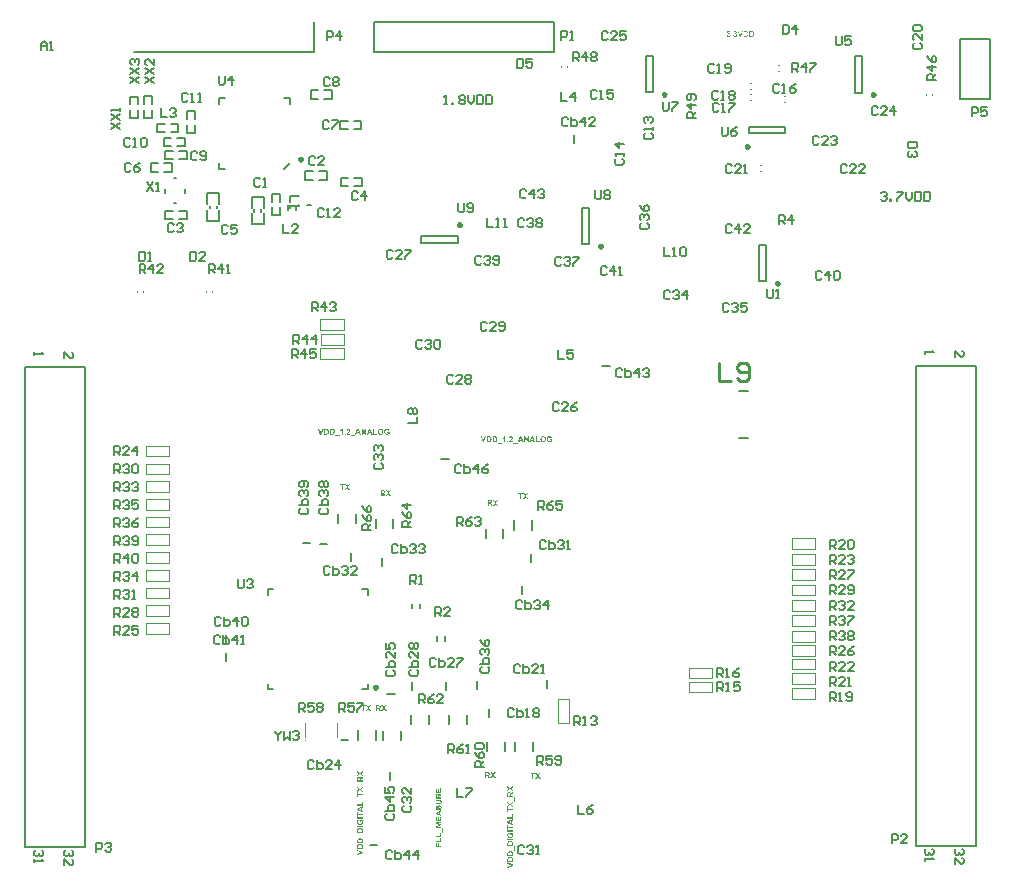
<source format=gto>
%FSTAX25Y25*%
%MOIN*%
%SFA1B1*%

%IPPOS*%
%ADD40C,0.006000*%
%ADD42C,0.010000*%
%ADD60C,0.003940*%
%ADD61C,0.009840*%
%ADD62C,0.007870*%
%ADD63C,0.005000*%
%LNhighspeed_v0-1*%
%LPD*%
G36*
X0215205Y01524D02*
X0214787D01*
X02141Y0154317*
X0214518*
X0215006Y0152899*
X0215474Y0154317*
X0215887*
X0215205Y01524*
G37*
G36*
X020021Y0033162D02*
X0200283D01*
X0200363Y0033156*
X0200446Y0033151*
X0200482Y0033148*
X0200518Y0033142*
X0200551Y0033137*
X0200582Y0033131*
X0200585*
X0200587Y0033128*
X0200596*
X0200604Y0033126*
X0200632Y0033117*
X0200665Y0033106*
X0200704Y003309*
X0200742Y003307*
X0200784Y0033045*
X0200823Y0033015*
X0200828Y0033012*
X0200839Y0033001*
X0200856Y0032982*
X0200878Y0032957*
X0200903Y0032923*
X0200928Y0032885*
X0200956Y003284*
X0200978Y003279*
Y0032788*
X0200981Y0032785*
X0200983Y0032776*
X0200986Y0032765*
X0200992Y0032752*
X0200997Y0032735*
X0201003Y0032713*
X0201006Y0032691*
X0201017Y0032638*
X0201028Y0032574*
X0201033Y0032502*
X0201036Y0032422*
Y0032419*
Y0032411*
Y0032397*
Y0032378*
X0201033Y0032353*
Y0032328*
X020103Y0032297*
X0201028Y0032267*
X0201022Y00322*
X0201011Y0032131*
X0200994Y0032062*
X0200986Y0032031*
X0200975Y0032004*
Y0032001*
X0200972Y0031998*
X0200964Y0031982*
X020095Y0031954*
X0200931Y0031923*
X0200906Y0031887*
X0200878Y0031849*
X0200845Y0031813*
X0200809Y0031779*
X0200803Y0031777*
X0200792Y0031765*
X020077Y0031752*
X0200742Y0031735*
X0200712Y0031718*
X0200676Y0031699*
X0200637Y0031685*
X0200596Y0031671*
X0200593*
X0200587Y0031668*
X0200579*
X0200565Y0031666*
X0200549Y0031663*
X0200526Y003166*
X0200501Y0031657*
X0200474Y0031655*
X0200441Y0031649*
X0200404Y0031646*
X0200366Y0031644*
X0200321Y0031641*
X0200274Y0031638*
X0200222*
X0200166Y0031635*
X0199083*
Y0032023*
X0200208*
X0200258Y0032026*
X0200313*
X0200366Y0032029*
X0200391Y0032031*
X0200413*
X0200429Y0032034*
X0200446Y0032037*
X0200451*
X0200465Y0032043*
X0200488Y0032051*
X0200515Y0032062*
X0200546Y0032076*
X0200576Y0032098*
X0200609Y0032123*
X0200637Y0032153*
X020064Y0032159*
X0200648Y003217*
X0200659Y0032192*
X020067Y003222*
X0200684Y0032259*
X0200695Y0032303*
X0200704Y0032353*
X0200706Y0032411*
Y0032414*
Y0032419*
Y0032427*
Y0032439*
X0200704Y0032466*
X0200698Y0032502*
X020069Y0032544*
X0200679Y0032583*
X0200662Y0032624*
X020064Y0032657*
X0200637Y003266*
X0200629Y0032671*
X0200615Y0032685*
X0200596Y0032702*
X0200571Y0032718*
X0200543Y0032735*
X0200513Y0032749*
X0200477Y0032757*
X0200471*
X0200457Y003276*
X0200432Y0032763*
X0200399Y0032768*
X0200377*
X0200352Y0032771*
X0200324*
X0200296Y0032774*
X0200263*
X0200227Y0032776*
X0199083*
Y0033164*
X0200177*
X020021Y0033162*
G37*
G36*
X0201Y0034832D02*
X0200585Y0034555D01*
X0200582Y0034552*
X0200573Y0034549*
X0200562Y0034541*
X0200549Y003453*
X0200532Y0034519*
X020051Y0034505*
X0200465Y0034475*
X0200415Y0034438*
X0200371Y0034405*
X020033Y0034375*
X0200316Y0034361*
X0200302Y003435*
X0200299Y0034347*
X0200294Y0034342*
X0200283Y003433*
X0200269Y0034317*
X0200258Y0034297*
X0200244Y0034278*
X0200233Y0034256*
X0200222Y0034234*
Y0034231*
X0200219Y0034222*
X0200213Y0034209*
X020021Y0034187*
X0200205Y0034159*
X0200202Y0034126*
X02002Y0034087*
Y003404*
Y0033962*
X0201*
Y0033574*
X0199083*
Y0034389*
Y0034391*
Y0034402*
Y0034419*
Y0034438*
X0199086Y0034464*
Y0034494*
X0199089Y0034524*
Y003456*
X0199097Y0034633*
X0199105Y0034707*
X0199119Y0034776*
X0199127Y0034807*
X0199136Y0034835*
Y0034837*
X0199139Y003484*
X0199147Y0034857*
X0199161Y0034882*
X0199177Y0034915*
X0199205Y0034951*
X0199235Y0034987*
X0199274Y0035023*
X0199321Y0035056*
X0199324*
X0199327Y0035059*
X0199335Y0035065*
X0199344Y003507*
X0199371Y0035084*
X0199407Y0035101*
X0199452Y0035114*
X0199501Y0035128*
X019956Y0035139*
X019962Y0035142*
X0199643*
X0199656Y0035139*
X0199676*
X0199695Y0035137*
X0199745Y0035125*
X0199803Y0035112*
X0199862Y0035089*
X0199923Y0035056*
X019995Y0035037*
X0199978Y0035015*
X0199981Y0035012*
X0199983Y0035009*
X0199992Y0035001*
X02Y003499*
X0200011Y0034979*
X0200025Y0034962*
X0200039Y0034943*
X0200053Y003492*
X0200069Y0034896*
X0200083Y0034865*
X0200097Y0034835*
X0200111Y0034801*
X0200125Y0034763*
X0200136Y0034724*
X0200147Y0034682*
X0200155Y0034635*
Y0034638*
X0200158Y0034641*
X0200169Y0034657*
X0200183Y0034679*
X0200202Y0034707*
X0200227Y003474*
X0200252Y0034774*
X0200283Y003481*
X0200316Y003484*
X0200319Y0034843*
X0200332Y0034857*
X0200355Y0034873*
X0200388Y0034898*
X0200429Y0034932*
X0200457Y0034948*
X0200485Y0034968*
X0200515Y003499*
X0200549Y0035012*
X0200587Y0035037*
X0200626Y0035062*
X0201Y0035297*
Y0034832*
G37*
G36*
X02249Y0011605D02*
Y0011187D01*
X0222983Y00105*
Y0010918*
X0224401Y0011406*
X0222983Y0011874*
Y0012287*
X02249Y0011605*
G37*
G36*
X0201Y0035508D02*
X0199083D01*
Y0036929*
X0199407*
Y0035896*
X0199831*
Y0036857*
X0200155*
Y0035896*
X0200676*
Y0036965*
X0201*
Y0035508*
G37*
G36*
X0200485Y0031308D02*
X0200504Y0031306D01*
X0200543Y00313*
X0200593Y0031289*
X0200645Y0031272*
X0200698Y0031247*
X0200753Y0031217*
X0200756*
X0200759Y0031212*
X0200776Y00312*
X0200803Y0031178*
X0200834Y0031151*
X020087Y0031115*
X0200903Y0031067*
X0200936Y0031018*
X0200967Y0030957*
Y0030954*
X020097Y0030948*
X0200972Y003094*
X0200978Y0030926*
X0200983Y003091*
X0200989Y003089*
X0200994Y0030868*
X0201Y0030843*
X0201008Y0030813*
X0201014Y0030782*
X0201025Y003071*
X0201033Y003063*
X0201036Y0030541*
Y0030538*
Y0030525*
Y0030505*
X0201033Y003048*
X020103Y003045*
X0201028Y0030417*
X0201022Y0030378*
X0201014Y0030336*
X0200994Y0030245*
X0200981Y0030198*
X0200967Y0030153*
X0200947Y0030106*
X0200925Y0030062*
X02009Y003002*
X020087Y0029982*
X0200867Y0029979*
X0200862Y0029973*
X0200853Y0029962*
X0200839Y0029951*
X020082Y0029934*
X0200798Y0029918*
X0200773Y0029899*
X0200745Y0029879*
X0200712Y002986*
X0200676Y002984*
X0200634Y0029821*
X020059Y0029802*
X0200543Y0029788*
X020049Y0029771*
X0200435Y002976*
X0200377Y0029752*
X0200341Y0030128*
X0200343*
X0200349Y0030131*
X020036*
X0200371Y0030134*
X0200404Y0030145*
X0200446Y0030159*
X0200493Y0030176*
X020054Y00302*
X0200582Y0030228*
X0200621Y0030264*
X0200623Y003027*
X0200634Y0030284*
X0200648Y0030306*
X0200665Y0030339*
X0200681Y003038*
X0200695Y0030428*
X0200706Y0030483*
X0200709Y0030547*
Y0030549*
Y0030555*
Y0030563*
Y0030577*
X0200704Y003061*
X0200698Y0030652*
X020069Y0030696*
X0200676Y0030743*
X0200657Y0030788*
X0200632Y0030827*
X0200629Y0030832*
X0200618Y0030843*
X0200601Y0030857*
X0200579Y0030876*
X0200551Y0030893*
X0200518Y003091*
X0200485Y0030921*
X0200446Y0030923*
X0200435*
X0200421Y0030921*
X0200404Y0030918*
X0200388Y0030912*
X0200368Y0030907*
X0200349Y0030896*
X020033Y0030882*
X0200327Y0030879*
X0200321Y0030874*
X0200313Y0030865*
X0200302Y0030851*
X0200288Y0030832*
X0200274Y0030807*
X020026Y0030779*
X0200247Y0030743*
Y0030741*
X0200241Y0030729*
X0200236Y003071*
X020023Y0030696*
X0200227Y003068*
X0200222Y003066*
X0200213Y0030638*
X0200208Y0030613*
X02002Y0030586*
X0200191Y0030552*
X0200183Y0030516*
X0200172Y0030477*
X0200161Y0030433*
Y003043*
X0200158Y0030419*
X0200152Y0030403*
X0200147Y0030383*
X0200138Y0030358*
X020013Y0030328*
X0200119Y0030297*
X0200108Y0030261*
X020008Y0030189*
X0200047Y003012*
X020003Y0030084*
X0200011Y0030054*
X0199992Y0030023*
X0199972Y0029998*
X019997Y0029996*
X0199964Y002999*
X0199956Y0029982*
X0199945Y002997*
X0199928Y0029957*
X0199909Y0029943*
X0199889Y0029926*
X0199864Y0029912*
X0199806Y0029879*
X019974Y0029851*
X0199704Y002984*
X0199668Y0029832*
X0199626Y0029827*
X0199584Y0029824*
X019956*
X0199532Y0029829*
X0199496Y0029835*
X0199454Y0029843*
X0199407Y0029857*
X0199357Y0029876*
X019931Y0029904*
X0199308*
X0199305Y0029907*
X0199288Y0029921*
X0199266Y0029937*
X0199238Y0029965*
X0199208Y0029998*
X0199175Y003004*
X0199144Y0030087*
X0199116Y0030142*
Y0030145*
X0199114Y0030151*
X0199111Y0030159*
X0199105Y003017*
X01991Y0030187*
X0199094Y0030203*
X0199089Y0030225*
X019908Y003025*
X0199069Y0030306*
X0199058Y0030369*
X019905Y0030441*
X0199047Y0030522*
Y0030527*
Y0030538*
Y0030555*
X019905Y003058*
X0199053Y003061*
X0199056Y0030646*
X0199061Y0030682*
X0199066Y0030724*
X0199086Y0030813*
X01991Y0030857*
X0199114Y0030901*
X0199133Y0030946*
X0199155Y0030987*
X019918Y0031026*
X0199208Y0031062*
X0199211Y0031065*
X0199216Y003107*
X0199224Y0031078*
X0199235Y003109*
X0199252Y0031104*
X0199272Y003112*
X0199294Y0031137*
X0199319Y0031156*
X0199349Y0031173*
X019938Y0031189*
X0199416Y0031206*
X0199454Y003122*
X0199493Y0031234*
X0199537Y0031245*
X0199582Y0031253*
X0199632Y0031256*
X0199645Y0030868*
X019964*
X019962Y0030863*
X0199596Y0030857*
X0199565Y0030846*
X0199529Y0030832*
X0199496Y0030813*
X0199463Y0030788*
X0199435Y003076*
X0199432Y0030757*
X0199424Y0030746*
X0199413Y0030727*
X0199402Y0030699*
X0199391Y0030666*
X019938Y0030624*
X0199371Y0030574*
X0199369Y0030516*
Y0030514*
Y0030508*
Y00305*
Y0030488*
X0199371Y0030458*
X0199377Y0030422*
X0199385Y003038*
X0199399Y0030336*
X0199416Y0030295*
X0199441Y0030256*
X0199443Y0030253*
X0199449Y0030248*
X0199457Y0030237*
X0199471Y0030225*
X0199488Y0030214*
X019951Y0030203*
X0199532Y0030198*
X019956Y0030195*
X0199571*
X0199584Y0030198*
X0199598Y0030203*
X0199618Y0030209*
X0199637Y0030217*
X0199656Y0030231*
X0199676Y003025*
X0199679Y0030253*
X0199687Y0030267*
X0199693Y0030275*
X0199698Y0030289*
X0199706Y0030303*
X0199715Y0030322*
X0199723Y0030345*
X0199734Y0030369*
X0199745Y00304*
X0199756Y003043*
X0199767Y0030469*
X0199778Y0030511*
X019979Y0030555*
X0199803Y0030605*
Y0030608*
X0199806Y0030619*
X0199809Y0030633*
X0199814Y0030652*
X019982Y0030674*
X0199828Y0030702*
X0199837Y0030732*
X0199845Y0030763*
X0199867Y0030829*
X0199889Y0030898*
X0199914Y0030965*
X0199928Y0030993*
X0199942Y003102*
Y0031023*
X0199945Y0031026*
X0199956Y0031043*
X0199972Y0031067*
X0199995Y0031098*
X0200022Y0031131*
X0200055Y0031167*
X0200094Y0031203*
X0200138Y0031234*
X0200144Y0031236*
X0200161Y0031245*
X0200186Y0031259*
X0200222Y0031272*
X0200266Y0031286*
X0200319Y00313*
X0200377Y0031308*
X0200443Y0031311*
X0200471*
X0200485Y0031308*
G37*
G36*
X0201Y0025383D02*
X0199493Y0025381D01*
X0201Y0025004*
Y002463*
X0199493Y0024253*
X0201*
Y0023896*
X0199083*
Y0024475*
X0200393Y0024818*
X0199083Y0025159*
Y0025741*
X0201*
Y0025383*
G37*
G36*
X0201529Y002219D02*
X0201291D01*
Y0023719*
X0201529*
Y002219*
G37*
G36*
X0201Y0026134D02*
X0199083D01*
Y0027555*
X0199407*
Y0026522*
X0199831*
Y0027483*
X0200155*
Y0026522*
X0200676*
Y0027591*
X0201*
Y0026134*
G37*
G36*
X0230113Y01524D02*
X0229726D01*
X0228947Y0153663*
Y01524*
X022859*
Y0154317*
X0228964*
X0229756Y0153026*
Y0154317*
X0230113*
Y01524*
G37*
G36*
X0201Y0029228D02*
X0200565Y0029062D01*
Y0028292*
X0201Y0028134*
Y0027724*
X0199083Y0028466*
Y0028876*
X0201Y0029646*
Y0029228*
G37*
G36*
X0224022Y0014084D02*
X0224044D01*
X0224072Y0014082*
X0224102Y0014079*
X0224166Y0014073*
X0224232Y0014062*
X0224302Y0014046*
X0224368Y0014026*
X0224371*
X0224377Y0014023*
X0224388Y0014018*
X0224404Y0014012*
X0224421Y0014007*
X022444Y0013996*
X022449Y0013974*
X0224543Y0013946*
X0224601Y001391*
X0224656Y0013868*
X0224709Y0013821*
X0224714Y0013816*
X0224726Y0013802*
X0224742Y001378*
X0224764Y0013749*
X0224789Y001371*
X0224814Y0013666*
X0224839Y0013611*
X0224861Y001355*
Y0013547*
X0224864Y0013544*
Y0013536*
X0224867Y0013528*
X0224872Y0013497*
X0224881Y0013458*
X0224889Y0013411*
X0224894Y0013353*
X0224897Y0013284*
X02249Y0013209*
Y0012483*
X0222983*
Y0013187*
Y001319*
Y0013198*
Y0013209*
Y0013226*
Y0013248*
X0222986Y001327*
X0222989Y0013323*
X0222991Y0013381*
X0223Y0013442*
X0223008Y00135*
X0223022Y0013553*
Y0013555*
X0223025Y0013561*
X0223027Y0013569*
X022303Y001358*
X0223044Y0013613*
X0223063Y0013652*
X0223088Y0013697*
X0223119Y0013746*
X0223155Y0013793*
X0223199Y0013841*
Y0013843*
X0223205Y0013846*
X0223221Y001386*
X0223249Y0013882*
X0223285Y0013907*
X0223329Y0013938*
X0223382Y0013968*
X0223443Y0013998*
X022351Y0014023*
X0223512*
X0223518Y0014026*
X0223529Y0014029*
X0223543Y0014035*
X0223559Y0014037*
X0223582Y0014043*
X0223606Y0014048*
X0223634Y0014057*
X0223665Y0014062*
X0223701Y0014068*
X0223737Y0014073*
X0223778Y0014076*
X0223864Y0014084*
X0223961Y0014087*
X0224*
X0224022Y0014084*
G37*
G36*
X02249Y0026292D02*
X0224465Y0026126D01*
Y0025355*
X02249Y0025198*
Y0024788*
X0222983Y002553*
Y002594*
X02249Y002671*
Y0026292*
G37*
G36*
X0223307Y0024167D02*
X02249D01*
Y0023779*
X0223307*
Y0023212*
X0222983*
Y0024732*
X0223307*
Y0024167*
G37*
G36*
X0232853Y0152724D02*
X0233817D01*
Y01524*
X0232465*
Y0154303*
X0232853*
Y0152724*
G37*
G36*
X0223307Y003012D02*
X02249D01*
Y0029732*
X0223307*
Y0029164*
X0222983*
Y0030685*
X0223307*
Y003012*
G37*
G36*
X02249Y0026926D02*
X0222997D01*
Y0027314*
X0224576*
Y0028278*
X02249*
Y0026926*
G37*
G36*
Y0022588D02*
X0222983D01*
Y0022976*
X02249*
Y0022588*
G37*
G36*
X0225429Y0016129D02*
X0225191D01*
Y0017658*
X0225429*
Y0016129*
G37*
G36*
X0224022Y0016018D02*
X0224044D01*
X0224072Y0016015*
X0224102Y0016012*
X0224166Y0016007*
X0224232Y0015996*
X0224302Y0015979*
X0224368Y001596*
X0224371*
X0224377Y0015957*
X0224388Y0015951*
X0224404Y0015946*
X0224421Y001594*
X022444Y0015929*
X022449Y0015907*
X0224543Y0015879*
X0224601Y0015843*
X0224656Y0015802*
X0224709Y0015755*
X0224714Y0015749*
X0224726Y0015735*
X0224742Y0015713*
X0224764Y0015683*
X0224789Y0015644*
X0224814Y00156*
X0224839Y0015544*
X0224861Y0015483*
Y0015481*
X0224864Y0015478*
Y0015469*
X0224867Y0015461*
X0224872Y0015431*
X0224881Y0015392*
X0224889Y0015345*
X0224894Y0015287*
X0224897Y0015217*
X02249Y0015143*
Y0014417*
X0222983*
Y001512*
Y0015123*
Y0015131*
Y0015143*
Y0015159*
Y0015181*
X0222986Y0015203*
X0222989Y0015256*
X0222991Y0015314*
X0223Y0015375*
X0223008Y0015433*
X0223022Y0015486*
Y0015489*
X0223025Y0015494*
X0223027Y0015503*
X022303Y0015514*
X0223044Y0015547*
X0223063Y0015586*
X0223088Y001563*
X0223119Y001568*
X0223155Y0015727*
X0223199Y0015774*
Y0015777*
X0223205Y001578*
X0223221Y0015793*
X0223249Y0015816*
X0223285Y0015841*
X0223329Y0015871*
X0223382Y0015901*
X0223443Y0015932*
X022351Y0015957*
X0223512*
X0223518Y001596*
X0223529Y0015962*
X0223543Y0015968*
X0223559Y0015971*
X0223582Y0015976*
X0223606Y0015982*
X0223634Y001599*
X0223665Y0015996*
X0223701Y0016001*
X0223737Y0016007*
X0223778Y001601*
X0223864Y0016018*
X0223961Y0016021*
X0224*
X0224022Y0016018*
G37*
G36*
Y0019442D02*
X0224044D01*
X0224072Y0019439*
X0224102Y0019436*
X0224166Y0019431*
X0224232Y0019419*
X0224302Y0019403*
X0224368Y0019383*
X0224371*
X0224377Y0019381*
X0224388Y0019375*
X0224404Y0019369*
X0224421Y0019364*
X022444Y0019353*
X022449Y0019331*
X0224543Y0019303*
X0224601Y0019267*
X0224656Y0019226*
X0224709Y0019178*
X0224714Y0019173*
X0224726Y0019159*
X0224742Y0019137*
X0224764Y0019106*
X0224789Y0019068*
X0224814Y0019023*
X0224839Y0018968*
X0224861Y0018907*
Y0018904*
X0224864Y0018901*
Y0018893*
X0224867Y0018885*
X0224872Y0018854*
X0224881Y0018815*
X0224889Y0018768*
X0224894Y001871*
X0224897Y0018641*
X02249Y0018566*
Y0017841*
X0222983*
Y0018544*
Y0018547*
Y0018555*
Y0018566*
Y0018583*
Y0018605*
X0222986Y0018627*
X0222989Y001868*
X0222991Y0018738*
X0223Y0018799*
X0223008Y0018857*
X0223022Y001891*
Y0018913*
X0223025Y0018918*
X0223027Y0018926*
X022303Y0018937*
X0223044Y0018971*
X0223063Y0019009*
X0223088Y0019054*
X0223119Y0019104*
X0223155Y0019151*
X0223199Y0019198*
Y0019201*
X0223205Y0019203*
X0223221Y0019217*
X0223249Y0019239*
X0223285Y0019264*
X0223329Y0019295*
X0223382Y0019325*
X0223443Y0019356*
X022351Y0019381*
X0223512*
X0223518Y0019383*
X0223529Y0019386*
X0223543Y0019392*
X0223559Y0019395*
X0223582Y00194*
X0223606Y0019406*
X0223634Y0019414*
X0223665Y0019419*
X0223701Y0019425*
X0223737Y0019431*
X0223778Y0019433*
X0223864Y0019442*
X0223961Y0019444*
X0224*
X0224022Y0019442*
G37*
G36*
X0224648Y0022237D02*
X0224654Y0022228D01*
X0224662Y002222*
X0224673Y0022206*
X0224684Y0022192*
X0224712Y0022153*
X0224742Y0022101*
X0224778Y002204*
X0224814Y0021971*
X0224847Y0021888*
Y0021885*
X022485Y0021876*
X0224856Y0021865*
X0224861Y0021849*
X0224867Y0021826*
X0224875Y0021802*
X0224883Y0021774*
X0224892Y0021743*
X0224908Y0021674*
X0224922Y0021594*
X0224933Y0021511*
X0224936Y0021422*
Y0021419*
Y0021408*
Y0021392*
X0224933Y0021372*
Y0021345*
X0224931Y0021314*
X0224925Y0021281*
X0224919Y0021242*
X0224905Y0021162*
X0224883Y0021073*
X0224853Y0020982*
X0224833Y002094*
X0224811Y0020896*
X0224809Y0020893*
X0224806Y0020888*
X0224798Y0020874*
X0224786Y002086*
X0224775Y002084*
X0224759Y0020821*
X0224739Y0020796*
X0224717Y0020771*
X0224667Y0020716*
X0224604Y002066*
X0224532Y0020608*
X0224448Y0020561*
X0224446*
X0224437Y0020555*
X0224424Y002055*
X0224407Y0020544*
X0224385Y0020536*
X022436Y0020525*
X0224329Y0020516*
X0224296Y0020505*
X022426Y0020494*
X0224219Y0020486*
X0224133Y0020467*
X0224039Y0020455*
X0223936Y002045*
X0223906*
X0223886Y0020453*
X0223858*
X0223828Y0020455*
X0223795Y0020461*
X0223756Y0020467*
X0223676Y002048*
X0223584Y0020503*
X0223493Y0020533*
X0223448Y0020552*
X0223404Y0020574*
X0223401Y0020577*
X0223393Y002058*
X0223382Y0020588*
X0223365Y0020597*
X0223346Y002061*
X0223324Y0020627*
X0223299Y0020647*
X0223271Y0020666*
X0223243Y0020691*
X0223213Y0020719*
X0223183Y0020749*
X0223152Y0020782*
X0223124Y0020818*
X0223094Y0020854*
X0223044Y002094*
Y0020943*
X0223039Y0020948*
X0223036Y0020959*
X0223027Y0020973*
X0223022Y0020993*
X0223014Y0021012*
X0223005Y002104*
X0222994Y0021068*
X0222986Y0021098*
X0222978Y0021134*
X0222969Y0021173*
X0222961Y0021212*
X022295Y00213*
X0222947Y00214*
Y0021403*
Y0021417*
Y0021433*
X022295Y0021458*
X0222953Y0021489*
X0222955Y0021525*
X0222958Y0021563*
X0222967Y0021605*
X0222983Y0021694*
X0223011Y0021785*
X0223027Y0021832*
X0223047Y0021876*
X0223069Y0021918*
X0223097Y0021957*
X0223099Y002196*
X0223102Y0021965*
X0223113Y0021976*
X0223124Y002199*
X0223138Y0022007*
X0223158Y0022023*
X022318Y0022043*
X0223205Y0022065*
X0223233Y0022087*
X0223263Y0022109*
X0223296Y0022131*
X0223335Y0022151*
X0223374Y0022173*
X0223415Y0022189*
X0223462Y0022206*
X022351Y0022217*
X0223582Y0021832*
X0223579*
X0223576Y0021829*
X0223559Y0021824*
X0223534Y0021813*
X0223501Y0021796*
X0223465Y0021777*
X0223429Y0021749*
X0223393Y0021716*
X022336Y0021677*
X0223357Y0021671*
X0223346Y0021658*
X0223332Y0021633*
X0223318Y0021602*
X0223302Y0021561*
X0223291Y0021513*
X022328Y0021461*
X0223277Y00214*
Y0021397*
Y0021389*
Y0021375*
X022328Y0021358*
X0223282Y0021336*
X0223285Y0021311*
X0223291Y0021284*
X0223296Y0021253*
X0223316Y0021189*
X0223329Y0021156*
X0223346Y0021123*
X0223365Y002109*
X0223385Y0021057*
X0223412Y0021026*
X022344Y0020996*
X0223443Y0020993*
X0223448Y002099*
X0223457Y0020982*
X0223471Y0020973*
X0223487Y0020962*
X0223507Y0020948*
X0223532Y0020935*
X0223559Y0020923*
X0223593Y002091*
X0223629Y0020896*
X0223667Y0020882*
X0223709Y0020871*
X0223756Y0020863*
X0223809Y0020854*
X0223861Y0020852*
X0223919Y0020849*
X0223953*
X0223975Y0020852*
X0224005Y0020854*
X0224036Y0020857*
X0224075Y0020863*
X0224113Y0020868*
X0224196Y0020885*
X0224282Y0020912*
X0224324Y0020929*
X0224363Y0020948*
X0224401Y0020973*
X0224435Y0020998*
X0224437Y0021001*
X0224443Y0021007*
X0224451Y0021015*
X0224462Y0021026*
X0224473Y0021043*
X022449Y0021059*
X0224504Y0021081*
X022452Y0021106*
X0224537Y0021134*
X0224551Y0021162*
X0224579Y0021231*
X022459Y002127*
X0224598Y0021308*
X0224604Y0021353*
X0224606Y0021397*
Y00214*
Y0021403*
Y0021419*
X0224604Y0021441*
X0224601Y0021475*
X0224595Y0021511*
X0224587Y0021552*
X0224576Y0021597*
X0224559Y0021641*
Y0021644*
X0224556Y0021646*
X0224551Y002166*
X022454Y0021685*
X0224526Y0021713*
X0224509Y0021746*
X022449Y0021782*
X0224468Y0021818*
X0224443Y0021851*
X0224196*
Y0021408*
X0223872*
Y0022242*
X0224642*
X0224648Y0022237*
G37*
G36*
X02249Y001976D02*
X0222983D01*
Y0020148*
X02249*
Y001976*
G37*
G36*
X0201Y0020783D02*
X0199097D01*
Y002117*
X0200676*
Y0022134*
X0201*
Y0020783*
G37*
G36*
X016267Y0156814D02*
X0162723Y0156811D01*
X0162781Y0156808*
X0162842Y01568*
X01629Y0156792*
X0162952Y0156778*
X0162955*
X0162961Y0156775*
X0162969Y0156772*
X016298Y015677*
X0163014Y0156756*
X0163052Y0156737*
X0163097Y0156712*
X0163146Y0156681*
X0163194Y0156645*
X0163241Y0156601*
X0163243*
X0163246Y0156595*
X016326Y0156579*
X0163282Y0156551*
X0163307Y0156515*
X0163338Y0156471*
X0163368Y0156418*
X0163399Y0156357*
X0163423Y015629*
Y0156288*
X0163426Y0156282*
X0163429Y0156271*
X0163435Y0156257*
X0163437Y0156241*
X0163443Y0156219*
X0163448Y0156194*
X0163457Y0156166*
X0163462Y0156135*
X0163468Y0156099*
X0163473Y0156063*
X0163476Y0156022*
X0163484Y0155936*
X0163487Y0155839*
Y0155836*
Y0155828*
Y0155817*
Y01558*
X0163484Y0155778*
Y0155756*
X0163482Y0155728*
X0163479Y0155698*
X0163473Y0155634*
X0163462Y0155568*
X0163446Y0155498*
X0163426Y0155432*
Y0155429*
X0163423Y0155423*
X0163418Y0155412*
X0163412Y0155396*
X0163407Y0155379*
X0163396Y015536*
X0163374Y015531*
X0163346Y0155257*
X016331Y0155199*
X0163268Y0155144*
X0163221Y0155091*
X0163216Y0155086*
X0163202Y0155075*
X016318Y0155058*
X0163149Y0155036*
X016311Y0155011*
X0163066Y0154986*
X0163011Y0154961*
X016295Y0154939*
X0162947*
X0162944Y0154936*
X0162936*
X0162928Y0154933*
X0162897Y0154928*
X0162858Y0154919*
X0162811Y0154911*
X0162753Y0154905*
X0162684Y0154903*
X0162609Y01549*
X0161883*
Y0156817*
X0162648*
X016267Y0156814*
G37*
G36*
X0178653Y0155224D02*
X0179617D01*
Y01549*
X0178265*
Y0156803*
X0178653*
Y0155224*
G37*
G36*
X018078Y015685D02*
X0180808D01*
X0180844Y0156844*
X0180886Y0156839*
X0180933Y0156831*
X0180982Y015682*
X0181035Y0156806*
X018109Y0156789*
X0181146Y0156767*
X0181204Y0156742*
X018126Y0156712*
X0181315Y0156676*
X0181368Y0156634*
X0181417Y0156587*
X018142Y0156584*
X0181428Y0156576*
X0181442Y0156559*
X0181456Y015654*
X0181475Y0156512*
X0181498Y0156479*
X018152Y015644*
X0181545Y0156396*
X018157Y0156349*
X0181592Y0156293*
X0181614Y0156232*
X0181633Y0156169*
X018165Y0156097*
X0181661Y0156022*
X0181669Y0155941*
X0181672Y0155856*
Y015585*
Y0155836*
X0181669Y0155811*
Y0155778*
X0181664Y0155739*
X0181658Y0155695*
X018165Y0155642*
X0181642Y015559*
X0181628Y0155532*
X0181611Y0155471*
X0181589Y015541*
X0181564Y0155349*
X0181536Y0155291*
X01815Y0155232*
X0181462Y0155177*
X0181417Y0155124*
X0181415Y0155122*
X0181406Y0155113*
X0181392Y0155099*
X018137Y0155083*
X0181345Y0155063*
X0181315Y0155041*
X0181279Y0155019*
X018124Y0154994*
X0181193Y0154969*
X0181143Y0154947*
X0181088Y0154925*
X0181027Y0154905*
X0180963Y0154889*
X0180894Y0154875*
X0180822Y0154867*
X0180744Y0154864*
X0180725*
X0180703Y0154867*
X0180675Y0154869*
X0180639Y0154872*
X0180597Y0154878*
X018055Y0154886*
X01805Y0154897*
X0180445Y0154911*
X0180393Y0154928*
X0180334Y015495*
X0180279Y0154975*
X0180221Y0155002*
X0180168Y0155038*
X0180115Y0155077*
X0180066Y0155124*
X0180063Y0155127*
X0180054Y0155135*
X0180043Y0155152*
X0180027Y0155172*
X0180007Y0155199*
X0179985Y0155232*
X0179963Y0155268*
X0179941Y0155313*
X0179916Y015536*
X0179894Y0155415*
X0179872Y0155473*
X0179852Y0155537*
X0179836Y0155606*
X0179825Y0155681*
X0179816Y0155762*
X0179814Y0155845*
Y0155847*
Y0155858*
Y0155872*
X0179816Y0155894*
Y0155919*
X0179819Y0155947*
X0179822Y015598*
X0179825Y0156016*
X0179836Y0156094*
X017985Y0156177*
X0179872Y015626*
X0179899Y0156338*
Y015634*
X0179902Y0156343*
X0179908Y0156351*
X0179911Y0156363*
X0179927Y015639*
X0179946Y0156426*
X0179971Y0156468*
X0180002Y0156509*
X0180038Y0156556*
X0180077Y0156601*
X0180079Y0156604*
X0180082Y0156606*
X0180096Y015662*
X0180121Y0156642*
X0180151Y0156667*
X0180187Y0156695*
X0180229Y0156725*
X0180276Y0156753*
X0180326Y0156775*
X0180329*
X0180334Y0156778*
X0180345Y0156784*
X0180359Y0156786*
X0180376Y0156795*
X0180395Y01568*
X018042Y0156806*
X0180445Y0156814*
X0180506Y0156828*
X0180575Y0156842*
X0180656Y015685*
X0180739Y0156853*
X0180758*
X018078Y015685*
G37*
G36*
X0161005Y01549D02*
X0160587D01*
X01599Y0156817*
X0160318*
X0160806Y0155399*
X0161274Y0156817*
X0161687*
X0161005Y01549*
G37*
G36*
X0172274Y0154371D02*
X0170745D01*
Y0154609*
X0172274*
Y0154371*
G37*
G36*
X0178049Y01549D02*
X0177631D01*
X0177465Y0155335*
X0176695*
X0176537Y01549*
X0176127*
X0176869Y0156817*
X0177279*
X0178049Y01549*
G37*
G36*
X0168096D02*
X0167728D01*
Y0156288*
X0167725Y0156285*
X016772Y015628*
X0167709Y0156271*
X0167692Y0156257*
X0167673Y0156241*
X016765Y0156224*
X0167623Y0156205*
X0167592Y0156183*
X0167559Y015616*
X0167523Y0156138*
X0167484Y0156113*
X0167443Y0156091*
X0167354Y015605*
X0167254Y0156011*
Y0156343*
X0167257*
X016726Y0156346*
X0167268Y0156349*
X0167279Y0156351*
X0167307Y0156365*
X0167346Y0156382*
X0167393Y0156404*
X0167446Y0156435*
X0167504Y0156473*
X0167565Y0156518*
X0167567Y015652*
X0167573Y0156523*
X0167581Y0156532*
X0167592Y0156543*
X0167623Y015657*
X0167656Y0156606*
X0167695Y0156651*
X0167734Y0156706*
X016777Y0156764*
X0167797Y0156828*
X0168096*
Y01549*
G37*
G36*
X0164603Y0156814D02*
X0164656Y0156811D01*
X0164714Y0156808*
X0164775Y01568*
X0164833Y0156792*
X0164886Y0156778*
X0164889*
X0164894Y0156775*
X0164903Y0156772*
X0164914Y015677*
X0164947Y0156756*
X0164986Y0156737*
X016503Y0156712*
X016508Y0156681*
X0165127Y0156645*
X0165174Y0156601*
X0165177*
X016518Y0156595*
X0165193Y0156579*
X0165216Y0156551*
X0165241Y0156515*
X0165271Y0156471*
X0165302Y0156418*
X0165332Y0156357*
X0165357Y015629*
Y0156288*
X016536Y0156282*
X0165362Y0156271*
X0165368Y0156257*
X0165371Y0156241*
X0165376Y0156219*
X0165382Y0156194*
X016539Y0156166*
X0165396Y0156135*
X0165401Y0156099*
X0165407Y0156063*
X016541Y0156022*
X0165418Y0155936*
X0165421Y0155839*
Y0155836*
Y0155828*
Y0155817*
Y01558*
X0165418Y0155778*
Y0155756*
X0165415Y0155728*
X0165412Y0155698*
X0165407Y0155634*
X0165396Y0155568*
X0165379Y0155498*
X016536Y0155432*
Y0155429*
X0165357Y0155423*
X0165351Y0155412*
X0165346Y0155396*
X016534Y0155379*
X0165329Y015536*
X0165307Y015531*
X0165279Y0155257*
X0165243Y0155199*
X0165202Y0155144*
X0165155Y0155091*
X0165149Y0155086*
X0165135Y0155075*
X0165113Y0155058*
X0165083Y0155036*
X0165044Y0155011*
X0165Y0154986*
X0164944Y0154961*
X0164883Y0154939*
X0164881*
X0164878Y0154936*
X0164869*
X0164861Y0154933*
X0164831Y0154928*
X0164792Y0154919*
X0164745Y0154911*
X0164687Y0154905*
X0164617Y0154903*
X0164542Y01549*
X0163817*
Y0156817*
X0164581*
X0164603Y0156814*
G37*
G36*
X0169094Y01549D02*
X0168725D01*
Y0155268*
X0169094*
Y01549*
G37*
G36*
X0174182D02*
X0173764D01*
X0173598Y0155335*
X0172828*
X017267Y01549*
X017226*
X0173002Y0156817*
X0173412*
X0174182Y01549*
G37*
G36*
X0170071Y0156825D02*
X0170096Y0156822D01*
X0170124Y015682*
X0170155Y0156814*
X0170188Y0156808*
X017026Y0156789*
X0170332Y0156761*
X0170371Y0156745*
X0170404Y0156725*
X017044Y0156701*
X017047Y0156673*
X0170473Y015667*
X0170479Y0156667*
X0170484Y0156656*
X0170495Y0156645*
X0170509Y0156631*
X0170523Y0156612*
X0170537Y0156593*
X0170553Y0156568*
X0170581Y0156512*
X0170609Y0156448*
X017062Y0156412*
X0170625Y0156374*
X0170631Y0156332*
X0170634Y015629*
Y0156285*
Y0156268*
X0170631Y0156244*
X0170628Y0156213*
X0170623Y0156174*
X0170614Y0156133*
X0170603Y0156088*
X0170587Y0156044*
X0170584Y0156038*
X0170578Y0156025*
X0170567Y0156*
X0170551Y0155969*
X0170531Y0155933*
X0170506Y0155892*
X0170476Y0155847*
X017044Y01558*
X0170437Y0155798*
X0170426Y0155784*
X0170409Y0155764*
X0170384Y0155736*
X0170351Y0155703*
X017031Y0155659*
X017026Y0155612*
X0170199Y0155554*
X0170196Y0155551*
X0170191Y0155548*
X0170182Y015554*
X0170171Y0155529*
X0170141Y0155501*
X0170105Y0155468*
X0170069Y0155432*
X0170033Y0155396*
X0169999Y0155365*
X0169988Y0155351*
X0169977Y015534*
X0169975Y0155338*
X0169969Y0155332*
X0169961Y0155321*
X016995Y0155307*
X0169925Y0155277*
X0169903Y0155241*
X0170634*
Y01549*
X0169346*
Y0154903*
Y0154908*
X0169349Y0154919*
X0169351Y0154933*
X0169354Y015495*
X0169357Y0154969*
X0169368Y0155019*
X0169385Y0155075*
X0169407Y0155135*
X0169434Y0155202*
X016947Y0155266*
Y0155268*
X0169476Y0155274*
X0169481Y0155285*
X0169492Y0155296*
X0169504Y0155315*
X016952Y0155335*
X016954Y015536*
X0169562Y0155387*
X0169587Y0155421*
X0169617Y0155454*
X016965Y0155493*
X0169689Y0155534*
X0169731Y0155576*
X0169778Y0155623*
X0169828Y0155673*
X0169883Y0155726*
X0169886Y0155728*
X0169894Y0155736*
X0169905Y0155748*
X0169922Y0155764*
X0169944Y0155781*
X0169966Y0155803*
X0170016Y0155853*
X0170066Y0155905*
X0170116Y0155958*
X0170138Y015598*
X017016Y0156005*
X0170177Y0156025*
X0170188Y0156041*
X0170191Y0156047*
X0170199Y0156061*
X0170213Y0156083*
X0170227Y0156113*
X017024Y0156147*
X0170254Y0156185*
X0170263Y0156224*
X0170265Y0156266*
Y0156268*
Y0156271*
Y0156285*
X0170263Y015631*
X0170257Y0156338*
X0170249Y0156368*
X0170238Y0156399*
X0170221Y0156429*
X0170199Y0156457*
X0170196Y0156459*
X0170188Y0156468*
X0170171Y0156479*
X0170152Y015649*
X0170124Y0156501*
X0170094Y0156512*
X0170058Y015652*
X0170016Y0156523*
X0169997*
X0169975Y015652*
X016995Y0156515*
X0169919Y0156507*
X0169889Y0156493*
X0169858Y0156476*
X016983Y0156454*
X0169828Y0156451*
X0169819Y015644*
X0169808Y0156423*
X0169797Y0156399*
X0169783Y0156368*
X0169772Y0156326*
X0169761Y015628*
X0169756Y0156224*
X016939Y015626*
Y0156263*
X0169393Y0156274*
Y0156288*
X0169398Y015631*
X0169401Y0156335*
X0169409Y0156363*
X0169418Y0156393*
X0169426Y0156429*
X0169454Y0156498*
X0169487Y015657*
X0169509Y0156606*
X0169534Y015664*
X0169562Y0156667*
X0169592Y0156695*
X0169595Y0156698*
X01696Y0156701*
X0169609Y0156706*
X0169623Y0156717*
X0169639Y0156725*
X0169661Y0156737*
X0169684Y015675*
X0169711Y0156761*
X0169742Y0156775*
X0169775Y0156786*
X0169847Y0156808*
X0169933Y0156822*
X0169977Y0156825*
X0170024Y0156828*
X0170052*
X0170071Y0156825*
G37*
G36*
X0175913Y01549D02*
X0175526D01*
X0174747Y0156163*
Y01549*
X017439*
Y0156817*
X0174764*
X0175556Y0155526*
Y0156817*
X0175913*
Y01549*
G37*
G36*
X0296757Y0289422D02*
X0296793Y0289417D01*
X0296837Y0289408*
X0296887Y0289395*
X0296936Y0289378*
X0296986Y0289356*
X0296989*
X0296992Y0289353*
X0297009Y0289345*
X0297034Y0289328*
X0297061Y0289309*
X0297094Y0289281*
X0297128Y0289251*
X0297161Y0289215*
X0297189Y0289173*
X0297191Y0289167*
X02972Y0289154*
X0297211Y0289129*
X0297225Y0289098*
X0297238Y0289062*
X029725Y0289021*
X0297258Y0288974*
X0297261Y0288927*
Y0288921*
Y0288904*
X0297258Y0288882*
X0297252Y0288852*
X0297244Y0288816*
X029723Y0288777*
X0297214Y0288738*
X0297191Y0288699*
X0297189Y0288694*
X029718Y0288683*
X0297164Y0288663*
X0297142Y0288641*
X0297114Y0288616*
X0297081Y0288589*
X0297042Y0288564*
X0296995Y0288539*
X0296997*
X0297003Y0288536*
X0297011Y0288533*
X0297022Y028853*
X0297053Y0288519*
X0297092Y0288503*
X0297136Y0288481*
X029718Y0288453*
X0297222Y0288417*
X0297261Y0288375*
X0297263Y028837*
X0297274Y0288353*
X0297291Y0288326*
X0297308Y0288289*
X0297324Y0288245*
X0297341Y0288193*
X0297352Y0288132*
X0297355Y0288065*
Y0288062*
Y0288054*
Y028804*
X0297352Y0288023*
X0297349Y0288001*
X0297344Y0287976*
X0297338Y0287949*
X0297333Y0287918*
X029731Y0287852*
X0297294Y0287816*
X0297277Y0287783*
X0297255Y0287747*
X029723Y028771*
X0297202Y0287674*
X0297169Y0287641*
X0297166Y0287638*
X0297161Y0287633*
X029715Y0287625*
X0297136Y0287614*
X0297119Y02876*
X0297097Y0287586*
X0297072Y0287569*
X0297042Y0287555*
X0297011Y0287539*
X0296975Y0287522*
X0296939Y0287508*
X0296898Y0287494*
X0296853Y0287483*
X0296806Y0287475*
X0296759Y028747*
X0296707Y0287467*
X0296682*
X0296665Y028747*
X0296643Y0287472*
X0296618Y0287475*
X029659Y0287481*
X029656Y0287486*
X0296493Y0287503*
X0296424Y028753*
X0296388Y0287547*
X0296355Y0287566*
X0296322Y0287591*
X0296288Y0287616*
X0296286Y0287619*
X029628Y0287625*
X0296272Y0287633*
X0296263Y0287644*
X029625Y0287658*
X0296236Y0287677*
X0296219Y0287697*
X0296202Y0287722*
X0296186Y0287749*
X0296169Y0287777*
X0296139Y0287843*
X0296114Y0287921*
X0296106Y0287963*
X02961Y0288007*
X0296335Y0288037*
Y0288035*
X0296338Y0288029*
X0296341Y0288018*
X0296344Y0288004*
X0296346Y0287987*
X0296352Y0287968*
X0296366Y0287927*
X0296385Y0287877*
X029641Y028783*
X0296438Y0287785*
X0296471Y0287747*
X0296477Y0287744*
X0296488Y0287733*
X029651Y0287719*
X0296538Y0287705*
X0296571Y0287688*
X0296612Y0287674*
X0296659Y0287663*
X0296709Y0287661*
X0296726*
X0296737Y0287663*
X0296768Y0287666*
X0296806Y0287674*
X0296851Y0287688*
X0296898Y0287708*
X0296945Y0287735*
X0296989Y0287774*
X0296995Y028778*
X0297009Y0287796*
X0297025Y0287821*
X0297047Y0287855*
X029707Y0287896*
X0297086Y0287943*
X02971Y0287999*
X0297106Y0288059*
Y0288062*
Y0288068*
Y0288076*
X0297103Y0288087*
X02971Y0288118*
X0297092Y0288154*
X0297081Y0288198*
X0297061Y0288242*
X0297034Y0288287*
X0296997Y0288328*
X0296992Y0288334*
X0296978Y0288345*
X0296956Y0288362*
X0296925Y0288381*
X0296887Y02884*
X029684Y0288417*
X0296787Y0288428*
X0296729Y0288434*
X0296704*
X0296685Y0288431*
X0296659Y0288428*
X0296632Y0288422*
X0296599Y0288417*
X0296563Y0288409*
X029659Y0288616*
X0296604*
X0296615Y0288614*
X0296651*
X0296682Y0288619*
X0296718Y0288625*
X0296759Y0288633*
X0296806Y0288647*
X0296851Y0288666*
X0296898Y0288691*
X0296901*
X0296903Y0288694*
X0296917Y0288705*
X0296936Y0288724*
X0296959Y0288749*
X0296981Y0288785*
X0297Y0288827*
X0297014Y0288874*
X029702Y0288902*
Y0288932*
Y0288935*
Y0288938*
Y0288954*
X0297014Y0288976*
X0297009Y0289007*
X0296997Y028904*
X0296984Y0289076*
X0296961Y0289112*
X0296931Y0289145*
X0296928Y0289148*
X0296914Y0289159*
X0296895Y0289173*
X029687Y028919*
X0296837Y0289204*
X0296798Y0289217*
X0296754Y0289229*
X0296704Y0289231*
X0296682*
X0296657Y0289226*
X0296623Y028922*
X0296587Y0289209*
X0296551Y0289195*
X0296513Y0289173*
X0296477Y0289145*
X0296474Y0289143*
X0296463Y0289129*
X0296446Y0289109*
X0296427Y0289082*
X0296408Y0289046*
X0296388Y0289001*
X0296372Y0288949*
X029636Y0288888*
X0296125Y0288929*
Y0288932*
X0296128Y028894*
X029613Y0288951*
X0296133Y0288968*
X0296139Y0288987*
X0296147Y028901*
X0296164Y0289062*
X0296191Y0289123*
X0296225Y0289184*
X0296266Y0289242*
X0296319Y0289295*
X0296322Y0289298*
X0296327Y02893*
X0296335Y0289306*
X0296346Y0289314*
X029636Y0289325*
X029638Y0289336*
X0296399Y0289348*
X0296424Y0289361*
X029648Y0289384*
X0296543Y0289406*
X0296618Y028942*
X0296657Y0289425*
X0296726*
X0296757Y0289422*
G37*
G36*
X0300729Y02875D02*
X0300463D01*
X029972Y0289417*
X0299997*
X0300496Y0288023*
Y0288021*
X0300499Y0288015*
X0300501Y0288007*
X0300507Y0287996*
X030051Y0287979*
X0300515Y0287963*
X0300529Y0287921*
X0300546Y0287874*
X0300563Y0287821*
X0300596Y028771*
Y0287713*
X0300599Y0287719*
X0300601Y0287727*
X0300604Y0287738*
X0300612Y0287769*
X0300626Y028781*
X030064Y0287857*
X0300657Y028791*
X0300676Y0287965*
X0300698Y0288023*
X0301219Y0289417*
X0301477*
X0300729Y02875*
G37*
G36*
X0298992Y0289422D02*
X0299028Y0289417D01*
X0299072Y0289408*
X0299122Y0289395*
X0299172Y0289378*
X0299222Y0289356*
X0299225*
X0299227Y0289353*
X0299244Y0289345*
X0299269Y0289328*
X0299297Y0289309*
X029933Y0289281*
X0299363Y0289251*
X0299396Y0289215*
X0299424Y0289173*
X0299427Y0289167*
X0299435Y0289154*
X0299446Y0289129*
X029946Y0289098*
X0299474Y0289062*
X0299485Y0289021*
X0299493Y0288974*
X0299496Y0288927*
Y0288921*
Y0288904*
X0299493Y0288882*
X0299488Y0288852*
X0299479Y0288816*
X0299465Y0288777*
X0299449Y0288738*
X0299427Y0288699*
X0299424Y0288694*
X0299416Y0288683*
X0299399Y0288663*
X0299377Y0288641*
X0299349Y0288616*
X0299316Y0288589*
X0299277Y0288564*
X029923Y0288539*
X0299233*
X0299238Y0288536*
X0299247Y0288533*
X0299258Y028853*
X0299288Y0288519*
X0299327Y0288503*
X0299371Y0288481*
X0299416Y0288453*
X0299457Y0288417*
X0299496Y0288375*
X0299499Y028837*
X029951Y0288353*
X0299527Y0288326*
X0299543Y0288289*
X029956Y0288245*
X0299576Y0288193*
X0299587Y0288132*
X029959Y0288065*
Y0288062*
Y0288054*
Y028804*
X0299587Y0288023*
X0299585Y0288001*
X0299579Y0287976*
X0299574Y0287949*
X0299568Y0287918*
X0299546Y0287852*
X0299529Y0287816*
X0299513Y0287783*
X029949Y0287747*
X0299465Y028771*
X0299438Y0287674*
X0299405Y0287641*
X0299402Y0287638*
X0299396Y0287633*
X0299385Y0287625*
X0299371Y0287614*
X0299355Y02876*
X0299333Y0287586*
X0299308Y0287569*
X0299277Y0287555*
X0299247Y0287539*
X0299211Y0287522*
X0299175Y0287508*
X0299133Y0287494*
X0299089Y0287483*
X0299042Y0287475*
X0298995Y028747*
X0298942Y0287467*
X0298917*
X0298901Y028747*
X0298878Y0287472*
X0298853Y0287475*
X0298826Y0287481*
X0298795Y0287486*
X0298729Y0287503*
X0298659Y028753*
X0298623Y0287547*
X029859Y0287566*
X0298557Y0287591*
X0298524Y0287616*
X0298521Y0287619*
X0298515Y0287625*
X0298507Y0287633*
X0298499Y0287644*
X0298485Y0287658*
X0298471Y0287677*
X0298454Y0287697*
X0298438Y0287722*
X0298421Y0287749*
X0298405Y0287777*
X0298374Y0287843*
X0298349Y0287921*
X0298341Y0287963*
X0298335Y0288007*
X0298571Y0288037*
Y0288035*
X0298574Y0288029*
X0298576Y0288018*
X0298579Y0288004*
X0298582Y0287987*
X0298587Y0287968*
X0298601Y0287927*
X0298621Y0287877*
X0298646Y028783*
X0298673Y0287785*
X0298707Y0287747*
X0298712Y0287744*
X0298723Y0287733*
X0298745Y0287719*
X0298773Y0287705*
X0298806Y0287688*
X0298848Y0287674*
X0298895Y0287663*
X0298945Y0287661*
X0298961*
X0298973Y0287663*
X0299003Y0287666*
X0299042Y0287674*
X0299086Y0287688*
X0299133Y0287708*
X029918Y0287735*
X0299225Y0287774*
X029923Y028778*
X0299244Y0287796*
X0299261Y0287821*
X0299283Y0287855*
X0299305Y0287896*
X0299322Y0287943*
X0299335Y0287999*
X0299341Y0288059*
Y0288062*
Y0288068*
Y0288076*
X0299338Y0288087*
X0299335Y0288118*
X0299327Y0288154*
X0299316Y0288198*
X0299297Y0288242*
X0299269Y0288287*
X0299233Y0288328*
X0299227Y0288334*
X0299214Y0288345*
X0299191Y0288362*
X0299161Y0288381*
X0299122Y02884*
X0299075Y0288417*
X0299022Y0288428*
X0298964Y0288434*
X0298939*
X029892Y0288431*
X0298895Y0288428*
X0298867Y0288422*
X0298834Y0288417*
X0298798Y0288409*
X0298826Y0288616*
X0298839*
X0298851Y0288614*
X0298887*
X0298917Y0288619*
X0298953Y0288625*
X0298995Y0288633*
X0299042Y0288647*
X0299086Y0288666*
X0299133Y0288691*
X0299136*
X0299139Y0288694*
X0299152Y0288705*
X0299172Y0288724*
X0299194Y0288749*
X0299216Y0288785*
X0299236Y0288827*
X029925Y0288874*
X0299255Y0288902*
Y0288932*
Y0288935*
Y0288938*
Y0288954*
X029925Y0288976*
X0299244Y0289007*
X0299233Y028904*
X0299219Y0289076*
X0299197Y0289112*
X0299166Y0289145*
X0299164Y0289148*
X029915Y0289159*
X029913Y0289173*
X0299106Y028919*
X0299072Y0289204*
X0299033Y0289217*
X0298989Y0289229*
X0298939Y0289231*
X0298917*
X0298892Y0289226*
X0298859Y028922*
X0298823Y0289209*
X0298787Y0289195*
X0298748Y0289173*
X0298712Y0289145*
X0298709Y0289143*
X0298698Y0289129*
X0298682Y0289109*
X0298662Y0289082*
X0298643Y0289046*
X0298623Y0289001*
X0298607Y0288949*
X0298596Y0288888*
X029836Y0288929*
Y0288932*
X0298363Y028894*
X0298366Y0288951*
X0298369Y0288968*
X0298374Y0288987*
X0298382Y028901*
X0298399Y0289062*
X0298427Y0289123*
X029846Y0289184*
X0298502Y0289242*
X0298554Y0289295*
X0298557Y0289298*
X0298563Y02893*
X0298571Y0289306*
X0298582Y0289314*
X0298596Y0289325*
X0298615Y0289336*
X0298635Y0289348*
X0298659Y0289361*
X0298715Y0289384*
X0298779Y0289406*
X0298853Y028942*
X0298892Y0289425*
X0298961*
X0298992Y0289422*
G37*
G36*
X0201Y0019145D02*
X0199097D01*
Y0019533*
X0200676*
Y0020497*
X0201*
Y0019145*
G37*
G36*
X0199407Y0017888D02*
X0199862D01*
Y0018688*
X0200186*
Y0017888*
X0201*
Y00175*
X0199083*
Y0018816*
X0199407*
Y0017888*
G37*
G36*
X0304427Y0289414D02*
X0304482Y0289411D01*
X0304537Y0289406*
X0304593Y0289397*
X030464Y0289389*
X0304643*
X0304648Y0289386*
X0304657*
X0304668Y0289381*
X0304698Y0289372*
X0304737Y0289359*
X0304781Y0289339*
X0304828Y0289314*
X0304875Y0289287*
X030492Y0289251*
X0304922Y0289248*
X0304925Y0289245*
X0304934Y0289237*
X0304945Y0289229*
X0304972Y0289201*
X0305006Y0289162*
X0305042Y0289115*
X030508Y0289059*
X0305116Y0288996*
X0305147Y0288924*
Y0288921*
X030515Y0288915*
X0305155Y0288904*
X0305158Y0288888*
X0305166Y0288868*
X0305172Y0288846*
X0305177Y0288821*
X0305186Y0288791*
X0305194Y028876*
X0305199Y0288724*
X0305213Y0288647*
X0305222Y0288561*
X0305224Y0288467*
Y0288464*
Y0288458*
Y0288445*
Y0288431*
X0305222Y0288411*
Y0288389*
X0305219Y0288336*
X030521Y0288276*
X0305202Y0288212*
X0305188Y0288145*
X0305172Y0288079*
Y0288076*
X0305169Y0288071*
X0305166Y0288062*
X0305163Y0288051*
X0305152Y0288021*
X0305136Y0287982*
X0305119Y0287938*
X0305097Y0287893*
X0305069Y0287846*
X0305042Y0287802*
X0305039Y0287796*
X0305028Y0287783*
X0305011Y0287763*
X0304989Y0287738*
X0304964Y028771*
X0304934Y0287683*
X0304903Y0287652*
X0304867Y0287627*
X0304861Y0287625*
X030485Y0287616*
X0304831Y0287605*
X0304803Y0287591*
X030477Y0287575*
X0304731Y0287561*
X0304687Y0287544*
X0304637Y028753*
X0304632*
X0304623Y0287528*
X0304615Y0287525*
X0304587Y0287522*
X0304549Y0287517*
X0304504Y0287511*
X0304451Y0287506*
X0304393Y0287503*
X030433Y02875*
X030364*
Y0289417*
X0304377*
X0304427Y0289414*
G37*
G36*
X0237116Y015435D02*
X0237146Y0154347D01*
X0237182Y0154344*
X0237221Y0154342*
X0237263Y0154333*
X0237351Y0154317*
X0237443Y0154289*
X023749Y0154272*
X0237534Y0154253*
X0237576Y0154231*
X0237614Y0154203*
X0237617Y01542*
X0237623Y0154198*
X0237634Y0154187*
X0237648Y0154176*
X0237664Y0154162*
X0237681Y0154142*
X02377Y015412*
X0237723Y0154095*
X0237745Y0154068*
X0237767Y0154037*
X0237789Y0154004*
X0237808Y0153965*
X0237831Y0153926*
X0237847Y0153885*
X0237864Y0153838*
X0237875Y015379*
X023749Y0153718*
Y0153721*
X0237487Y0153724*
X0237482Y0153741*
X0237471Y0153766*
X0237454Y0153799*
X0237435Y0153835*
X0237407Y0153871*
X0237373Y0153907*
X0237335Y015394*
X0237329Y0153943*
X0237315Y0153954*
X023729Y0153968*
X023726Y0153982*
X0237218Y0153998*
X0237171Y0154009*
X0237119Y0154021*
X0237058Y0154023*
X0237033*
X0237016Y0154021*
X0236994Y0154018*
X0236969Y0154015*
X0236941Y0154009*
X0236911Y0154004*
X0236847Y0153984*
X0236814Y0153971*
X0236781Y0153954*
X0236748Y0153935*
X0236714Y0153915*
X0236684Y0153887*
X0236653Y015386*
X0236651Y0153857*
X0236648Y0153851*
X0236639Y0153843*
X0236631Y0153829*
X023662Y0153813*
X0236606Y0153793*
X0236592Y0153768*
X0236581Y0153741*
X0236567Y0153707*
X0236554Y0153671*
X023654Y0153633*
X0236529Y0153591*
X023652Y0153544*
X0236512Y0153491*
X0236509Y0153439*
X0236507Y0153381*
Y0153378*
Y0153367*
Y0153347*
X0236509Y0153325*
X0236512Y0153295*
X0236515Y0153264*
X023652Y0153226*
X0236526Y0153187*
X0236543Y0153104*
X023657Y0153018*
X0236587Y0152976*
X0236606Y0152937*
X0236631Y0152899*
X0236656Y0152865*
X0236659Y0152863*
X0236664Y0152857*
X0236673Y0152849*
X0236684Y0152838*
X02367Y0152827*
X0236717Y015281*
X0236739Y0152796*
X0236764Y0152779*
X0236792Y0152763*
X023682Y0152749*
X0236889Y0152721*
X0236928Y015271*
X0236966Y0152702*
X0237011Y0152696*
X0237055Y0152694*
X0237077*
X0237099Y0152696*
X0237133Y0152699*
X0237169Y0152705*
X023721Y0152713*
X0237254Y0152724*
X0237299Y0152741*
X0237301*
X0237304Y0152743*
X0237318Y0152749*
X0237343Y015276*
X0237371Y0152774*
X0237404Y0152791*
X023744Y015281*
X0237476Y0152832*
X0237509Y0152857*
Y0153104*
X0237066*
Y0153428*
X02379*
Y0152658*
X0237894Y0152652*
X0237886Y0152647*
X0237878Y0152638*
X0237864Y0152627*
X023785Y0152616*
X0237811Y0152588*
X0237759Y0152558*
X0237698Y0152522*
X0237628Y0152486*
X0237545Y0152453*
X0237543*
X0237534Y015245*
X0237523Y0152444*
X0237507Y0152439*
X0237484Y0152433*
X0237459Y0152425*
X0237432Y0152417*
X0237401Y0152408*
X0237332Y0152392*
X0237252Y0152378*
X0237169Y0152367*
X023708Y0152364*
X0237049*
X023703Y0152367*
X0237002*
X0236972Y0152369*
X0236939Y0152375*
X02369Y0152381*
X023682Y0152394*
X0236731Y0152417*
X0236639Y0152447*
X0236598Y0152466*
X0236554Y0152489*
X0236551Y0152491*
X0236545Y0152494*
X0236531Y0152503*
X0236518Y0152514*
X0236498Y0152525*
X0236479Y0152541*
X0236454Y0152561*
X0236429Y0152583*
X0236374Y0152633*
X0236318Y0152696*
X0236265Y0152768*
X0236218Y0152851*
Y0152854*
X0236213Y0152863*
X0236207Y0152876*
X0236202Y0152893*
X0236193Y0152915*
X0236182Y015294*
X0236174Y0152971*
X0236163Y0153004*
X0236152Y015304*
X0236144Y0153081*
X0236124Y0153167*
X0236113Y0153261*
X0236108Y0153364*
Y0153367*
Y0153378*
Y0153394*
X023611Y0153414*
Y0153442*
X0236113Y0153472*
X0236119Y0153505*
X0236124Y0153544*
X0236138Y0153624*
X023616Y0153716*
X0236191Y0153807*
X023621Y0153851*
X0236232Y0153896*
X0236235Y0153899*
X0236238Y0153907*
X0236246Y0153918*
X0236255Y0153935*
X0236268Y0153954*
X0236285Y0153976*
X0236304Y0154001*
X0236324Y0154029*
X0236349Y0154057*
X0236376Y0154087*
X0236407Y0154117*
X023644Y0154148*
X0236476Y0154176*
X0236512Y0154206*
X0236598Y0154256*
X0236601*
X0236606Y0154261*
X0236617Y0154264*
X0236631Y0154272*
X0236651Y0154278*
X023667Y0154286*
X0236698Y0154295*
X0236725Y0154306*
X0236756Y0154314*
X0236792Y0154322*
X0236831Y0154331*
X0236869Y0154339*
X0236958Y015435*
X0237058Y0154353*
X0237091*
X0237116Y015435*
G37*
G36*
X0167058Y0154371D02*
X0165529D01*
Y0154609*
X0167058*
Y0154371*
G37*
G36*
X0182916Y015685D02*
X0182946Y0156847D01*
X0182982Y0156844*
X0183021Y0156842*
X0183063Y0156834*
X0183151Y0156817*
X0183243Y0156789*
X018329Y0156772*
X0183334Y0156753*
X0183376Y0156731*
X0183414Y0156703*
X0183417Y0156701*
X0183423Y0156698*
X0183434Y0156687*
X0183448Y0156676*
X0183464Y0156662*
X0183481Y0156642*
X01835Y015662*
X0183523Y0156595*
X0183545Y0156568*
X0183567Y0156537*
X0183589Y0156504*
X0183608Y0156465*
X0183631Y0156426*
X0183647Y0156385*
X0183664Y0156338*
X0183675Y015629*
X018329Y0156219*
Y0156221*
X0183287Y0156224*
X0183282Y0156241*
X0183271Y0156266*
X0183254Y0156299*
X0183235Y0156335*
X0183207Y0156371*
X0183174Y0156407*
X0183135Y015644*
X0183129Y0156443*
X0183115Y0156454*
X018309Y0156468*
X018306Y0156482*
X0183018Y0156498*
X0182971Y0156509*
X0182919Y015652*
X0182858Y0156523*
X0182833*
X0182816Y015652*
X0182794Y0156518*
X0182769Y0156515*
X0182741Y0156509*
X0182711Y0156504*
X0182647Y0156484*
X0182614Y0156471*
X0182581Y0156454*
X0182547Y0156435*
X0182514Y0156415*
X0182484Y0156387*
X0182453Y015636*
X0182451Y0156357*
X0182448Y0156351*
X0182439Y0156343*
X0182431Y0156329*
X018242Y0156313*
X0182406Y0156293*
X0182392Y0156268*
X0182381Y0156241*
X0182368Y0156207*
X0182354Y0156171*
X018234Y0156133*
X0182329Y0156091*
X018232Y0156044*
X0182312Y0155991*
X0182309Y0155939*
X0182307Y0155881*
Y0155878*
Y0155867*
Y0155847*
X0182309Y0155825*
X0182312Y0155795*
X0182315Y0155764*
X018232Y0155726*
X0182326Y0155687*
X0182343Y0155604*
X018237Y0155518*
X0182387Y0155476*
X0182406Y0155437*
X0182431Y0155399*
X0182456Y0155365*
X0182459Y0155363*
X0182464Y0155357*
X0182473Y0155349*
X0182484Y0155338*
X01825Y0155327*
X0182517Y015531*
X0182539Y0155296*
X0182564Y015528*
X0182592Y0155263*
X018262Y0155249*
X0182689Y0155221*
X0182728Y015521*
X0182766Y0155202*
X0182811Y0155196*
X0182855Y0155194*
X0182877*
X0182899Y0155196*
X0182932Y0155199*
X0182969Y0155205*
X018301Y0155213*
X0183054Y0155224*
X0183099Y0155241*
X0183101*
X0183104Y0155244*
X0183118Y0155249*
X0183143Y015526*
X0183171Y0155274*
X0183204Y0155291*
X018324Y015531*
X0183276Y0155332*
X0183309Y0155357*
Y0155604*
X0182866*
Y0155928*
X01837*
Y0155158*
X0183694Y0155152*
X0183686Y0155147*
X0183678Y0155138*
X0183664Y0155127*
X018365Y0155116*
X0183611Y0155088*
X0183559Y0155058*
X0183498Y0155022*
X0183428Y0154986*
X0183345Y0154953*
X0183343*
X0183334Y015495*
X0183323Y0154944*
X0183307Y0154939*
X0183284Y0154933*
X0183259Y0154925*
X0183232Y0154917*
X0183201Y0154908*
X0183132Y0154892*
X0183052Y0154878*
X0182969Y0154867*
X018288Y0154864*
X018285*
X018283Y0154867*
X0182802*
X0182772Y0154869*
X0182739Y0154875*
X01827Y0154881*
X018262Y0154894*
X0182531Y0154917*
X0182439Y0154947*
X0182398Y0154966*
X0182354Y0154989*
X0182351Y0154991*
X0182345Y0154994*
X0182332Y0155002*
X0182318Y0155014*
X0182298Y0155025*
X0182279Y0155041*
X0182254Y0155061*
X0182229Y0155083*
X0182174Y0155133*
X0182118Y0155196*
X0182065Y0155268*
X0182018Y0155351*
Y0155354*
X0182013Y0155363*
X0182007Y0155376*
X0182002Y0155393*
X0181993Y0155415*
X0181982Y015544*
X0181974Y0155471*
X0181963Y0155504*
X0181952Y015554*
X0181944Y0155581*
X0181924Y0155667*
X0181913Y0155762*
X0181908Y0155864*
Y0155867*
Y0155878*
Y0155894*
X018191Y0155914*
Y0155941*
X0181913Y0155972*
X0181919Y0156005*
X0181924Y0156044*
X0181938Y0156124*
X018196Y0156216*
X0181991Y0156307*
X018201Y0156351*
X0182032Y0156396*
X0182035Y0156399*
X0182038Y0156407*
X0182046Y0156418*
X0182054Y0156435*
X0182068Y0156454*
X0182085Y0156476*
X0182104Y0156501*
X0182124Y0156529*
X0182149Y0156556*
X0182176Y0156587*
X0182207Y0156617*
X018224Y0156648*
X0182276Y0156676*
X0182312Y0156706*
X0182398Y0156756*
X0182401*
X0182406Y0156761*
X0182417Y0156764*
X0182431Y0156772*
X0182451Y0156778*
X018247Y0156786*
X0182498Y0156795*
X0182525Y0156806*
X0182556Y0156814*
X0182592Y0156822*
X0182631Y0156831*
X0182669Y0156839*
X0182758Y015685*
X0182858Y0156853*
X0182891*
X0182916Y015685*
G37*
G36*
X0302493Y0289414D02*
X0302549Y0289411D01*
X0302604Y0289406*
X0302659Y0289397*
X0302706Y0289389*
X0302709*
X0302715Y0289386*
X0302723*
X0302734Y0289381*
X0302765Y0289372*
X0302803Y0289359*
X0302848Y0289339*
X0302895Y0289314*
X0302942Y0289287*
X0302986Y0289251*
X0302989Y0289248*
X0302992Y0289245*
X0303Y0289237*
X0303011Y0289229*
X0303039Y0289201*
X0303072Y0289162*
X0303108Y0289115*
X0303147Y0289059*
X0303183Y0288996*
X0303213Y0288924*
Y0288921*
X0303216Y0288915*
X0303222Y0288904*
X0303224Y0288888*
X0303233Y0288868*
X0303238Y0288846*
X0303244Y0288821*
X0303252Y0288791*
X030326Y028876*
X0303266Y0288724*
X030328Y0288647*
X0303288Y0288561*
X0303291Y0288467*
Y0288464*
Y0288458*
Y0288445*
Y0288431*
X0303288Y0288411*
Y0288389*
X0303285Y0288336*
X0303277Y0288276*
X0303269Y0288212*
X0303255Y0288145*
X0303238Y0288079*
Y0288076*
X0303236Y0288071*
X0303233Y0288062*
X030323Y0288051*
X0303219Y0288021*
X0303202Y0287982*
X0303186Y0287938*
X0303164Y0287893*
X0303136Y0287846*
X0303108Y0287802*
X0303105Y0287796*
X0303094Y0287783*
X0303078Y0287763*
X0303056Y0287738*
X030303Y028771*
X0303Y0287683*
X030297Y0287652*
X0302934Y0287627*
X0302928Y0287625*
X0302917Y0287616*
X0302898Y0287605*
X030287Y0287591*
X0302837Y0287575*
X0302798Y0287561*
X0302753Y0287544*
X0302704Y028753*
X0302698*
X030269Y0287528*
X0302681Y0287525*
X0302654Y0287522*
X0302615Y0287517*
X0302571Y0287511*
X0302518Y0287506*
X030246Y0287503*
X0302396Y02875*
X0301707*
Y0289417*
X0302443*
X0302493Y0289414*
G37*
G36*
X0297989Y02875D02*
X029772D01*
Y0287769*
X0297989*
Y02875*
G37*
G36*
X021687Y0154314D02*
X0216923Y0154311D01*
X0216981Y0154308*
X0217042Y01543*
X02171Y0154292*
X0217153Y0154278*
X0217155*
X0217161Y0154275*
X0217169Y0154272*
X021718Y015427*
X0217214Y0154256*
X0217252Y0154236*
X0217297Y0154212*
X0217346Y0154181*
X0217393Y0154145*
X0217441Y0154101*
X0217443*
X0217446Y0154095*
X021746Y0154079*
X0217482Y0154051*
X0217507Y0154015*
X0217538Y0153971*
X0217568Y0153918*
X0217599Y0153857*
X0217623Y015379*
Y0153788*
X0217626Y0153782*
X0217629Y0153771*
X0217635Y0153757*
X0217637Y0153741*
X0217643Y0153718*
X0217648Y0153694*
X0217657Y0153666*
X0217662Y0153635*
X0217668Y0153599*
X0217673Y0153563*
X0217676Y0153522*
X0217684Y0153436*
X0217687Y0153339*
Y0153336*
Y0153328*
Y0153317*
Y01533*
X0217684Y0153278*
Y0153256*
X0217682Y0153228*
X0217679Y0153198*
X0217673Y0153134*
X0217662Y0153068*
X0217646Y0152998*
X0217626Y0152932*
Y0152929*
X0217623Y0152924*
X0217618Y0152912*
X0217612Y0152896*
X0217607Y0152879*
X0217596Y015286*
X0217574Y015281*
X0217546Y0152757*
X021751Y0152699*
X0217468Y0152644*
X0217421Y0152591*
X0217416Y0152586*
X0217402Y0152575*
X021738Y0152558*
X0217349Y0152536*
X021731Y0152511*
X0217266Y0152486*
X0217211Y0152461*
X021715Y0152439*
X0217147*
X0217144Y0152436*
X0217136*
X0217128Y0152433*
X0217097Y0152428*
X0217058Y0152419*
X0217011Y0152411*
X0216953Y0152406*
X0216884Y0152403*
X0216809Y01524*
X0216083*
Y0154317*
X0216848*
X021687Y0154314*
G37*
G36*
X0217289Y0133114D02*
X021732D01*
X021735Y0133111*
X0217386*
X0217458Y0133103*
X0217533Y0133095*
X0217602Y0133081*
X0217633Y0133072*
X021766Y0133064*
X0217663*
X0217666Y0133061*
X0217683Y0133053*
X0217707Y0133039*
X0217741Y0133023*
X0217777Y0132995*
X0217813Y0132965*
X0217849Y0132926*
X0217882Y0132879*
Y0132876*
X0217885Y0132873*
X021789Y0132865*
X0217896Y0132857*
X021791Y0132829*
X0217926Y0132793*
X021794Y0132748*
X0217954Y0132699*
X0217965Y013264*
X0217968Y013258*
Y0132577*
Y0132571*
Y0132557*
X0217965Y0132544*
Y0132524*
X0217962Y0132505*
X0217951Y0132455*
X0217937Y0132397*
X0217915Y0132339*
X0217882Y0132278*
X0217863Y013225*
X021784Y0132222*
X0217838Y0132219*
X0217835Y0132217*
X0217827Y0132208*
X0217815Y01322*
X0217804Y0132189*
X0217788Y0132175*
X0217768Y0132161*
X0217746Y0132147*
X0217721Y0132131*
X0217691Y0132117*
X021766Y0132103*
X0217627Y0132089*
X0217588Y0132075*
X0217549Y0132064*
X0217508Y0132053*
X0217461Y0132045*
X0217464*
X0217466Y0132042*
X0217483Y0132031*
X0217505Y0132017*
X0217533Y0131998*
X0217566Y0131973*
X0217599Y0131948*
X0217635Y0131917*
X0217666Y0131884*
X0217669Y0131881*
X0217683Y0131868*
X0217699Y0131845*
X0217724Y0131812*
X0217757Y0131771*
X0217774Y0131743*
X0217793Y0131715*
X0217815Y0131685*
X0217838Y0131651*
X0217863Y0131613*
X0217887Y0131574*
X0218123Y01312*
X0217658*
X0217381Y0131615*
X0217378Y0131618*
X0217375Y0131627*
X0217367Y0131638*
X0217356Y0131651*
X0217345Y0131668*
X0217331Y013169*
X02173Y0131735*
X0217264Y0131784*
X0217231Y0131829*
X02172Y013187*
X0217187Y0131884*
X0217176Y0131898*
X0217173Y0131901*
X0217167Y0131906*
X0217156Y0131917*
X0217142Y0131931*
X0217123Y0131942*
X0217104Y0131956*
X0217081Y0131967*
X0217059Y0131978*
X0217056*
X0217048Y0131981*
X0217034Y0131987*
X0217012Y013199*
X0216985Y0131995*
X0216951Y0131998*
X0216912Y0132001*
X0216788*
Y01312*
X02164*
Y0133117*
X0217264*
X0217289Y0133114*
G37*
G36*
X0229298Y0134397D02*
X0229957Y01334D01*
X0229492*
X0229068Y0134048*
X0228642Y01334*
X0228176*
X0228838Y0134397*
X0228237Y0135317*
X0228689*
X0229068Y0134743*
X0229448Y0135317*
X0229899*
X0229298Y0134397*
G37*
G36*
X023498Y015435D02*
X0235008D01*
X0235044Y0154344*
X0235086Y0154339*
X0235133Y0154331*
X0235182Y015432*
X0235235Y0154306*
X0235291Y0154289*
X0235346Y0154267*
X0235404Y0154242*
X0235459Y0154212*
X0235515Y0154176*
X0235567Y0154134*
X0235617Y0154087*
X023562Y0154084*
X0235628Y0154076*
X0235642Y0154059*
X0235656Y015404*
X0235676Y0154012*
X0235698Y0153979*
X023572Y015394*
X0235745Y0153896*
X023577Y0153849*
X0235792Y0153793*
X0235814Y0153732*
X0235833Y0153669*
X023585Y0153597*
X0235861Y0153522*
X0235869Y0153442*
X0235872Y0153356*
Y015335*
Y0153336*
X0235869Y0153311*
Y0153278*
X0235864Y0153239*
X0235858Y0153195*
X023585Y0153142*
X0235842Y015309*
X0235828Y0153032*
X0235811Y0152971*
X0235789Y015291*
X0235764Y0152849*
X0235736Y0152791*
X02357Y0152732*
X0235662Y0152677*
X0235617Y0152624*
X0235615Y0152622*
X0235606Y0152613*
X0235592Y0152599*
X023557Y0152583*
X0235545Y0152563*
X0235515Y0152541*
X0235479Y0152519*
X023544Y0152494*
X0235393Y0152469*
X0235343Y0152447*
X0235288Y0152425*
X0235227Y0152406*
X0235163Y0152389*
X0235094Y0152375*
X0235022Y0152367*
X0234944Y0152364*
X0234925*
X0234903Y0152367*
X0234875Y0152369*
X0234839Y0152372*
X0234797Y0152378*
X023475Y0152386*
X02347Y0152397*
X0234645Y0152411*
X0234593Y0152428*
X0234534Y015245*
X0234479Y0152475*
X0234421Y0152503*
X0234368Y0152539*
X0234315Y0152577*
X0234266Y0152624*
X0234263Y0152627*
X0234255Y0152635*
X0234243Y0152652*
X0234227Y0152672*
X0234207Y0152699*
X0234185Y0152732*
X0234163Y0152768*
X0234141Y0152813*
X0234116Y015286*
X0234094Y0152915*
X0234072Y0152973*
X0234052Y0153037*
X0234036Y0153106*
X0234025Y0153181*
X0234016Y0153261*
X0234014Y0153345*
Y0153347*
Y0153358*
Y0153372*
X0234016Y0153394*
Y0153419*
X0234019Y0153447*
X0234022Y015348*
X0234025Y0153516*
X0234036Y0153594*
X023405Y0153677*
X0234072Y015376*
X0234099Y0153838*
Y015384*
X0234102Y0153843*
X0234108Y0153851*
X023411Y0153863*
X0234127Y015389*
X0234146Y0153926*
X0234171Y0153968*
X0234202Y0154009*
X0234238Y0154057*
X0234277Y0154101*
X0234279Y0154104*
X0234282Y0154106*
X0234296Y015412*
X0234321Y0154142*
X0234351Y0154167*
X0234387Y0154195*
X0234429Y0154225*
X0234476Y0154253*
X0234526Y0154275*
X0234529*
X0234534Y0154278*
X0234545Y0154284*
X0234559Y0154286*
X0234576Y0154295*
X0234595Y01543*
X023462Y0154306*
X0234645Y0154314*
X0234706Y0154328*
X0234775Y0154342*
X0234856Y015435*
X0234939Y0154353*
X0234958*
X023498Y015435*
G37*
G36*
X0181589Y0136314D02*
X018162D01*
X018165Y0136311*
X0181686*
X0181758Y0136303*
X0181833Y0136295*
X0181902Y0136281*
X0181933Y0136273*
X018196Y0136264*
X0181963*
X0181966Y0136261*
X0181983Y0136253*
X0182007Y0136239*
X0182041Y0136223*
X0182077Y0136195*
X0182113Y0136164*
X0182149Y0136126*
X0182182Y0136079*
Y0136076*
X0182185Y0136073*
X018219Y0136065*
X0182196Y0136056*
X018221Y0136029*
X0182226Y0135993*
X018224Y0135948*
X0182254Y0135899*
X0182265Y013584*
X0182268Y013578*
Y0135777*
Y0135771*
Y0135757*
X0182265Y0135743*
Y0135724*
X0182262Y0135705*
X0182251Y0135655*
X0182237Y0135597*
X0182215Y0135538*
X0182182Y0135477*
X0182163Y013545*
X018214Y0135422*
X0182138Y0135419*
X0182135Y0135417*
X0182126Y0135408*
X0182115Y01354*
X0182104Y0135389*
X0182088Y0135375*
X0182068Y0135361*
X0182046Y0135347*
X0182021Y0135331*
X0181991Y0135317*
X018196Y0135303*
X0181927Y0135289*
X0181888Y0135275*
X018185Y0135264*
X0181808Y0135253*
X0181761Y0135245*
X0181764*
X0181766Y0135242*
X0181783Y0135231*
X0181805Y0135217*
X0181833Y0135198*
X0181866Y0135173*
X0181899Y0135148*
X0181935Y0135117*
X0181966Y0135084*
X0181969Y0135081*
X0181983Y0135068*
X0181999Y0135045*
X0182024Y0135012*
X0182057Y0134971*
X0182074Y0134943*
X0182093Y0134915*
X0182115Y0134885*
X0182138Y0134852*
X0182163Y0134813*
X0182187Y0134774*
X0182423Y01344*
X0181958*
X0181681Y0134816*
X0181678Y0134818*
X0181675Y0134827*
X0181667Y0134838*
X0181656Y0134852*
X0181645Y0134868*
X0181631Y013489*
X01816Y0134935*
X0181564Y0134985*
X0181531Y0135029*
X01815Y013507*
X0181487Y0135084*
X0181476Y0135098*
X0181473Y0135101*
X0181467Y0135106*
X0181456Y0135117*
X0181442Y0135131*
X0181423Y0135142*
X0181404Y0135156*
X0181381Y0135167*
X0181359Y0135178*
X0181357*
X0181348Y0135181*
X0181334Y0135187*
X0181312Y0135189*
X0181284Y0135195*
X0181251Y0135198*
X0181212Y0135201*
X0181088*
Y01344*
X01807*
Y0136317*
X0181564*
X0181589Y0136314*
G37*
G36*
X0219259Y0132197D02*
X0219918Y01312D01*
X0219453*
X0219029Y0131848*
X0218602Y01312*
X0218137*
X0218799Y0132197*
X0218198Y0133117*
X0218649*
X0219029Y0132544*
X0219408Y0133117*
X021986*
X0219259Y0132197*
G37*
G36*
X0218804Y0154314D02*
X0218856Y0154311D01*
X0218914Y0154308*
X0218975Y01543*
X0219033Y0154292*
X0219086Y0154278*
X0219089*
X0219094Y0154275*
X0219103Y0154272*
X0219114Y015427*
X0219147Y0154256*
X0219186Y0154236*
X021923Y0154212*
X021928Y0154181*
X0219327Y0154145*
X0219374Y0154101*
X0219377*
X021938Y0154095*
X0219393Y0154079*
X0219416Y0154051*
X0219441Y0154015*
X0219471Y0153971*
X0219501Y0153918*
X0219532Y0153857*
X0219557Y015379*
Y0153788*
X021956Y0153782*
X0219562Y0153771*
X0219568Y0153757*
X0219571Y0153741*
X0219576Y0153718*
X0219582Y0153694*
X021959Y0153666*
X0219596Y0153635*
X0219601Y0153599*
X0219607Y0153563*
X0219609Y0153522*
X0219618Y0153436*
X0219621Y0153339*
Y0153336*
Y0153328*
Y0153317*
Y01533*
X0219618Y0153278*
Y0153256*
X0219615Y0153228*
X0219612Y0153198*
X0219607Y0153134*
X0219596Y0153068*
X0219579Y0152998*
X021956Y0152932*
Y0152929*
X0219557Y0152924*
X0219551Y0152912*
X0219546Y0152896*
X021954Y0152879*
X0219529Y015286*
X0219507Y015281*
X0219479Y0152757*
X0219443Y0152699*
X0219402Y0152644*
X0219355Y0152591*
X0219349Y0152586*
X0219335Y0152575*
X0219313Y0152558*
X0219283Y0152536*
X0219244Y0152511*
X02192Y0152486*
X0219144Y0152461*
X0219083Y0152439*
X021908*
X0219078Y0152436*
X0219069*
X0219061Y0152433*
X0219031Y0152428*
X0218992Y0152419*
X0218945Y0152411*
X0218887Y0152406*
X0218817Y0152403*
X0218742Y01524*
X0218017*
Y0154317*
X0218781*
X0218804Y0154314*
G37*
G36*
X0175329Y0037547D02*
X0175091D01*
Y0039076*
X0175329*
Y0037547*
G37*
G36*
X01748Y0037101D02*
X0174152Y0036678D01*
X01748Y0036251*
Y0035785*
X0173803Y0036448*
X0172883Y0035846*
Y0036298*
X0173457Y0036678*
X0172883Y0037057*
Y0037508*
X0173803Y0036907*
X01748Y0037567*
Y0037101*
G37*
G36*
X0228121Y0134993D02*
X0227556D01*
Y01334*
X0227168*
Y0134993*
X02266*
Y0135317*
X0228121*
Y0134993*
G37*
G36*
X01748Y0042312D02*
X0174152Y0041888D01*
X01748Y0041461*
Y0040996*
X0173803Y0041658*
X0172883Y0041057*
Y0041508*
X0173457Y0041888*
X0172883Y0042267*
Y0042719*
X0173803Y0042118*
X01748Y0042777*
Y0042312*
G37*
G36*
Y0040517D02*
X0174384Y004024D01*
X0174382Y0040237*
X0174373Y0040234*
X0174362Y0040226*
X0174348Y0040215*
X0174332Y0040204*
X017431Y004019*
X0174265Y0040159*
X0174215Y0040123*
X0174171Y004009*
X017413Y004006*
X0174116Y0040046*
X0174102Y0040035*
X0174099Y0040032*
X0174094Y0040026*
X0174083Y0040015*
X0174069Y0040001*
X0174058Y0039982*
X0174044Y0039963*
X0174033Y0039941*
X0174022Y0039918*
Y0039916*
X0174019Y0039907*
X0174013Y0039893*
X0174011Y0039871*
X0174005Y0039844*
X0174002Y003981*
X0174Y0039772*
Y0039724*
Y0039647*
X01748*
Y0039259*
X0172883*
Y0040073*
Y0040076*
Y0040087*
Y0040104*
Y0040123*
X0172886Y0040148*
Y0040179*
X0172889Y0040209*
Y0040245*
X0172897Y0040317*
X0172905Y0040392*
X0172919Y0040461*
X0172927Y0040492*
X0172936Y0040519*
Y0040522*
X0172939Y0040525*
X0172947Y0040542*
X0172961Y0040567*
X0172977Y00406*
X0173005Y0040636*
X0173036Y0040672*
X0173074Y0040708*
X0173121Y0040741*
X0173124*
X0173127Y0040744*
X0173135Y0040749*
X0173143Y0040755*
X0173171Y0040769*
X0173207Y0040785*
X0173252Y0040799*
X0173301Y0040813*
X017336Y0040824*
X0173421Y0040827*
X0173443*
X0173457Y0040824*
X0173476*
X0173495Y0040821*
X0173545Y004081*
X0173603Y0040796*
X0173661Y0040774*
X0173723Y0040741*
X017375Y0040722*
X0173778Y0040699*
X0173781Y0040697*
X0173783Y0040694*
X0173792Y0040686*
X01738Y0040675*
X0173811Y0040663*
X0173825Y0040647*
X0173839Y0040628*
X0173853Y0040605*
X0173869Y004058*
X0173883Y004055*
X0173897Y0040519*
X0173911Y0040486*
X0173925Y0040447*
X0173936Y0040409*
X0173947Y0040367*
X0173955Y004032*
Y0040323*
X0173958Y0040325*
X0173969Y0040342*
X0173983Y0040364*
X0174002Y0040392*
X0174027Y0040425*
X0174052Y0040459*
X0174083Y0040494*
X0174116Y0040525*
X0174119Y0040528*
X0174132Y0040542*
X0174155Y0040558*
X0174188Y0040583*
X0174229Y0040616*
X0174257Y0040633*
X0174285Y0040652*
X0174315Y0040675*
X0174348Y0040697*
X0174387Y0040722*
X0174426Y0040747*
X01748Y0040982*
Y0040517*
G37*
G36*
X0183559Y0135397D02*
X0184218Y01344D01*
X0183753*
X0183329Y0135048*
X0182902Y01344*
X0182437*
X0183099Y0135397*
X0182498Y0136317*
X0182949*
X0183329Y0135743*
X0183708Y0136317*
X018416*
X0183559Y0135397*
G37*
G36*
X0221258Y0151871D02*
X0219729D01*
Y0152109*
X0221258*
Y0151871*
G37*
G36*
X0216489Y0042314D02*
X021652D01*
X021655Y0042311*
X0216586*
X0216658Y0042303*
X0216733Y0042295*
X0216802Y0042281*
X0216833Y0042272*
X021686Y0042264*
X0216863*
X0216866Y0042261*
X0216882Y0042253*
X0216907Y0042239*
X0216941Y0042223*
X0216977Y0042195*
X0217013Y0042164*
X0217049Y0042126*
X0217082Y0042079*
Y0042076*
X0217085Y0042073*
X021709Y0042065*
X0217096Y0042057*
X021711Y0042029*
X0217126Y0041993*
X021714Y0041948*
X0217154Y0041899*
X0217165Y004184*
X0217168Y004178*
Y0041777*
Y0041771*
Y0041757*
X0217165Y0041743*
Y0041724*
X0217162Y0041705*
X0217151Y0041655*
X0217137Y0041597*
X0217115Y0041539*
X0217082Y0041478*
X0217063Y004145*
X021704Y0041422*
X0217038Y0041419*
X0217035Y0041417*
X0217026Y0041408*
X0217016Y00414*
X0217004Y0041389*
X0216988Y0041375*
X0216968Y0041361*
X0216946Y0041347*
X0216921Y0041331*
X0216891Y0041317*
X021686Y0041303*
X0216827Y0041289*
X0216788Y0041275*
X021675Y0041264*
X0216708Y0041253*
X0216661Y0041245*
X0216664*
X0216666Y0041242*
X0216683Y0041231*
X0216705Y0041217*
X0216733Y0041198*
X0216766Y0041173*
X0216799Y0041148*
X0216835Y0041117*
X0216866Y0041084*
X0216869Y0041081*
X0216882Y0041068*
X0216899Y0041045*
X0216924Y0041012*
X0216957Y0040971*
X0216974Y0040943*
X0216993Y0040915*
X0217016Y0040885*
X0217038Y0040852*
X0217063Y0040813*
X0217088Y0040774*
X0217323Y00404*
X0216858*
X0216581Y0040815*
X0216578Y0040818*
X0216575Y0040827*
X0216567Y0040838*
X0216556Y0040852*
X0216545Y0040868*
X0216531Y004089*
X02165Y0040935*
X0216464Y0040984*
X0216431Y0041029*
X0216401Y004107*
X0216387Y0041084*
X0216376Y0041098*
X0216373Y0041101*
X0216367Y0041106*
X0216356Y0041117*
X0216342Y0041131*
X0216323Y0041142*
X0216304Y0041156*
X0216281Y0041167*
X0216259Y0041178*
X0216256*
X0216248Y0041181*
X0216234Y0041187*
X0216212Y0041189*
X0216184Y0041195*
X0216151Y0041198*
X0216112Y0041201*
X0215988*
Y00404*
X02156*
Y0042317*
X0216464*
X0216489Y0042314*
G37*
G36*
X0182059Y0063697D02*
X0182718Y00627D01*
X0182253*
X0181829Y0063348*
X0181402Y00627*
X0180937*
X0181599Y0063697*
X0180998Y0064617*
X0181449*
X0181829Y0064043*
X0182208Y0064617*
X018266*
X0182059Y0063697*
G37*
G36*
X0233398Y0041197D02*
X0234057Y00402D01*
X0233592*
X0233168Y0040848*
X0232741Y00402*
X0232276*
X0232938Y0041197*
X0232337Y0042117*
X0232789*
X0233168Y0041543*
X0233548Y0042117*
X0233999*
X0233398Y0041197*
G37*
G36*
X0232221Y0041793D02*
X0231656D01*
Y00402*
X0231268*
Y0041793*
X02307*
Y0042117*
X0232221*
Y0041793*
G37*
G36*
X0218459Y0041397D02*
X0219118Y00404D01*
X0218653*
X0218229Y0041048*
X0217802Y00404*
X0217337*
X0217999Y0041397*
X0217398Y0042317*
X0217849*
X0218229Y0041743*
X0218608Y0042317*
X021906*
X0218459Y0041397*
G37*
G36*
X0175721Y0064393D02*
X0175156D01*
Y00628*
X0174768*
Y0064393*
X01742*
Y0064717*
X0175721*
Y0064393*
G37*
G36*
X0169898Y0137497D02*
X0170557Y01365D01*
X0170092*
X0169668Y0137148*
X0169241Y01365*
X0168776*
X0169438Y0137497*
X0168837Y0138417*
X0169289*
X0169668Y0137844*
X0170048Y0138417*
X0170499*
X0169898Y0137497*
G37*
G36*
X0168721Y0138093D02*
X0168156D01*
Y01365*
X0167768*
Y0138093*
X01672*
Y0138417*
X0168721*
Y0138093*
G37*
G36*
X0226474Y0151871D02*
X0224944D01*
Y0152109*
X0226474*
Y0151871*
G37*
G36*
X0180089Y0064614D02*
X018012D01*
X018015Y0064611*
X0180186*
X0180258Y0064603*
X0180333Y0064595*
X0180402Y0064581*
X0180433Y0064573*
X018046Y0064564*
X0180463*
X0180466Y0064561*
X0180482Y0064553*
X0180507Y0064539*
X0180541Y0064523*
X0180577Y0064495*
X0180613Y0064464*
X0180649Y0064426*
X0180682Y0064379*
Y0064376*
X0180685Y0064373*
X018069Y0064365*
X0180696Y0064356*
X018071Y0064329*
X0180726Y0064293*
X018074Y0064248*
X0180754Y0064199*
X0180765Y006414*
X0180768Y0064079*
Y0064077*
Y0064071*
Y0064057*
X0180765Y0064043*
Y0064024*
X0180762Y0064005*
X0180751Y0063955*
X0180737Y0063897*
X0180715Y0063838*
X0180682Y0063778*
X0180663Y006375*
X018064Y0063722*
X0180638Y0063719*
X0180635Y0063717*
X0180626Y0063708*
X0180615Y00637*
X0180604Y0063689*
X0180588Y0063675*
X0180568Y0063661*
X0180546Y0063647*
X0180521Y0063631*
X0180491Y0063617*
X018046Y0063603*
X0180427Y0063589*
X0180388Y0063575*
X018035Y0063564*
X0180308Y0063553*
X0180261Y0063545*
X0180264*
X0180266Y0063542*
X0180283Y0063531*
X0180305Y0063517*
X0180333Y0063498*
X0180366Y0063473*
X0180399Y0063448*
X0180435Y0063417*
X0180466Y0063384*
X0180469Y0063381*
X0180482Y0063368*
X0180499Y0063345*
X0180524Y0063312*
X0180557Y0063271*
X0180574Y0063243*
X0180593Y0063215*
X0180615Y0063185*
X0180638Y0063152*
X0180663Y0063113*
X0180687Y0063074*
X0180923Y00627*
X0180458*
X0180181Y0063116*
X0180178Y0063118*
X0180175Y0063127*
X0180167Y0063138*
X0180156Y0063152*
X0180145Y0063168*
X0180131Y006319*
X01801Y0063235*
X0180064Y0063284*
X0180031Y0063329*
X018Y006337*
X0179987Y0063384*
X0179976Y0063398*
X0179973Y0063401*
X0179967Y0063406*
X0179956Y0063417*
X0179942Y0063431*
X0179923Y0063442*
X0179904Y0063456*
X0179881Y0063467*
X0179859Y0063478*
X0179857*
X0179848Y0063481*
X0179834Y0063487*
X0179812Y0063489*
X0179785Y0063495*
X0179751Y0063498*
X0179712Y00635*
X0179588*
Y00627*
X01792*
Y0064617*
X0180064*
X0180089Y0064614*
G37*
G36*
X0176898Y0063797D02*
X0177557Y00628D01*
X0177092*
X0176668Y0063448*
X0176242Y00628*
X0175776*
X0176438Y0063797*
X0175837Y0064717*
X0176289*
X0176668Y0064143*
X0177048Y0064717*
X0177499*
X0176898Y0063797*
G37*
G36*
X0175329Y0020429D02*
X0175091D01*
Y0021958*
X0175329*
Y0020429*
G37*
G36*
X02249Y0035472D02*
X0224484Y0035195D01*
X0224482Y0035192*
X0224473Y0035189*
X0224462Y0035181*
X0224448Y003517*
X0224432Y0035159*
X022441Y0035145*
X0224365Y0035114*
X0224316Y0035078*
X0224271Y0035045*
X022423Y0035015*
X0224216Y0035001*
X0224202Y003499*
X0224199Y0034987*
X0224194Y0034981*
X0224183Y003497*
X0224169Y0034956*
X0224158Y0034937*
X0224144Y0034918*
X0224133Y0034895*
X0224122Y0034873*
Y003487*
X0224119Y0034862*
X0224113Y0034848*
X0224111Y0034826*
X0224105Y0034798*
X0224102Y0034765*
X0224099Y0034726*
Y0034679*
Y0034602*
X02249*
Y0034214*
X0222983*
Y0035028*
Y0035031*
Y0035042*
Y0035059*
Y0035078*
X0222986Y0035103*
Y0035134*
X0222989Y0035164*
Y00352*
X0222997Y0035272*
X0223005Y0035347*
X0223019Y0035416*
X0223027Y0035447*
X0223036Y0035474*
Y0035477*
X0223039Y003548*
X0223047Y0035497*
X0223061Y0035521*
X0223077Y0035555*
X0223105Y0035591*
X0223135Y0035627*
X0223174Y0035663*
X0223221Y0035696*
X0223224*
X0223227Y0035699*
X0223235Y0035704*
X0223243Y003571*
X0223271Y0035724*
X0223307Y003574*
X0223352Y0035754*
X0223401Y0035768*
X022346Y0035779*
X022352Y0035782*
X0223543*
X0223557Y0035779*
X0223576*
X0223595Y0035776*
X0223645Y0035765*
X0223703Y0035751*
X0223762Y0035729*
X0223822Y0035696*
X022385Y0035677*
X0223878Y0035654*
X0223881Y0035652*
X0223883Y0035649*
X0223892Y003564*
X02239Y0035629*
X0223911Y0035618*
X0223925Y0035602*
X0223939Y0035582*
X0223953Y003556*
X0223969Y0035535*
X0223983Y0035505*
X0223997Y0035474*
X0224011Y0035441*
X0224025Y0035402*
X0224036Y0035364*
X0224047Y0035322*
X0224055Y0035275*
Y0035278*
X0224058Y003528*
X0224069Y0035297*
X0224083Y0035319*
X0224102Y0035347*
X0224127Y003538*
X0224152Y0035413*
X0224183Y0035449*
X0224216Y003548*
X0224219Y0035483*
X0224232Y0035497*
X0224255Y0035513*
X0224288Y0035538*
X0224329Y0035571*
X0224357Y0035588*
X0224385Y0035607*
X0224415Y0035629*
X0224448Y0035652*
X0224487Y0035677*
X0224526Y0035702*
X02249Y0035937*
Y0035472*
G37*
G36*
X0232249Y01524D02*
X0231831D01*
X0231665Y0152835*
X0230894*
X0230737Y01524*
X0230327*
X0231069Y0154317*
X0231479*
X0232249Y01524*
G37*
G36*
X0223294D02*
X0222925D01*
Y0152768*
X0223294*
Y01524*
G37*
G36*
X0173922Y0023742D02*
X0173944D01*
X0173972Y0023739*
X0174002Y0023736*
X0174066Y0023731*
X0174132Y0023719*
X0174202Y0023703*
X0174268Y0023683*
X0174271*
X0174276Y0023681*
X0174288Y0023675*
X0174304Y002367*
X0174321Y0023664*
X017434Y0023653*
X017439Y0023631*
X0174443Y0023603*
X0174501Y0023567*
X0174556Y0023526*
X0174609Y0023478*
X0174614Y0023473*
X0174626Y0023459*
X0174642Y0023437*
X0174664Y0023406*
X0174689Y0023368*
X0174714Y0023323*
X0174739Y0023268*
X0174761Y0023207*
Y0023204*
X0174764Y0023201*
Y0023193*
X0174767Y0023185*
X0174772Y0023154*
X0174781Y0023115*
X0174789Y0023068*
X0174794Y002301*
X0174797Y0022941*
X01748Y0022866*
Y002214*
X0172883*
Y0022844*
Y0022847*
Y0022855*
Y0022866*
Y0022883*
Y0022905*
X0172886Y0022927*
X0172889Y002298*
X0172891Y0023038*
X01729Y0023099*
X0172908Y0023157*
X0172922Y002321*
Y0023212*
X0172925Y0023218*
X0172927Y0023226*
X017293Y0023237*
X0172944Y0023271*
X0172964Y0023309*
X0172988Y0023354*
X0173019Y0023404*
X0173055Y0023451*
X0173099Y0023498*
Y0023501*
X0173105Y0023503*
X0173121Y0023517*
X0173149Y0023539*
X0173185Y0023564*
X0173229Y0023595*
X0173282Y0023625*
X0173343Y0023656*
X0173409Y0023681*
X0173412*
X0173418Y0023683*
X0173429Y0023686*
X0173443Y0023692*
X0173459Y0023695*
X0173482Y00237*
X0173506Y0023706*
X0173534Y0023714*
X0173565Y0023719*
X0173601Y0023725*
X0173637Y0023731*
X0173678Y0023733*
X0173764Y0023742*
X0173861Y0023744*
X01739*
X0173922Y0023742*
G37*
G36*
X0224271Y0154325D02*
X0224296Y0154322D01*
X0224324Y015432*
X0224355Y0154314*
X0224388Y0154308*
X022446Y0154289*
X0224532Y0154261*
X0224571Y0154245*
X0224604Y0154225*
X022464Y01542*
X022467Y0154173*
X0224673Y015417*
X0224679Y0154167*
X0224684Y0154156*
X0224695Y0154145*
X0224709Y0154131*
X0224723Y0154112*
X0224737Y0154093*
X0224753Y0154068*
X0224781Y0154012*
X0224809Y0153948*
X022482Y0153912*
X0224825Y0153874*
X0224831Y0153832*
X0224834Y015379*
Y0153785*
Y0153768*
X0224831Y0153744*
X0224828Y0153713*
X0224823Y0153674*
X0224814Y0153633*
X0224803Y0153588*
X0224787Y0153544*
X0224784Y0153539*
X0224778Y0153525*
X0224767Y01535*
X0224751Y0153469*
X0224731Y0153433*
X0224706Y0153392*
X0224676Y0153347*
X022464Y01533*
X0224637Y0153297*
X0224626Y0153284*
X0224609Y0153264*
X0224585Y0153236*
X0224551Y0153203*
X022451Y0153159*
X022446Y0153112*
X0224399Y0153054*
X0224396Y0153051*
X0224391Y0153048*
X0224382Y015304*
X0224371Y0153029*
X0224341Y0153001*
X0224305Y0152968*
X0224269Y0152932*
X0224233Y0152896*
X0224199Y0152865*
X0224188Y0152851*
X0224177Y015284*
X0224174Y0152838*
X0224169Y0152832*
X0224161Y0152821*
X022415Y0152807*
X0224125Y0152777*
X0224102Y0152741*
X0224834*
Y01524*
X0223546*
Y0152403*
Y0152408*
X0223549Y0152419*
X0223551Y0152433*
X0223554Y015245*
X0223557Y0152469*
X0223568Y0152519*
X0223585Y0152575*
X0223607Y0152635*
X0223634Y0152702*
X022367Y0152766*
Y0152768*
X0223676Y0152774*
X0223681Y0152785*
X0223692Y0152796*
X0223704Y0152815*
X022372Y0152835*
X022374Y015286*
X0223762Y0152887*
X0223787Y0152921*
X0223817Y0152954*
X022385Y0152993*
X0223889Y0153034*
X0223931Y0153076*
X0223978Y0153123*
X0224028Y0153173*
X0224083Y0153226*
X0224086Y0153228*
X0224094Y0153236*
X0224105Y0153248*
X0224122Y0153264*
X0224144Y0153281*
X0224166Y0153303*
X0224216Y0153353*
X0224266Y0153405*
X0224316Y0153458*
X0224338Y015348*
X022436Y0153505*
X0224377Y0153525*
X0224388Y0153541*
X0224391Y0153547*
X0224399Y0153561*
X0224413Y0153583*
X0224427Y0153613*
X022444Y0153647*
X0224454Y0153685*
X0224463Y0153724*
X0224465Y0153766*
Y0153768*
Y0153771*
Y0153785*
X0224463Y015381*
X0224457Y0153838*
X0224449Y0153868*
X0224438Y0153899*
X0224421Y0153929*
X0224399Y0153957*
X0224396Y015396*
X0224388Y0153968*
X0224371Y0153979*
X0224352Y015399*
X0224324Y0154001*
X0224294Y0154012*
X0224258Y0154021*
X0224216Y0154023*
X0224197*
X0224174Y0154021*
X022415Y0154015*
X0224119Y0154007*
X0224089Y0153993*
X0224058Y0153976*
X022403Y0153954*
X0224028Y0153951*
X0224019Y015394*
X0224008Y0153923*
X0223997Y0153899*
X0223983Y0153868*
X0223972Y0153826*
X0223961Y0153779*
X0223956Y0153724*
X022359Y015376*
Y0153763*
X0223593Y0153774*
Y0153788*
X0223598Y015381*
X0223601Y0153835*
X0223609Y0153863*
X0223618Y0153893*
X0223626Y0153929*
X0223654Y0153998*
X0223687Y015407*
X0223709Y0154106*
X0223734Y015414*
X0223762Y0154167*
X0223792Y0154195*
X0223795Y0154198*
X02238Y01542*
X0223809Y0154206*
X0223823Y0154217*
X0223839Y0154225*
X0223862Y0154236*
X0223884Y015425*
X0223911Y0154261*
X0223942Y0154275*
X0223975Y0154286*
X0224047Y0154308*
X0224133Y0154322*
X0224177Y0154325*
X0224224Y0154328*
X0224252*
X0224271Y0154325*
G37*
G36*
X0173922Y0018384D02*
X0173944D01*
X0173972Y0018382*
X0174002Y0018379*
X0174066Y0018373*
X0174132Y0018362*
X0174202Y0018346*
X0174268Y0018326*
X0174271*
X0174276Y0018323*
X0174288Y0018318*
X0174304Y0018312*
X0174321Y0018307*
X017434Y0018296*
X017439Y0018274*
X0174443Y0018246*
X0174501Y001821*
X0174556Y0018168*
X0174609Y0018121*
X0174614Y0018116*
X0174626Y0018102*
X0174642Y001808*
X0174664Y0018049*
X0174689Y001801*
X0174714Y0017966*
X0174739Y0017911*
X0174761Y001785*
Y0017847*
X0174764Y0017844*
Y0017836*
X0174767Y0017828*
X0174772Y0017797*
X0174781Y0017758*
X0174789Y0017711*
X0174794Y0017653*
X0174797Y0017584*
X01748Y0017509*
Y0016783*
X0172883*
Y0017487*
Y001749*
Y0017498*
Y0017509*
Y0017526*
Y0017548*
X0172886Y001757*
X0172889Y0017623*
X0172891Y0017681*
X01729Y0017742*
X0172908Y00178*
X0172922Y0017853*
Y0017855*
X0172925Y0017861*
X0172927Y0017869*
X017293Y001788*
X0172944Y0017913*
X0172964Y0017952*
X0172988Y0017997*
X0173019Y0018046*
X0173055Y0018093*
X0173099Y0018141*
Y0018143*
X0173105Y0018146*
X0173121Y001816*
X0173149Y0018182*
X0173185Y0018207*
X0173229Y0018238*
X0173282Y0018268*
X0173343Y0018298*
X0173409Y0018323*
X0173412*
X0173418Y0018326*
X0173429Y0018329*
X0173443Y0018335*
X0173459Y0018337*
X0173482Y0018343*
X0173506Y0018348*
X0173534Y0018357*
X0173565Y0018362*
X0173601Y0018368*
X0173637Y0018373*
X0173678Y0018376*
X0173764Y0018384*
X0173861Y0018387*
X01739*
X0173922Y0018384*
G37*
G36*
X01748Y0015905D02*
Y0015487D01*
X0172883Y00148*
Y0015218*
X0174301Y0015706*
X0172883Y0016174*
Y0016587*
X01748Y0015905*
G37*
G36*
X0228382Y01524D02*
X0227964D01*
X0227798Y0152835*
X0227028*
X022687Y01524*
X022646*
X0227202Y0154317*
X0227612*
X0228382Y01524*
G37*
G36*
X0173922Y0020318D02*
X0173944D01*
X0173972Y0020315*
X0174002Y0020312*
X0174066Y0020307*
X0174132Y0020296*
X0174202Y0020279*
X0174268Y002026*
X0174271*
X0174276Y0020257*
X0174288Y0020251*
X0174304Y0020246*
X0174321Y002024*
X017434Y0020229*
X017439Y0020207*
X0174443Y0020179*
X0174501Y0020143*
X0174556Y0020102*
X0174609Y0020055*
X0174614Y0020049*
X0174626Y0020035*
X0174642Y0020013*
X0174664Y0019983*
X0174689Y0019944*
X0174714Y00199*
X0174739Y0019844*
X0174761Y0019783*
Y0019781*
X0174764Y0019778*
Y0019769*
X0174767Y0019761*
X0174772Y0019731*
X0174781Y0019692*
X0174789Y0019645*
X0174794Y0019587*
X0174797Y0019517*
X01748Y0019443*
Y0018717*
X0172883*
Y001942*
Y0019423*
Y0019431*
Y0019443*
Y0019459*
Y0019481*
X0172886Y0019503*
X0172889Y0019556*
X0172891Y0019614*
X01729Y0019675*
X0172908Y0019733*
X0172922Y0019786*
Y0019789*
X0172925Y0019794*
X0172927Y0019803*
X017293Y0019814*
X0172944Y0019847*
X0172964Y0019886*
X0172988Y001993*
X0173019Y001998*
X0173055Y0020027*
X0173099Y0020074*
Y0020077*
X0173105Y002008*
X0173121Y0020094*
X0173149Y0020116*
X0173185Y0020141*
X0173229Y0020171*
X0173282Y0020201*
X0173343Y0020232*
X0173409Y0020257*
X0173412*
X0173418Y002026*
X0173429Y0020262*
X0173443Y0020268*
X0173459Y0020271*
X0173482Y0020276*
X0173506Y0020282*
X0173534Y002029*
X0173565Y0020296*
X0173601Y0020301*
X0173637Y0020307*
X0173678Y002031*
X0173764Y0020318*
X0173861Y0020321*
X01739*
X0173922Y0020318*
G37*
G36*
X02249Y0037266D02*
X0224252Y0036843D01*
X02249Y0036416*
Y0035951*
X0223903Y0036613*
X0222983Y0036012*
Y0036463*
X0223557Y0036843*
X0222983Y0037222*
Y0037674*
X0223903Y0037073*
X02249Y0037732*
Y0037266*
G37*
G36*
X0222296Y01524D02*
X0221928D01*
Y0153788*
X0221925Y0153785*
X022192Y0153779*
X0221909Y0153771*
X0221892Y0153757*
X0221873Y0153741*
X022185Y0153724*
X0221823Y0153705*
X0221792Y0153682*
X0221759Y015366*
X0221723Y0153638*
X0221684Y0153613*
X0221643Y0153591*
X0221554Y015355*
X0221454Y0153511*
Y0153843*
X0221457*
X022146Y0153846*
X0221468Y0153849*
X0221479Y0153851*
X0221507Y0153865*
X0221546Y0153882*
X0221593Y0153904*
X0221645Y0153935*
X0221704Y0153973*
X0221765Y0154018*
X0221767Y0154021*
X0221773Y0154023*
X0221781Y0154032*
X0221792Y0154043*
X0221823Y015407*
X0221856Y0154106*
X0221895Y0154151*
X0221934Y0154206*
X022197Y0154264*
X0221997Y0154328*
X0222296*
Y01524*
G37*
G36*
X01748Y0030592D02*
X0174365Y0030426D01*
Y0029656*
X01748Y0029498*
Y0029088*
X0172883Y002983*
Y003024*
X01748Y003101*
Y0030592*
G37*
G36*
Y0031226D02*
X0172897D01*
Y0031614*
X0174476*
Y0032578*
X01748*
Y0031226*
G37*
G36*
X0173207Y0035165D02*
X01748D01*
Y0034777*
X0173207*
Y0034209*
X0172883*
Y003573*
X0173207*
Y0035165*
G37*
G36*
X0175329Y0032633D02*
X0175091D01*
Y0034162*
X0175329*
Y0032633*
G37*
G36*
X0173207Y0028467D02*
X01748D01*
Y0028079*
X0173207*
Y0027512*
X0172883*
Y0029032*
X0173207*
Y0028467*
G37*
G36*
X0174548Y0026537D02*
X0174554Y0026528D01*
X0174562Y002652*
X0174573Y0026506*
X0174584Y0026492*
X0174612Y0026453*
X0174642Y0026401*
X0174678Y002634*
X0174714Y0026271*
X0174747Y0026188*
Y0026185*
X017475Y0026176*
X0174756Y0026165*
X0174761Y0026149*
X0174767Y0026127*
X0174775Y0026102*
X0174783Y0026074*
X0174792Y0026043*
X0174808Y0025974*
X0174822Y0025894*
X0174833Y0025811*
X0174836Y0025722*
Y0025719*
Y0025708*
Y0025692*
X0174833Y0025672*
Y0025644*
X017483Y0025614*
X0174825Y0025581*
X0174819Y0025542*
X0174805Y0025462*
X0174783Y0025373*
X0174753Y0025282*
X0174733Y002524*
X0174711Y0025196*
X0174709Y0025193*
X0174706Y0025188*
X0174697Y0025174*
X0174686Y002516*
X0174675Y002514*
X0174659Y0025121*
X0174639Y0025096*
X0174617Y0025071*
X0174567Y0025016*
X0174504Y002496*
X0174432Y0024908*
X0174348Y0024861*
X0174346*
X0174337Y0024855*
X0174324Y002485*
X0174307Y0024844*
X0174285Y0024836*
X017426Y0024825*
X0174229Y0024816*
X0174196Y0024805*
X017416Y0024794*
X0174119Y0024786*
X0174033Y0024767*
X0173939Y0024755*
X0173836Y002475*
X0173806*
X0173786Y0024753*
X0173758*
X0173728Y0024755*
X0173695Y0024761*
X0173656Y0024767*
X0173576Y002478*
X0173484Y0024803*
X0173393Y0024833*
X0173348Y0024852*
X0173304Y0024874*
X0173301Y0024877*
X0173293Y002488*
X0173282Y0024888*
X0173265Y0024897*
X0173246Y0024911*
X0173224Y0024927*
X0173199Y0024947*
X0173171Y0024966*
X0173143Y0024991*
X0173113Y0025019*
X0173083Y0025049*
X0173052Y0025082*
X0173024Y0025118*
X0172994Y0025154*
X0172944Y002524*
Y0025243*
X0172939Y0025248*
X0172936Y002526*
X0172927Y0025273*
X0172922Y0025293*
X0172914Y0025312*
X0172905Y002534*
X0172894Y0025368*
X0172886Y0025398*
X0172878Y0025434*
X0172869Y0025473*
X0172861Y0025512*
X017285Y00256*
X0172847Y00257*
Y0025703*
Y0025717*
Y0025733*
X017285Y0025758*
X0172853Y0025789*
X0172855Y0025825*
X0172858Y0025863*
X0172866Y0025905*
X0172883Y0025994*
X0172911Y0026085*
X0172927Y0026132*
X0172947Y0026176*
X0172969Y0026218*
X0172997Y0026257*
X0173Y0026259*
X0173002Y0026265*
X0173013Y0026276*
X0173024Y002629*
X0173038Y0026307*
X0173058Y0026323*
X017308Y0026343*
X0173105Y0026365*
X0173133Y0026387*
X0173163Y0026409*
X0173196Y0026431*
X0173235Y0026451*
X0173274Y0026473*
X0173315Y0026489*
X0173362Y0026506*
X0173409Y0026517*
X0173482Y0026132*
X0173479*
X0173476Y0026129*
X0173459Y0026124*
X0173434Y0026113*
X0173401Y0026096*
X0173365Y0026077*
X0173329Y0026049*
X0173293Y0026016*
X017326Y0025977*
X0173257Y0025971*
X0173246Y0025958*
X0173232Y0025933*
X0173218Y0025902*
X0173202Y0025861*
X0173191Y0025813*
X0173179Y0025761*
X0173177Y00257*
Y0025697*
Y0025689*
Y0025675*
X0173179Y0025658*
X0173182Y0025636*
X0173185Y0025611*
X0173191Y0025584*
X0173196Y0025553*
X0173216Y0025489*
X0173229Y0025456*
X0173246Y0025423*
X0173265Y002539*
X0173285Y0025357*
X0173312Y0025326*
X017334Y0025295*
X0173343Y0025293*
X0173348Y002529*
X0173357Y0025282*
X0173371Y0025273*
X0173387Y0025262*
X0173407Y0025248*
X0173432Y0025235*
X0173459Y0025223*
X0173493Y002521*
X0173529Y0025196*
X0173567Y0025182*
X0173609Y0025171*
X0173656Y0025163*
X0173709Y0025154*
X0173761Y0025152*
X0173819Y0025149*
X0173853*
X0173875Y0025152*
X0173905Y0025154*
X0173936Y0025157*
X0173975Y0025163*
X0174013Y0025168*
X0174096Y0025185*
X0174182Y0025212*
X0174224Y0025229*
X0174263Y0025248*
X0174301Y0025273*
X0174335Y0025298*
X0174337Y0025301*
X0174343Y0025307*
X0174351Y0025315*
X0174362Y0025326*
X0174373Y0025343*
X017439Y0025359*
X0174404Y0025381*
X017442Y0025406*
X0174437Y0025434*
X0174451Y0025462*
X0174479Y0025531*
X017449Y002557*
X0174498Y0025609*
X0174504Y0025653*
X0174506Y0025697*
Y00257*
Y0025703*
Y0025719*
X0174504Y0025741*
X0174501Y0025775*
X0174495Y0025811*
X0174487Y0025852*
X0174476Y0025897*
X0174459Y0025941*
Y0025944*
X0174457Y0025947*
X0174451Y002596*
X017444Y0025985*
X0174426Y0026013*
X0174409Y0026046*
X017439Y0026082*
X0174368Y0026118*
X0174343Y0026151*
X0174096*
Y0025708*
X0173772*
Y0026542*
X0174542*
X0174548Y0026537*
G37*
G36*
X01748Y002406D02*
X0172883D01*
Y0024448*
X01748*
Y002406*
G37*
G36*
Y0026888D02*
X0172883D01*
Y0027276*
X01748*
Y0026888*
G37*
G36*
X02249Y0032056D02*
X0224252Y0031632D01*
X02249Y0031206*
Y003074*
X0223903Y0031402*
X0222983Y0030801*
Y0031253*
X0223557Y0031632*
X0222983Y0032012*
Y0032463*
X0223903Y0031862*
X02249Y0032522*
Y0032056*
G37*
G36*
X0225429Y0032502D02*
X0225191D01*
Y0034031*
X0225429*
Y0032502*
G37*
%LNhighspeed_v0-2*%
%LPC*%
G36*
X0231271Y0153871D02*
X0231011Y0153159D01*
X023154*
X0231271Y0153871*
G37*
G36*
X0227404D02*
X0227144Y0153159D01*
X0227673*
X0227404Y0153871*
G37*
G36*
X0218657Y0153993D02*
X0218405D01*
Y0152724*
X0218745*
X0218781Y0152727*
X021882*
X0218859Y0152732*
X0218895Y0152735*
X0218925Y0152741*
X0218931*
X0218942Y0152746*
X0218959Y0152752*
X0218981Y015276*
X0219006Y0152771*
X0219031Y0152785*
X0219056Y0152802*
X021908Y0152821*
X0219083Y0152824*
X0219092Y0152832*
X0219103Y0152846*
X0219116Y0152865*
X021913Y015289*
X021915Y0152921*
X0219164Y015296*
X021918Y0153004*
Y0153007*
X0219183Y0153009*
Y0153018*
X0219186Y0153029*
X0219191Y015304*
X0219194Y0153057*
X0219202Y0153098*
X0219208Y0153148*
X0219216Y0153206*
X0219219Y0153278*
X0219222Y0153356*
Y0153358*
Y0153367*
Y0153378*
Y0153392*
Y0153411*
X0219219Y0153433*
X0219216Y015348*
X0219211Y0153536*
X0219205Y0153594*
X0219194Y0153647*
X021918Y0153696*
Y0153699*
X0219177Y0153702*
X0219172Y0153716*
X0219164Y0153738*
X0219152Y0153766*
X0219136Y0153793*
X0219116Y0153824*
X0219094Y0153854*
X0219069Y0153882*
X0219067Y0153885*
X0219058Y0153893*
X0219042Y0153904*
X0219022Y0153918*
X0218995Y0153935*
X0218964Y0153948*
X0218931Y0153962*
X0218892Y0153973*
X0218889*
X0218876Y0153976*
X0218853Y0153979*
X0218823Y0153984*
X0218804*
X0218778Y0153987*
X0218754*
X0218726Y015399*
X0218693*
X0218657Y0153993*
G37*
G36*
X0234944Y0154023D02*
X0234922D01*
X0234906Y0154021*
X0234883Y0154018*
X0234861Y0154015*
X0234806Y0154004*
X0234745Y0153982*
X0234712Y0153971*
X0234678Y0153954*
X0234648Y0153935*
X0234615Y0153912*
X0234584Y0153887*
X0234556Y0153857*
X0234554Y0153854*
X0234551Y0153849*
X0234543Y015384*
X0234534Y0153826*
X0234523Y0153807*
X0234512Y0153788*
X0234498Y0153763*
X0234484Y0153732*
X0234471Y0153699*
X0234457Y0153663*
X0234446Y0153622*
X0234435Y0153577*
X0234426Y0153527*
X0234418Y0153475*
X0234415Y0153419*
X0234412Y0153358*
Y0153356*
Y0153345*
Y0153328*
X0234415Y0153306*
X0234418Y0153278*
X0234421Y0153245*
X0234426Y0153212*
X0234432Y0153173*
X0234448Y0153093*
X0234476Y0153012*
X0234493Y0152971*
X0234512Y0152932*
X0234537Y0152896*
X0234562Y0152863*
X0234565Y015286*
X023457Y0152854*
X0234579Y0152846*
X023459Y0152838*
X0234604Y0152824*
X0234623Y015281*
X0234642Y0152793*
X0234667Y0152779*
X023472Y0152746*
X0234786Y0152721*
X0234822Y015271*
X0234861Y0152702*
X0234903Y0152696*
X0234944Y0152694*
X0234966*
X0234983Y0152696*
X0235002Y0152699*
X0235025Y0152702*
X0235077Y0152716*
X0235138Y0152735*
X0235169Y0152749*
X0235202Y0152763*
X0235232Y0152782*
X0235266Y0152804*
X0235296Y0152829*
X0235324Y015286*
X0235327Y0152863*
X0235329Y0152868*
X0235338Y0152876*
X0235346Y015289*
X023536Y015291*
X0235371Y0152932*
X0235385Y0152957*
X0235399Y0152987*
X0235412Y0153021*
X0235426Y0153057*
X023544Y0153098*
X0235451Y0153145*
X0235459Y0153192*
X0235468Y0153245*
X0235471Y0153303*
X0235473Y0153364*
Y0153367*
Y0153378*
Y0153394*
X0235471Y0153419*
X0235468Y0153447*
X0235465Y0153478*
X0235462Y0153514*
X0235454Y015355*
X0235437Y015363*
X0235412Y0153713*
X0235396Y0153754*
X0235376Y015379*
X0235351Y0153826*
X0235327Y015386*
X0235324Y0153863*
X0235321Y0153868*
X0235313Y0153874*
X0235302Y0153885*
X0235285Y0153899*
X0235268Y0153912*
X0235249Y0153926*
X0235224Y0153943*
X0235199Y0153957*
X0235169Y0153971*
X0235105Y0153998*
X0235069Y0154009*
X023503Y0154015*
X0234989Y0154021*
X0234944Y0154023*
G37*
G36*
X0216723Y0153993D02*
X0216471D01*
Y0152724*
X0216812*
X0216848Y0152727*
X0216887*
X0216925Y0152732*
X0216961Y0152735*
X0216992Y0152741*
X0216997*
X0217008Y0152746*
X0217025Y0152752*
X0217047Y015276*
X0217072Y0152771*
X0217097Y0152785*
X0217122Y0152802*
X0217147Y0152821*
X021715Y0152824*
X0217158Y0152832*
X0217169Y0152846*
X0217183Y0152865*
X0217197Y015289*
X0217216Y0152921*
X021723Y015296*
X0217247Y0153004*
Y0153007*
X0217249Y0153009*
Y0153018*
X0217252Y0153029*
X0217258Y015304*
X0217261Y0153057*
X0217269Y0153098*
X0217274Y0153148*
X0217283Y0153206*
X0217285Y0153278*
X0217288Y0153356*
Y0153358*
Y0153367*
Y0153378*
Y0153392*
Y0153411*
X0217285Y0153433*
X0217283Y015348*
X0217277Y0153536*
X0217272Y0153594*
X0217261Y0153647*
X0217247Y0153696*
Y0153699*
X0217244Y0153702*
X0217238Y0153716*
X021723Y0153738*
X0217219Y0153766*
X0217202Y0153793*
X0217183Y0153824*
X0217161Y0153854*
X0217136Y0153882*
X0217133Y0153885*
X0217125Y0153893*
X0217108Y0153904*
X0217089Y0153918*
X0217061Y0153935*
X0217031Y0153948*
X0216997Y0153962*
X0216959Y0153973*
X0216956*
X0216942Y0153976*
X021692Y0153979*
X0216889Y0153984*
X021687*
X0216845Y0153987*
X021682*
X0216792Y015399*
X0216759*
X0216723Y0153993*
G37*
G36*
X0173844Y0019922D02*
X0173789D01*
X0173767Y0019919*
X017372Y0019916*
X0173664Y0019911*
X0173606Y0019905*
X0173554Y0019894*
X0173504Y001988*
X0173501*
X0173498Y0019877*
X0173484Y0019872*
X0173462Y0019864*
X0173434Y0019852*
X0173407Y0019836*
X0173376Y0019816*
X0173346Y0019794*
X0173318Y0019769*
X0173315Y0019767*
X0173307Y0019758*
X0173296Y0019742*
X0173282Y0019722*
X0173265Y0019695*
X0173252Y0019664*
X0173238Y0019631*
X0173227Y0019592*
Y0019589*
X0173224Y0019576*
X0173221Y0019553*
X0173216Y0019523*
Y0019503*
X0173213Y0019478*
Y0019454*
X017321Y0019426*
Y0019393*
X0173207Y0019357*
Y0019318*
Y0019276*
Y0019105*
X0174476*
Y001939*
Y0019393*
Y0019398*
Y0019407*
Y0019418*
Y0019445*
X0174473Y0019481*
Y001952*
X0174468Y0019559*
X0174465Y0019595*
X0174459Y0019625*
Y0019631*
X0174454Y0019642*
X0174448Y0019659*
X017444Y0019681*
X0174429Y0019706*
X0174415Y0019731*
X0174398Y0019756*
X0174379Y0019781*
X0174376Y0019783*
X0174368Y0019792*
X0174354Y0019803*
X0174335Y0019816*
X017431Y001983*
X0174279Y001985*
X0174241Y0019864*
X0174196Y001988*
X0174193*
X0174191Y0019883*
X0174182*
X0174171Y0019886*
X017416Y0019891*
X0174144Y0019894*
X0174102Y0019902*
X0174052Y0019908*
X0173994Y0019916*
X0173922Y0019919*
X0173844Y0019922*
G37*
G36*
Y0023345D02*
X0173789D01*
X0173767Y0023343*
X017372Y002334*
X0173664Y0023334*
X0173606Y0023329*
X0173554Y0023318*
X0173504Y0023304*
X0173501*
X0173498Y0023301*
X0173484Y0023296*
X0173462Y0023287*
X0173434Y0023276*
X0173407Y002326*
X0173376Y002324*
X0173346Y0023218*
X0173318Y0023193*
X0173315Y002319*
X0173307Y0023182*
X0173296Y0023165*
X0173282Y0023146*
X0173265Y0023118*
X0173252Y0023088*
X0173238Y0023055*
X0173227Y0023016*
Y0023013*
X0173224Y0022999*
X0173221Y0022977*
X0173216Y0022947*
Y0022927*
X0173213Y0022902*
Y0022877*
X017321Y002285*
Y0022816*
X0173207Y002278*
Y0022742*
Y00227*
Y0022528*
X0174476*
Y0022814*
Y0022816*
Y0022822*
Y002283*
Y0022841*
Y0022869*
X0174473Y0022905*
Y0022944*
X0174468Y0022983*
X0174465Y0023019*
X0174459Y0023049*
Y0023055*
X0174454Y0023066*
X0174448Y0023082*
X017444Y0023104*
X0174429Y0023129*
X0174415Y0023154*
X0174398Y0023179*
X0174379Y0023204*
X0174376Y0023207*
X0174368Y0023215*
X0174354Y0023226*
X0174335Y002324*
X017431Y0023254*
X0174279Y0023273*
X0174241Y0023287*
X0174196Y0023304*
X0174193*
X0174191Y0023307*
X0174182*
X0174171Y0023309*
X017416Y0023315*
X0174144Y0023318*
X0174102Y0023326*
X0174052Y0023332*
X0173994Y002334*
X0173922Y0023343*
X0173844Y0023345*
G37*
G36*
Y0017988D02*
X0173789D01*
X0173767Y0017986*
X017372Y0017983*
X0173664Y0017977*
X0173606Y0017972*
X0173554Y0017961*
X0173504Y0017947*
X0173501*
X0173498Y0017944*
X0173484Y0017938*
X0173462Y001793*
X0173434Y0017919*
X0173407Y0017902*
X0173376Y0017883*
X0173346Y0017861*
X0173318Y0017836*
X0173315Y0017833*
X0173307Y0017825*
X0173296Y0017808*
X0173282Y0017789*
X0173265Y0017761*
X0173252Y0017731*
X0173238Y0017697*
X0173227Y0017659*
Y0017656*
X0173224Y0017642*
X0173221Y001762*
X0173216Y0017589*
Y001757*
X0173213Y0017545*
Y001752*
X017321Y0017492*
Y0017459*
X0173207Y0017423*
Y0017384*
Y0017343*
Y0017171*
X0174476*
Y0017456*
Y0017459*
Y0017465*
Y0017473*
Y0017484*
Y0017512*
X0174473Y0017548*
Y0017587*
X0174468Y0017625*
X0174465Y0017661*
X0174459Y0017692*
Y0017697*
X0174454Y0017708*
X0174448Y0017725*
X017444Y0017747*
X0174429Y0017772*
X0174415Y0017797*
X0174398Y0017822*
X0174379Y0017847*
X0174376Y001785*
X0174368Y0017858*
X0174354Y0017869*
X0174335Y0017883*
X017431Y0017897*
X0174279Y0017916*
X0174241Y001793*
X0174196Y0017947*
X0174193*
X0174191Y001795*
X0174182*
X0174171Y0017952*
X017416Y0017958*
X0174144Y0017961*
X0174102Y0017969*
X0174052Y0017974*
X0173994Y0017983*
X0173922Y0017986*
X0173844Y0017988*
G37*
G36*
X0224141Y0026001D02*
X0223429Y0025732D01*
X0224141Y0025472*
Y0026001*
G37*
G36*
X0223548Y0035383D02*
X0223532D01*
X0223515Y003538*
X0223493Y0035377*
X0223468Y0035369*
X0223443Y0035361*
X0223415Y0035347*
X0223393Y003533*
X022339Y0035328*
X0223382Y0035322*
X0223374Y0035308*
X022336Y0035291*
X0223346Y0035272*
X0223335Y0035247*
X0223324Y0035217*
X0223316Y0035184*
Y0035181*
X0223313Y0035172*
Y0035156*
X022331Y0035131*
Y0035114*
Y0035095*
Y003507*
X0223307Y0035045*
Y0035015*
Y0034981*
Y0034942*
Y0034901*
Y0034602*
X0223795*
Y0034887*
Y003489*
Y0034898*
Y0034912*
Y0034931*
Y0034954*
Y0034979*
X0223792Y0035034*
X0223789Y0035092*
X0223786Y003515*
X0223784Y0035175*
X0223781Y0035197*
X0223775Y0035219*
X0223773Y0035233*
Y0035236*
X0223767Y0035244*
X0223762Y0035258*
X0223753Y0035272*
X0223728Y0035308*
X0223712Y0035325*
X0223692Y0035341*
X022369Y0035344*
X0223681Y0035347*
X022367Y0035355*
X0223654Y0035364*
X0223631Y0035369*
X0223606Y0035377*
X0223579Y003538*
X0223548Y0035383*
G37*
G36*
X0174041Y0030301D02*
X0173329Y0030032D01*
X0174041Y0029772*
Y0030301*
G37*
G36*
X0180031Y0064293D02*
X0179588D01*
Y0063805*
X0179964*
X018002Y0063808*
X0180078Y0063811*
X0180136Y0063814*
X0180161Y0063816*
X0180183Y0063819*
X0180206Y0063825*
X0180219Y0063827*
X0180222*
X018023Y0063833*
X0180244Y0063838*
X0180258Y0063847*
X0180294Y0063872*
X0180311Y0063888*
X0180327Y0063908*
X018033Y0063911*
X0180333Y0063919*
X0180341Y006393*
X018035Y0063946*
X0180355Y0063969*
X0180363Y0063994*
X0180366Y0064021*
X0180369Y0064052*
Y0064057*
Y0064068*
X0180366Y0064085*
X0180363Y0064107*
X0180355Y0064132*
X0180347Y0064157*
X0180333Y0064185*
X0180316Y0064207*
X0180314Y006421*
X0180308Y0064218*
X0180294Y0064226*
X0180278Y006424*
X0180258Y0064254*
X0180233Y0064265*
X0180203Y0064276*
X0180169Y0064284*
X0180167*
X0180158Y0064287*
X0180142*
X0180117Y006429*
X0180056*
X0180031Y0064293*
G37*
G36*
X0216431Y0041993D02*
X0215988D01*
Y0041505*
X0216365*
X021642Y0041508*
X0216478Y0041511*
X0216536Y0041513*
X0216561Y0041516*
X0216583Y0041519*
X0216605Y0041525*
X0216619Y0041527*
X0216622*
X021663Y0041533*
X0216644Y0041539*
X0216658Y0041547*
X0216694Y0041572*
X0216711Y0041588*
X0216727Y0041608*
X021673Y0041611*
X0216733Y0041619*
X0216741Y004163*
X021675Y0041647*
X0216755Y0041669*
X0216763Y0041694*
X0216766Y0041721*
X0216769Y0041752*
Y0041757*
Y0041768*
X0216766Y0041785*
X0216763Y0041807*
X0216755Y0041832*
X0216747Y0041857*
X0216733Y0041885*
X0216716Y0041907*
X0216714Y004191*
X0216708Y0041918*
X0216694Y0041926*
X0216677Y004194*
X0216658Y0041954*
X0216633Y0041965*
X0216603Y0041976*
X0216569Y0041984*
X0216567*
X0216558Y0041987*
X0216542*
X0216517Y004199*
X0216456*
X0216431Y0041993*
G37*
G36*
X0181531Y0135993D02*
X0181088D01*
Y0135505*
X0181465*
X018152Y0135508*
X0181578Y0135511*
X0181636Y0135513*
X0181661Y0135516*
X0181683Y0135519*
X0181705Y0135525*
X0181719Y0135527*
X0181722*
X018173Y0135533*
X0181744Y0135538*
X0181758Y0135547*
X0181794Y0135572*
X0181811Y0135588*
X0181827Y0135608*
X018183Y013561*
X0181833Y0135619*
X0181841Y013563*
X018185Y0135646*
X0181855Y0135669*
X0181863Y0135694*
X0181866Y0135721*
X0181869Y0135752*
Y0135757*
Y0135768*
X0181866Y0135785*
X0181863Y0135807*
X0181855Y0135832*
X0181847Y0135857*
X0181833Y0135885*
X0181816Y0135907*
X0181814Y013591*
X0181808Y0135918*
X0181794Y0135926*
X0181778Y013594*
X0181758Y0135954*
X0181733Y0135965*
X0181703Y0135976*
X0181669Y0135984*
X0181667*
X0181658Y0135987*
X0181642*
X0181617Y013599*
X0181556*
X0181531Y0135993*
G37*
G36*
X0173448Y0040428D02*
X0173432D01*
X0173415Y0040425*
X0173393Y0040422*
X0173368Y0040414*
X0173343Y0040406*
X0173315Y0040392*
X0173293Y0040375*
X017329Y0040373*
X0173282Y0040367*
X0173274Y0040353*
X017326Y0040337*
X0173246Y0040317*
X0173235Y0040292*
X0173224Y0040262*
X0173216Y0040229*
Y0040226*
X0173213Y0040218*
Y0040201*
X017321Y0040176*
Y0040159*
Y004014*
Y0040115*
X0173207Y004009*
Y004006*
Y0040026*
Y0039988*
Y0039946*
Y0039647*
X0173695*
Y0039932*
Y0039935*
Y0039943*
Y0039957*
Y0039977*
Y0039999*
Y0040024*
X0173692Y0040079*
X0173689Y0040137*
X0173687Y0040195*
X0173684Y004022*
X0173681Y0040242*
X0173675Y0040265*
X0173673Y0040279*
Y0040281*
X0173667Y004029*
X0173661Y0040303*
X0173653Y0040317*
X0173628Y0040353*
X0173612Y004037*
X0173592Y0040387*
X017359Y0040389*
X0173581Y0040392*
X017357Y00404*
X0173554Y0040409*
X0173531Y0040414*
X0173506Y0040422*
X0173479Y0040425*
X0173448Y0040428*
G37*
G36*
X0217231Y0132793D02*
X0216788D01*
Y0132305*
X0217164*
X021722Y0132308*
X0217278Y0132311*
X0217336Y0132314*
X0217361Y0132316*
X0217383Y0132319*
X0217406Y0132325*
X0217419Y0132327*
X0217422*
X021743Y0132333*
X0217444Y0132339*
X0217458Y0132347*
X0217494Y0132372*
X0217511Y0132388*
X0217527Y0132408*
X021753Y0132411*
X0217533Y0132419*
X0217541Y013243*
X0217549Y0132447*
X0217555Y0132469*
X0217563Y0132494*
X0217566Y0132521*
X0217569Y0132552*
Y0132557*
Y0132568*
X0217566Y0132585*
X0217563Y0132607*
X0217555Y0132632*
X0217547Y0132657*
X0217533Y0132685*
X0217516Y0132707*
X0217513Y013271*
X0217508Y0132718*
X0217494Y0132726*
X0217477Y013274*
X0217458Y0132754*
X0217433Y0132765*
X0217403Y0132776*
X021737Y0132784*
X0217367*
X0217358Y0132787*
X0217342*
X0217317Y013279*
X0217256*
X0217231Y0132793*
G37*
G36*
X0223944Y0019045D02*
X0223889D01*
X0223867Y0019043*
X022382Y001904*
X0223764Y0019034*
X0223706Y0019029*
X0223654Y0019018*
X0223604Y0019004*
X0223601*
X0223598Y0019001*
X0223584Y0018996*
X0223562Y0018987*
X0223534Y0018976*
X0223507Y001896*
X0223476Y001894*
X0223446Y0018918*
X0223418Y0018893*
X0223415Y001889*
X0223407Y0018882*
X0223396Y0018865*
X0223382Y0018846*
X0223365Y0018818*
X0223352Y0018788*
X0223338Y0018755*
X0223327Y0018716*
Y0018713*
X0223324Y0018699*
X0223321Y0018677*
X0223316Y0018647*
Y0018627*
X0223313Y0018602*
Y0018577*
X022331Y001855*
Y0018516*
X0223307Y001848*
Y0018442*
Y00184*
Y0018228*
X0224576*
Y0018514*
Y0018516*
Y0018522*
Y001853*
Y0018541*
Y0018569*
X0224573Y0018605*
Y0018644*
X0224568Y0018683*
X0224565Y0018719*
X0224559Y0018749*
Y0018755*
X0224554Y0018766*
X0224548Y0018782*
X022454Y0018804*
X0224529Y0018829*
X0224515Y0018854*
X0224498Y0018879*
X0224479Y0018904*
X0224476Y0018907*
X0224468Y0018915*
X0224454Y0018926*
X0224435Y001894*
X022441Y0018954*
X0224379Y0018973*
X0224341Y0018987*
X0224296Y0019004*
X0224293*
X0224291Y0019007*
X0224282*
X0224271Y0019009*
X022426Y0019015*
X0224243Y0019018*
X0224202Y0019026*
X0224152Y0019032*
X0224094Y001904*
X0224022Y0019043*
X0223944Y0019045*
G37*
G36*
X0173204Y0156371D02*
X0172944Y0155659D01*
X0173473*
X0173204Y0156371*
G37*
G36*
X0177071D02*
X0176811Y0155659D01*
X017734*
X0177071Y0156371*
G37*
G36*
X0164457Y0156493D02*
X0164205D01*
Y0155224*
X0164545*
X0164581Y0155227*
X016462*
X0164659Y0155232*
X0164695Y0155235*
X0164725Y0155241*
X0164731*
X0164742Y0155246*
X0164759Y0155252*
X0164781Y015526*
X0164806Y0155271*
X0164831Y0155285*
X0164856Y0155302*
X0164881Y0155321*
X0164883Y0155324*
X0164892Y0155332*
X0164903Y0155346*
X0164917Y0155365*
X016493Y015539*
X016495Y0155421*
X0164964Y0155459*
X016498Y0155504*
Y0155507*
X0164983Y0155509*
Y0155518*
X0164986Y0155529*
X0164991Y015554*
X0164994Y0155556*
X0165002Y0155598*
X0165008Y0155648*
X0165016Y0155706*
X0165019Y0155778*
X0165022Y0155856*
Y0155858*
Y0155867*
Y0155878*
Y0155892*
Y0155911*
X0165019Y0155933*
X0165016Y015598*
X0165011Y0156036*
X0165005Y0156094*
X0164994Y0156147*
X016498Y0156196*
Y0156199*
X0164977Y0156202*
X0164972Y0156216*
X0164964Y0156238*
X0164953Y0156266*
X0164936Y0156293*
X0164917Y0156324*
X0164894Y0156354*
X0164869Y0156382*
X0164867Y0156385*
X0164858Y0156393*
X0164842Y0156404*
X0164822Y0156418*
X0164795Y0156435*
X0164764Y0156448*
X0164731Y0156462*
X0164692Y0156473*
X0164689*
X0164675Y0156476*
X0164653Y0156479*
X0164623Y0156484*
X0164603*
X0164578Y0156487*
X0164554*
X0164526Y015649*
X0164493*
X0164457Y0156493*
G37*
G36*
X0180744Y0156523D02*
X0180722D01*
X0180705Y015652*
X0180683Y0156518*
X0180661Y0156515*
X0180606Y0156504*
X0180545Y0156482*
X0180512Y0156471*
X0180478Y0156454*
X0180448Y0156435*
X0180415Y0156412*
X0180384Y0156387*
X0180356Y0156357*
X0180354Y0156354*
X0180351Y0156349*
X0180343Y015634*
X0180334Y0156326*
X0180323Y0156307*
X0180312Y0156288*
X0180298Y0156263*
X0180284Y0156232*
X0180271Y0156199*
X0180257Y0156163*
X0180246Y0156122*
X0180235Y0156077*
X0180226Y0156027*
X0180218Y0155975*
X0180215Y0155919*
X0180212Y0155858*
Y0155856*
Y0155845*
Y0155828*
X0180215Y0155806*
X0180218Y0155778*
X0180221Y0155745*
X0180226Y0155712*
X0180232Y0155673*
X0180248Y0155593*
X0180276Y0155512*
X0180293Y0155471*
X0180312Y0155432*
X0180337Y0155396*
X0180362Y0155363*
X0180365Y015536*
X018037Y0155354*
X0180379Y0155346*
X018039Y0155338*
X0180403Y0155324*
X0180423Y015531*
X0180442Y0155293*
X0180467Y015528*
X018052Y0155246*
X0180586Y0155221*
X0180622Y015521*
X0180661Y0155202*
X0180703Y0155196*
X0180744Y0155194*
X0180766*
X0180783Y0155196*
X0180802Y0155199*
X0180825Y0155202*
X0180877Y0155216*
X0180938Y0155235*
X0180969Y0155249*
X0181002Y0155263*
X0181032Y0155282*
X0181066Y0155304*
X0181096Y0155329*
X0181124Y015536*
X0181126Y0155363*
X0181129Y0155368*
X0181138Y0155376*
X0181146Y015539*
X018116Y015541*
X0181171Y0155432*
X0181185Y0155457*
X0181199Y0155487*
X0181212Y015552*
X0181226Y0155556*
X018124Y0155598*
X0181251Y0155645*
X018126Y0155692*
X0181268Y0155745*
X0181271Y0155803*
X0181273Y0155864*
Y0155867*
Y0155878*
Y0155894*
X0181271Y0155919*
X0181268Y0155947*
X0181265Y0155977*
X0181262Y0156014*
X0181254Y015605*
X0181237Y015613*
X0181212Y0156213*
X0181196Y0156254*
X0181176Y015629*
X0181151Y0156326*
X0181126Y015636*
X0181124Y0156363*
X0181121Y0156368*
X0181113Y0156374*
X0181102Y0156385*
X0181085Y0156399*
X0181068Y0156412*
X0181049Y0156426*
X0181024Y0156443*
X0180999Y0156457*
X0180969Y0156471*
X0180905Y0156498*
X0180869Y0156509*
X018083Y0156515*
X0180789Y015652*
X0180744Y0156523*
G37*
G36*
X0162523Y0156493D02*
X0162271D01*
Y0155224*
X0162612*
X0162648Y0155227*
X0162687*
X0162725Y0155232*
X0162761Y0155235*
X0162792Y0155241*
X0162797*
X0162809Y0155246*
X0162825Y0155252*
X0162847Y015526*
X0162872Y0155271*
X0162897Y0155285*
X0162922Y0155302*
X0162947Y0155321*
X016295Y0155324*
X0162958Y0155332*
X0162969Y0155346*
X0162983Y0155365*
X0162997Y015539*
X0163016Y0155421*
X016303Y0155459*
X0163047Y0155504*
Y0155507*
X0163049Y0155509*
Y0155518*
X0163052Y0155529*
X0163058Y015554*
X0163061Y0155556*
X0163069Y0155598*
X0163074Y0155648*
X0163083Y0155706*
X0163085Y0155778*
X0163088Y0155856*
Y0155858*
Y0155867*
Y0155878*
Y0155892*
Y0155911*
X0163085Y0155933*
X0163083Y015598*
X0163077Y0156036*
X0163072Y0156094*
X0163061Y0156147*
X0163047Y0156196*
Y0156199*
X0163044Y0156202*
X0163038Y0156216*
X016303Y0156238*
X0163019Y0156266*
X0163002Y0156293*
X0162983Y0156324*
X0162961Y0156354*
X0162936Y0156382*
X0162933Y0156385*
X0162925Y0156393*
X0162908Y0156404*
X0162889Y0156418*
X0162861Y0156435*
X0162831Y0156448*
X0162797Y0156462*
X0162759Y0156473*
X0162756*
X0162742Y0156476*
X016272Y0156479*
X0162689Y0156484*
X016267*
X0162645Y0156487*
X016262*
X0162592Y015649*
X0162559*
X0162523Y0156493*
G37*
G36*
X0302404Y028919D02*
X0301961D01*
Y0287727*
X0302416*
X0302435Y028773*
X0302477Y0287733*
X0302524Y0287735*
X0302573Y0287741*
X0302623Y0287749*
X0302665Y028776*
X030267Y0287763*
X0302684Y0287766*
X0302704Y0287774*
X0302729Y0287785*
X0302756Y0287802*
X0302784Y0287819*
X0302812Y0287838*
X0302839Y028786*
X0302842Y0287866*
X0302853Y0287877*
X030287Y0287896*
X0302889Y0287924*
X0302911Y028796*
X0302936Y0288001*
X0302958Y0288049*
X0302978Y0288101*
Y0288104*
X0302981Y0288109*
X0302983Y0288118*
X0302986Y0288129*
X0302989Y0288143*
X0302994Y0288162*
X0303Y0288181*
X0303006Y0288204*
X0303014Y0288259*
X0303022Y0288323*
X0303028Y0288395*
X030303Y0288472*
Y0288475*
Y0288486*
Y02885*
X0303028Y0288522*
Y0288547*
X0303025Y0288575*
X0303022Y0288608*
X0303019Y0288641*
X0303006Y0288716*
X0302989Y0288794*
X0302964Y0288866*
X0302947Y0288902*
X0302931Y0288932*
Y0288935*
X0302925Y028894*
X030292Y0288949*
X0302914Y028896*
X0302892Y0288987*
X0302864Y0289021*
X0302828Y0289057*
X0302787Y0289093*
X030274Y0289123*
X030269Y0289148*
X0302684Y0289151*
X030267Y0289154*
X0302645Y0289162*
X0302609Y028917*
X0302565Y0289176*
X030251Y0289184*
X0302477Y0289187*
X0302441*
X0302404Y028919*
G37*
G36*
X0223944Y0013688D02*
X0223889D01*
X0223867Y0013686*
X022382Y0013683*
X0223764Y0013677*
X0223706Y0013672*
X0223654Y0013661*
X0223604Y0013647*
X0223601*
X0223598Y0013644*
X0223584Y0013638*
X0223562Y001363*
X0223534Y0013619*
X0223507Y0013602*
X0223476Y0013583*
X0223446Y0013561*
X0223418Y0013536*
X0223415Y0013533*
X0223407Y0013525*
X0223396Y0013508*
X0223382Y0013489*
X0223365Y0013461*
X0223352Y0013431*
X0223338Y0013397*
X0223327Y0013359*
Y0013356*
X0223324Y0013342*
X0223321Y001332*
X0223316Y0013289*
Y001327*
X0223313Y0013245*
Y001322*
X022331Y0013192*
Y0013159*
X0223307Y0013123*
Y0013084*
Y0013043*
Y0012871*
X0224576*
Y0013156*
Y0013159*
Y0013165*
Y0013173*
Y0013184*
Y0013212*
X0224573Y0013248*
Y0013287*
X0224568Y0013325*
X0224565Y0013361*
X0224559Y0013392*
Y0013397*
X0224554Y0013408*
X0224548Y0013425*
X022454Y0013447*
X0224529Y0013472*
X0224515Y0013497*
X0224498Y0013522*
X0224479Y0013547*
X0224476Y001355*
X0224468Y0013558*
X0224454Y0013569*
X0224435Y0013583*
X022441Y0013597*
X0224379Y0013616*
X0224341Y001363*
X0224296Y0013647*
X0224293*
X0224291Y0013649*
X0224282*
X0224271Y0013652*
X022426Y0013658*
X0224243Y0013661*
X0224202Y0013669*
X0224152Y0013674*
X0224094Y0013683*
X0224022Y0013686*
X0223944Y0013688*
G37*
G36*
Y0015622D02*
X0223889D01*
X0223867Y0015619*
X022382Y0015616*
X0223764Y0015611*
X0223706Y0015605*
X0223654Y0015594*
X0223604Y001558*
X0223601*
X0223598Y0015577*
X0223584Y0015572*
X0223562Y0015564*
X0223534Y0015552*
X0223507Y0015536*
X0223476Y0015517*
X0223446Y0015494*
X0223418Y0015469*
X0223415Y0015467*
X0223407Y0015458*
X0223396Y0015442*
X0223382Y0015422*
X0223365Y0015395*
X0223352Y0015364*
X0223338Y0015331*
X0223327Y0015292*
Y0015289*
X0223324Y0015276*
X0223321Y0015253*
X0223316Y0015223*
Y0015203*
X0223313Y0015179*
Y0015154*
X022331Y0015126*
Y0015093*
X0223307Y0015057*
Y0015018*
Y0014976*
Y0014805*
X0224576*
Y001509*
Y0015093*
Y0015098*
Y0015107*
Y0015118*
Y0015145*
X0224573Y0015181*
Y001522*
X0224568Y0015259*
X0224565Y0015295*
X0224559Y0015325*
Y0015331*
X0224554Y0015342*
X0224548Y0015359*
X022454Y0015381*
X0224529Y0015406*
X0224515Y0015431*
X0224498Y0015455*
X0224479Y0015481*
X0224476Y0015483*
X0224468Y0015492*
X0224454Y0015503*
X0224435Y0015517*
X022441Y001553*
X0224379Y001555*
X0224341Y0015564*
X0224296Y001558*
X0224293*
X0224291Y0015583*
X0224282*
X0224271Y0015586*
X022426Y0015591*
X0224243Y0015594*
X0224202Y0015602*
X0224152Y0015608*
X0224094Y0015616*
X0224022Y0015619*
X0223944Y0015622*
G37*
G36*
X0199648Y0034743D02*
X0199632D01*
X0199615Y003474*
X0199593Y0034738*
X0199568Y0034729*
X0199543Y0034721*
X0199515Y0034707*
X0199493Y0034691*
X019949Y0034688*
X0199482Y0034682*
X0199474Y0034668*
X019946Y0034652*
X0199446Y0034633*
X0199435Y0034607*
X0199424Y0034577*
X0199416Y0034544*
Y0034541*
X0199413Y0034533*
Y0034516*
X019941Y0034491*
Y0034475*
Y0034455*
Y003443*
X0199407Y0034405*
Y0034375*
Y0034342*
Y0034303*
Y0034261*
Y0033962*
X0199895*
Y0034247*
Y003425*
Y0034258*
Y0034272*
Y0034292*
Y0034314*
Y0034339*
X0199892Y0034394*
X0199889Y0034452*
X0199887Y0034511*
X0199884Y0034536*
X0199881Y0034558*
X0199875Y003458*
X0199873Y0034594*
Y0034596*
X0199867Y0034605*
X0199862Y0034619*
X0199853Y0034633*
X0199828Y0034668*
X0199812Y0034685*
X0199792Y0034702*
X019979Y0034705*
X0199781Y0034707*
X019977Y0034716*
X0199753Y0034724*
X0199731Y0034729*
X0199706Y0034738*
X0199679Y003474*
X0199648Y0034743*
G37*
G36*
X0304338Y028919D02*
X0303895D01*
Y0287727*
X0304349*
X0304368Y028773*
X030441Y0287733*
X0304457Y0287735*
X0304507Y0287741*
X0304557Y0287749*
X0304598Y028776*
X0304604Y0287763*
X0304618Y0287766*
X0304637Y0287774*
X0304662Y0287785*
X030469Y0287802*
X0304717Y0287819*
X0304745Y0287838*
X0304773Y028786*
X0304776Y0287866*
X0304787Y0287877*
X0304803Y0287896*
X0304823Y0287924*
X0304845Y028796*
X030487Y0288001*
X0304892Y0288049*
X0304911Y0288101*
Y0288104*
X0304914Y0288109*
X0304917Y0288118*
X030492Y0288129*
X0304922Y0288143*
X0304928Y0288162*
X0304934Y0288181*
X0304939Y0288204*
X0304947Y0288259*
X0304956Y0288323*
X0304961Y0288395*
X0304964Y0288472*
Y0288475*
Y0288486*
Y02885*
X0304961Y0288522*
Y0288547*
X0304959Y0288575*
X0304956Y0288608*
X0304953Y0288641*
X0304939Y0288716*
X0304922Y0288794*
X0304897Y0288866*
X0304881Y0288902*
X0304864Y0288932*
Y0288935*
X0304859Y028894*
X0304853Y0288949*
X0304848Y028896*
X0304825Y0288987*
X0304798Y0289021*
X0304762Y0289057*
X030472Y0289093*
X0304673Y0289123*
X0304623Y0289148*
X0304618Y0289151*
X0304604Y0289154*
X0304579Y0289162*
X0304543Y028917*
X0304499Y0289176*
X0304443Y0289184*
X030441Y0289187*
X0304374*
X0304338Y028919*
G37*
G36*
X0200241Y0028937D02*
X0199529Y0028669D01*
X0200241Y0028408*
Y0028937*
G37*
%LNhighspeed_v0-3*%
%LPD*%
G54D40*
X020082Y01469D02*
X02034D01*
X0160421Y01186D02*
X0163D01*
X015472Y01187D02*
X01573D01*
X01709Y01127D02*
Y0115279D01*
X01813Y01112D02*
Y0113779D01*
X02277Y010192D02*
Y01045D01*
X02308Y01124D02*
Y011498D01*
X02129Y0070121D02*
Y00727D01*
X02025Y006992D02*
Y00725D01*
X01912Y00699D02*
Y0072479D01*
X0182921Y00684D02*
X01855D01*
X01674Y00531D02*
X016998D01*
X01837Y003992D02*
Y00425D01*
X01771Y00181D02*
X017968D01*
X02362Y00704D02*
Y0072979D01*
X02169Y0060921D02*
Y00635D01*
X0141769Y0230584D02*
Y0234226D01*
Y0224974D02*
Y0228616D01*
X0137831Y0230584D02*
Y0234226D01*
Y0224974D02*
Y0228616D01*
Y0224974D02*
X0141769D01*
X0137831Y0234226D02*
X0141769D01*
X0108944Y0229478D02*
X0111504D01*
X0113472D02*
X0116031D01*
X0108944Y0226722D02*
X0111504D01*
X0113472D02*
X0116031D01*
Y0229478*
X0108944Y0226722D02*
Y0229478D01*
X0171884Y0237722D02*
X0174443D01*
X0167356D02*
X0169915D01*
X0171884Y0240478D02*
X0174443D01*
X0167356D02*
X0169915D01*
X0167356Y0237722D02*
Y0240478D01*
X0174443Y0237722D02*
Y0240478D01*
X0160184Y0239922D02*
X0162743D01*
X0155656D02*
X0158215D01*
X0160184Y0242678D02*
X0162743D01*
X0155656D02*
X0158215D01*
X0155656Y0239922D02*
Y0242678D01*
X0162743Y0239922D02*
Y0242678D01*
X0122932Y0226074D02*
Y0229716D01*
Y0231684D02*
Y0235326D01*
X0126868Y0226074D02*
Y0229716D01*
Y0231684D02*
Y0235326D01*
X0122932D02*
X0126868D01*
X0122932Y0226074D02*
X0126868D01*
X0104057Y0245278D02*
X0106616D01*
X0108585D02*
X0111144D01*
X0104057Y0242522D02*
X0106616D01*
X0108585D02*
X0111144D01*
Y0245278*
X0104057Y0242522D02*
Y0245278D01*
X0171784Y0256822D02*
X0174343D01*
X0167256D02*
X0169815D01*
X0171784Y0259578D02*
X0174343D01*
X0167256D02*
X0169815D01*
X0167256Y0256822D02*
Y0259578D01*
X0174343Y0256822D02*
Y0259578D01*
X0161984Y0266922D02*
X0164543D01*
X0157456D02*
X0160015D01*
X0161984Y0269678D02*
X0164543D01*
X0157456D02*
X0160015D01*
X0157456Y0266922D02*
Y0269678D01*
X0164543Y0266922D02*
Y0269678D01*
X0108944Y0249378D02*
X0111504D01*
X0113472D02*
X0116031D01*
X0108944Y0246622D02*
X0111504D01*
X0113472D02*
X0116031D01*
Y0249378*
X0108944Y0246622D02*
Y0249378D01*
X0112884Y0251122D02*
X0115443D01*
X0108356D02*
X0110915D01*
X0112884Y0253878D02*
X0115443D01*
X0108356D02*
X0110915D01*
X0108356Y0251122D02*
Y0253878D01*
X0115443Y0251122D02*
Y0253878D01*
X0116022Y0255557D02*
Y0258116D01*
Y0260085D02*
Y0262644D01*
X0118778Y0255557D02*
Y0258116D01*
Y0260085D02*
Y0262644D01*
X0116022D02*
X0118778D01*
X0116022Y0255557D02*
X0118778D01*
X0144522Y0228057D02*
X0147278D01*
X0144522Y0235144D02*
X0147278D01*
Y0232585D02*
Y0235144D01*
Y0228057D02*
Y0230616D01*
X0144522Y0232585D02*
Y0235144D01*
Y0228057D02*
Y0230616D01*
X0106157Y0258478D02*
Y0255722D01*
X0113244D02*
Y0258478D01*
X0110685Y0255722D02*
X0113244D01*
X0106157D02*
X0108716D01*
X0110685Y0258478D02*
X0113244D01*
X0106157D02*
X0108716D01*
X0111958Y0240452D02*
X011243D01*
X0115659Y023557D02*
Y023683D01*
X0111958Y0231948D02*
X011243D01*
X010873Y023557D02*
Y023683D01*
X0101722Y0267643D02*
X0104478D01*
X0101722Y0260556D02*
X0104478D01*
X0101722D02*
Y0263115D01*
Y0265084D02*
Y0267643D01*
X0104478Y0260556D02*
Y0263115D01*
Y0265084D02*
Y0267643D01*
X0097022Y0267543D02*
X0099778D01*
X0097022Y0260456D02*
X0099778D01*
X0097022D02*
Y0263015D01*
Y0264984D02*
Y0267543D01*
X0099778Y0260456D02*
Y0263015D01*
Y0264984D02*
Y0267543D01*
X01293Y008562D02*
Y00882D01*
X01291Y0079421D02*
Y0082D01*
X02452Y02521D02*
Y0254679D01*
X0254621Y01779D02*
X02572D01*
G54D42*
X029355Y0178848D02*
Y017285D01*
X0297549*
X0299548Y017385D02*
X0300548Y017285D01*
X0302547*
X0303547Y017385*
Y0177848*
X0302547Y0178848*
X0300548*
X0299548Y0177848*
Y0176849*
X0300548Y0175849*
X0303547*
G54D60*
X0155585Y0053152D02*
D01*
X0155584Y0053158*
X0155584Y0053165*
X0155582Y0053172*
X0155581Y0053179*
X0155579Y0053185*
X0155576Y0053191*
X0155573Y0053198*
X015557Y0053203*
X0155566Y0053209*
X0155562Y0053214*
X0155557Y005322*
X0155552Y0053224*
X0155547Y0053229*
X0155541Y0053233*
X0155536Y0053236*
X0155529Y005324*
X0155523Y0053242*
X0155517Y0053245*
X015551Y0053247*
X0155504Y0053248*
X0155497Y0053249*
X015549Y0053249*
X0155483*
X0155476Y0053249*
X0155469Y0053248*
X0155463Y0053247*
X0155456Y0053245*
X015545Y0053242*
X0155444Y005324*
X0155438Y0053236*
X0155432Y0053233*
X0155426Y0053229*
X0155421Y0053224*
X0155416Y005322*
X0155411Y0053214*
X0155407Y0053209*
X0155403Y0053203*
X01554Y0053198*
X0155397Y0053191*
X0155394Y0053185*
X0155392Y0053179*
X0155391Y0053172*
X0155389Y0053165*
X0155389Y0053158*
X0155389Y0053152*
X0155389Y0053145*
X0155389Y0053138*
X0155391Y0053131*
X0155392Y0053124*
X0155394Y0053118*
X0155397Y0053112*
X01554Y0053105*
X0155403Y00531*
X0155407Y0053094*
X0155411Y0053089*
X0155416Y0053083*
X0155421Y0053079*
X0155426Y0053074*
X0155432Y005307*
X0155438Y0053067*
X0155444Y0053063*
X015545Y0053061*
X0155456Y0053058*
X0155463Y0053056*
X0155469Y0053055*
X0155476Y0053054*
X0155483Y0053054*
X015549*
X0155497Y0053054*
X0155504Y0053055*
X015551Y0053056*
X0155517Y0053058*
X0155523Y0053061*
X0155529Y0053063*
X0155536Y0053067*
X0155541Y005307*
X0155547Y0053074*
X0155552Y0053079*
X0155557Y0053083*
X0155562Y0053089*
X0155566Y0053094*
X015557Y00531*
X0155573Y0053105*
X0155576Y0053112*
X0155579Y0053118*
X0155581Y0053124*
X0155582Y0053131*
X0155584Y0053138*
X0155584Y0053145*
X0155585Y0053152*
X0307213Y0244716D02*
X0307434D01*
X0307221Y02427D02*
X0307442D01*
X0239828Y0058863D02*
Y0066737D01*
Y0058863D02*
X0243372D01*
Y0066737*
X0239828D02*
X0243372D01*
X0166215Y0054038D02*
Y0058762D01*
X0155585Y0054038D02*
Y0058762D01*
X0160563Y0183672D02*
X0168437D01*
X0160563Y0180128D02*
Y0183672D01*
Y0180128D02*
X0168437D01*
Y0183672*
X0160763Y0188472D02*
X0168637D01*
X0160763Y0184928D02*
Y0188472D01*
Y0184928D02*
X0168637D01*
Y0188472*
X0160663Y0193372D02*
X0168537D01*
X0160663Y0189828D02*
Y0193372D01*
Y0189828D02*
X0168537D01*
Y0193372*
X00995Y0202319D02*
Y0202614D01*
X01015Y0202319D02*
Y0202614D01*
X01226Y0202319D02*
Y0202614D01*
X01246Y0202319D02*
Y0202614D01*
X0102363Y0115709D02*
X0110237D01*
X0102363Y0112166D02*
Y0115709D01*
Y0112166D02*
X0110237D01*
Y0115709*
X0102363Y0121619D02*
X0110237D01*
X0102363Y0118076D02*
Y0121619D01*
Y0118076D02*
X0110237D01*
Y0121619*
X0317762Y0085928D02*
X0325636D01*
Y0089472*
X0317762D02*
X0325636D01*
X0317762Y0085928D02*
Y0089472D01*
Y0091062D02*
X0325636D01*
Y0094605*
X0317762D02*
X0325636D01*
X0317762Y0091062D02*
Y0094605D01*
X0102363Y0127529D02*
X0110237D01*
X0102363Y0123985D02*
Y0127529D01*
Y0123985D02*
X0110237D01*
Y0127529*
X0102363Y0133438D02*
X0110237D01*
X0102363Y0129895D02*
Y0133438D01*
Y0129895D02*
X0110237D01*
Y0133438*
X0102363Y0106257D02*
X0110237D01*
Y01098*
X0102363D02*
X0110237D01*
X0102363Y0106257D02*
Y01098D01*
Y0139347D02*
X0110237D01*
X0102363Y0135804D02*
Y0139347D01*
Y0135804D02*
X0110237D01*
Y0139347*
X0317762Y0096195D02*
X0325636D01*
Y0099738*
X0317762D02*
X0325636D01*
X0317762Y0096195D02*
Y0099738D01*
X0102363Y0100347D02*
X0110237D01*
Y0103891*
X0102363D02*
X0110237D01*
X0102363Y0100347D02*
Y0103891D01*
Y0145257D02*
X0110237D01*
X0102363Y0141714D02*
Y0145257D01*
Y0141714D02*
X0110237D01*
Y0145257*
X0317762Y0101328D02*
X0325636D01*
Y0104872*
X0317762D02*
X0325636D01*
X0317762Y0101328D02*
Y0104872D01*
X0102363Y0094438D02*
X0110237D01*
Y0097981*
X0102363D02*
X0110237D01*
X0102363Y0094438D02*
Y0097981D01*
X0317762Y0106462D02*
X0325636D01*
Y0110005*
X0317762D02*
X0325636D01*
X0317762Y0106462D02*
Y0110005D01*
Y0081128D02*
X0325636D01*
Y0084672*
X0317762D02*
X0325636D01*
X0317762Y0081128D02*
Y0084672D01*
X0102363Y0088528D02*
X0110237D01*
Y0092072*
X0102363D02*
X0110237D01*
X0102363Y0088528D02*
Y0092072D01*
Y0151166D02*
X0110237D01*
X0102363Y0147623D02*
Y0151166D01*
Y0147623D02*
X0110237D01*
Y0151166*
X0317762Y0111595D02*
X0325636D01*
Y0115138*
X0317762D02*
X0325636D01*
X0317762Y0111595D02*
Y0115138D01*
X0283463Y0073628D02*
X0291337D01*
Y0077172*
X0283463D02*
X0291337D01*
X0283463Y0073628D02*
Y0077172D01*
Y0069028D02*
X0291337D01*
Y0072572*
X0283463D02*
X0291337D01*
X0283463Y0069028D02*
Y0072572D01*
X0317762Y0066928D02*
Y0070472D01*
X0325636*
Y0066928D02*
Y0070472D01*
X0317762Y0066928D02*
X0325636D01*
X0317762Y0116728D02*
Y0120272D01*
X0325636*
Y0116728D02*
Y0120272D01*
X0317762Y0116728D02*
X0325636D01*
X0317762Y0071728D02*
Y0075272D01*
X0325636*
Y0071728D02*
Y0075272D01*
X0317762Y0071728D02*
X0325636D01*
X0317762Y0076628D02*
Y0080172D01*
X0325636*
Y0076628D02*
Y0080172D01*
X0317762Y0076628D02*
X0325636D01*
X02429Y0277519D02*
Y0277814D01*
X02409Y0277519D02*
Y0277814D01*
X0303866Y0270184D02*
X0304087D01*
X0303858Y02722D02*
X0304079D01*
X0303813Y0268316D02*
X0304034D01*
X0303821Y02663D02*
X0304042D01*
X0315213Y0267816D02*
X0315434D01*
X0315221Y02658D02*
X0315442D01*
X0313219Y0276D02*
X0313514D01*
X0313219Y0278D02*
X0313514D01*
X03624Y0268086D02*
Y0268381D01*
X03644Y0268086D02*
Y0268381D01*
G54D61*
X0154546Y0246739D02*
D01*
X0154544Y0246773*
X0154541Y0246807*
X0154535Y0246841*
X0154526Y0246874*
X0154516Y0246907*
X0154503Y0246939*
X0154488Y0246969*
X0154471Y0246999*
X0154452Y0247028*
X015443Y0247055*
X0154407Y024708*
X0154383Y0247104*
X0154356Y0247126*
X0154329Y0247146*
X01543Y0247165*
X0154269Y0247181*
X0154238Y0247195*
X0154206Y0247206*
X0154173Y0247216*
X0154139Y0247223*
X0154105Y0247228*
X0154071Y024723*
X0154036*
X0154002Y0247228*
X0153968Y0247223*
X0153934Y0247216*
X0153901Y0247206*
X0153869Y0247195*
X0153838Y0247181*
X0153808Y0247165*
X0153778Y0247146*
X0153751Y0247126*
X0153724Y0247104*
X01537Y024708*
X0153677Y0247055*
X0153655Y0247028*
X0153636Y0246999*
X0153619Y0246969*
X0153604Y0246939*
X0153591Y0246907*
X0153581Y0246874*
X0153572Y0246841*
X0153566Y0246807*
X0153563Y0246773*
X0153562Y0246739*
X0153563Y0246704*
X0153566Y024667*
X0153572Y0246636*
X0153581Y0246603*
X0153591Y024657*
X0153604Y0246538*
X0153619Y0246508*
X0153636Y0246478*
X0153655Y0246449*
X0153677Y0246422*
X01537Y0246397*
X0153724Y0246373*
X0153751Y0246351*
X0153778Y0246331*
X0153808Y0246312*
X0153838Y0246296*
X0153869Y0246282*
X0153901Y0246271*
X0153934Y0246261*
X0153968Y0246254*
X0154002Y0246249*
X0154036Y0246247*
X0154071*
X0154105Y0246249*
X0154139Y0246254*
X0154173Y0246261*
X0154206Y0246271*
X0154238Y0246282*
X0154269Y0246296*
X01543Y0246312*
X0154329Y0246331*
X0154356Y0246351*
X0154383Y0246373*
X0154407Y0246397*
X015443Y0246422*
X0154452Y0246449*
X0154471Y0246478*
X0154488Y0246508*
X0154503Y0246538*
X0154516Y024657*
X0154526Y0246603*
X0154535Y0246636*
X0154541Y024667*
X0154544Y0246704*
X0154546Y0246739*
X0179485Y0070657D02*
D01*
X0179483Y0070691*
X017948Y0070725*
X0179474Y0070759*
X0179465Y0070792*
X0179455Y0070825*
X0179442Y0070857*
X0179427Y0070887*
X017941Y0070917*
X0179391Y0070946*
X0179369Y0070973*
X0179346Y0070998*
X0179322Y0071022*
X0179295Y0071044*
X0179268Y0071064*
X0179239Y0071083*
X0179208Y0071099*
X0179177Y0071113*
X0179145Y0071124*
X0179112Y0071134*
X0179078Y0071141*
X0179044Y0071146*
X017901Y0071148*
X0178975*
X0178941Y0071146*
X0178907Y0071141*
X0178873Y0071134*
X017884Y0071124*
X0178808Y0071113*
X0178777Y0071099*
X0178747Y0071083*
X0178717Y0071064*
X017869Y0071044*
X0178663Y0071022*
X0178639Y0070998*
X0178616Y0070973*
X0178594Y0070946*
X0178575Y0070917*
X0178558Y0070887*
X0178543Y0070857*
X017853Y0070825*
X017852Y0070792*
X0178511Y0070759*
X0178505Y0070725*
X0178502Y0070691*
X0178501Y0070657*
X0178502Y0070622*
X0178505Y0070588*
X0178511Y0070554*
X017852Y0070521*
X017853Y0070488*
X0178543Y0070456*
X0178558Y0070426*
X0178575Y0070396*
X0178594Y0070367*
X0178616Y007034*
X0178639Y0070315*
X0178663Y0070291*
X017869Y0070269*
X0178717Y0070249*
X0178747Y007023*
X0178777Y0070214*
X0178808Y00702*
X017884Y0070189*
X0178873Y0070179*
X0178907Y0070172*
X0178941Y0070167*
X0178975Y0070165*
X017901*
X0179044Y0070167*
X0179078Y0070172*
X0179112Y0070179*
X0179145Y0070189*
X0179177Y00702*
X0179208Y0070214*
X0179239Y007023*
X0179268Y0070249*
X0179295Y0070269*
X0179322Y0070291*
X0179346Y0070315*
X0179369Y007034*
X0179391Y0070367*
X017941Y0070396*
X0179427Y0070426*
X0179442Y0070456*
X0179455Y0070488*
X0179465Y0070521*
X0179474Y0070554*
X017948Y0070588*
X0179483Y0070622*
X0179485Y0070657*
X0345392Y02682D02*
D01*
X034539Y0268234*
X0345387Y0268268*
X0345381Y0268302*
X0345372Y0268335*
X0345362Y0268368*
X0345349Y02684*
X0345334Y026843*
X0345317Y026846*
X0345298Y0268489*
X0345276Y0268516*
X0345253Y0268541*
X0345229Y0268565*
X0345202Y0268587*
X0345175Y0268607*
X0345146Y0268626*
X0345115Y0268642*
X0345084Y0268656*
X0345052Y0268667*
X0345019Y0268677*
X0344985Y0268684*
X0344951Y0268689*
X0344917Y0268691*
X0344882*
X0344848Y0268689*
X0344814Y0268684*
X034478Y0268677*
X0344747Y0268667*
X0344715Y0268656*
X0344684Y0268642*
X0344654Y0268626*
X0344624Y0268607*
X0344597Y0268587*
X034457Y0268565*
X0344546Y0268541*
X0344523Y0268516*
X0344501Y0268489*
X0344482Y026846*
X0344465Y026843*
X034445Y02684*
X0344437Y0268368*
X0344427Y0268335*
X0344418Y0268302*
X0344412Y0268268*
X0344409Y0268234*
X0344408Y02682*
X0344409Y0268165*
X0344412Y0268131*
X0344418Y0268097*
X0344427Y0268064*
X0344437Y0268031*
X034445Y0267999*
X0344465Y0267969*
X0344482Y0267939*
X0344501Y026791*
X0344523Y0267883*
X0344546Y0267858*
X034457Y0267834*
X0344597Y0267812*
X0344624Y0267792*
X0344654Y0267773*
X0344684Y0267757*
X0344715Y0267743*
X0344747Y0267732*
X034478Y0267722*
X0344814Y0267715*
X0344848Y026771*
X0344882Y0267708*
X0344917*
X0344951Y026771*
X0344985Y0267715*
X0345019Y0267722*
X0345052Y0267732*
X0345084Y0267743*
X0345115Y0267757*
X0345146Y0267773*
X0345175Y0267792*
X0345202Y0267812*
X0345229Y0267834*
X0345253Y0267858*
X0345276Y0267883*
X0345298Y026791*
X0345317Y0267939*
X0345334Y0267969*
X0345349Y0267999*
X0345362Y0268031*
X0345372Y0268064*
X0345381Y0268097*
X0345387Y0268131*
X034539Y0268165*
X0345392Y02682*
X0313392Y02054D02*
D01*
X031339Y0205434*
X0313387Y0205468*
X0313381Y0205502*
X0313372Y0205535*
X0313362Y0205568*
X0313349Y02056*
X0313334Y020563*
X0313317Y020566*
X0313298Y0205689*
X0313276Y0205716*
X0313253Y0205741*
X0313229Y0205765*
X0313202Y0205787*
X0313175Y0205807*
X0313146Y0205826*
X0313115Y0205842*
X0313084Y0205856*
X0313052Y0205867*
X0313019Y0205877*
X0312985Y0205884*
X0312951Y0205889*
X0312917Y0205891*
X0312882*
X0312848Y0205889*
X0312814Y0205884*
X031278Y0205877*
X0312747Y0205867*
X0312715Y0205856*
X0312684Y0205842*
X0312654Y0205826*
X0312624Y0205807*
X0312597Y0205787*
X031257Y0205765*
X0312546Y0205741*
X0312523Y0205716*
X0312501Y0205689*
X0312482Y020566*
X0312465Y020563*
X031245Y02056*
X0312437Y0205568*
X0312427Y0205535*
X0312418Y0205502*
X0312412Y0205468*
X0312409Y0205434*
X0312408Y02054*
X0312409Y0205365*
X0312412Y0205331*
X0312418Y0205297*
X0312427Y0205264*
X0312437Y0205231*
X031245Y0205199*
X0312465Y0205169*
X0312482Y0205139*
X0312501Y020511*
X0312523Y0205083*
X0312546Y0205058*
X031257Y0205034*
X0312597Y0205012*
X0312624Y0204992*
X0312654Y0204973*
X0312684Y0204957*
X0312715Y0204943*
X0312747Y0204932*
X031278Y0204922*
X0312814Y0204915*
X0312848Y020491*
X0312882Y0204908*
X0312917*
X0312951Y020491*
X0312985Y0204915*
X0313019Y0204922*
X0313052Y0204932*
X0313084Y0204943*
X0313115Y0204957*
X0313146Y0204973*
X0313175Y0204992*
X0313202Y0205012*
X0313229Y0205034*
X0313253Y0205058*
X0313276Y0205083*
X0313298Y020511*
X0313317Y0205139*
X0313334Y0205169*
X0313349Y0205199*
X0313362Y0205231*
X0313372Y0205264*
X0313381Y0205297*
X0313387Y0205331*
X031339Y0205365*
X0313392Y02054*
X0207492Y02249D02*
D01*
X020749Y0224934*
X0207487Y0224968*
X0207481Y0225002*
X0207472Y0225035*
X0207462Y0225068*
X0207449Y02251*
X0207434Y022513*
X0207417Y022516*
X0207398Y0225189*
X0207376Y0225216*
X0207353Y0225241*
X0207329Y0225265*
X0207302Y0225287*
X0207275Y0225307*
X0207246Y0225326*
X0207215Y0225342*
X0207184Y0225356*
X0207152Y0225367*
X0207119Y0225377*
X0207085Y0225384*
X0207051Y0225389*
X0207017Y0225391*
X0206982*
X0206948Y0225389*
X0206914Y0225384*
X020688Y0225377*
X0206847Y0225367*
X0206815Y0225356*
X0206784Y0225342*
X0206754Y0225326*
X0206724Y0225307*
X0206697Y0225287*
X020667Y0225265*
X0206646Y0225241*
X0206623Y0225216*
X0206601Y0225189*
X0206582Y022516*
X0206565Y022513*
X020655Y02251*
X0206537Y0225068*
X0206527Y0225035*
X0206518Y0225002*
X0206512Y0224968*
X0206509Y0224934*
X0206508Y02249*
X0206509Y0224865*
X0206512Y0224831*
X0206518Y0224797*
X0206527Y0224764*
X0206537Y0224731*
X020655Y0224699*
X0206565Y0224669*
X0206582Y0224639*
X0206601Y022461*
X0206623Y0224583*
X0206646Y0224558*
X020667Y0224534*
X0206697Y0224512*
X0206724Y0224492*
X0206754Y0224473*
X0206784Y0224457*
X0206815Y0224443*
X0206847Y0224432*
X020688Y0224422*
X0206914Y0224415*
X0206948Y022441*
X0206982Y0224408*
X0207017*
X0207051Y022441*
X0207085Y0224415*
X0207119Y0224422*
X0207152Y0224432*
X0207184Y0224443*
X0207215Y0224457*
X0207246Y0224473*
X0207275Y0224492*
X0207302Y0224512*
X0207329Y0224534*
X0207353Y0224558*
X0207376Y0224583*
X0207398Y022461*
X0207417Y0224639*
X0207434Y0224669*
X0207449Y0224699*
X0207462Y0224731*
X0207472Y0224764*
X0207481Y0224797*
X0207487Y0224831*
X020749Y0224865*
X0207492Y02249*
X0254492Y02177D02*
D01*
X025449Y0217734*
X0254487Y0217768*
X0254481Y0217802*
X0254472Y0217835*
X0254462Y0217868*
X0254449Y02179*
X0254434Y021793*
X0254417Y021796*
X0254398Y0217989*
X0254376Y0218016*
X0254353Y0218041*
X0254329Y0218065*
X0254302Y0218087*
X0254275Y0218107*
X0254246Y0218126*
X0254215Y0218142*
X0254184Y0218156*
X0254152Y0218167*
X0254119Y0218177*
X0254085Y0218184*
X0254051Y0218189*
X0254017Y0218191*
X0253982*
X0253948Y0218189*
X0253914Y0218184*
X025388Y0218177*
X0253847Y0218167*
X0253815Y0218156*
X0253784Y0218142*
X0253754Y0218126*
X0253724Y0218107*
X0253697Y0218087*
X025367Y0218065*
X0253646Y0218041*
X0253623Y0218016*
X0253601Y0217989*
X0253582Y021796*
X0253565Y021793*
X025355Y02179*
X0253537Y0217868*
X0253527Y0217835*
X0253518Y0217802*
X0253512Y0217768*
X0253509Y0217734*
X0253508Y02177*
X0253509Y0217665*
X0253512Y0217631*
X0253518Y0217597*
X0253527Y0217564*
X0253537Y0217531*
X025355Y0217499*
X0253565Y0217469*
X0253582Y0217439*
X0253601Y021741*
X0253623Y0217383*
X0253646Y0217358*
X025367Y0217334*
X0253697Y0217312*
X0253724Y0217292*
X0253754Y0217273*
X0253784Y0217257*
X0253815Y0217243*
X0253847Y0217232*
X025388Y0217222*
X0253914Y0217215*
X0253948Y021721*
X0253982Y0217208*
X0254017*
X0254051Y021721*
X0254085Y0217215*
X0254119Y0217222*
X0254152Y0217232*
X0254184Y0217243*
X0254215Y0217257*
X0254246Y0217273*
X0254275Y0217292*
X0254302Y0217312*
X0254329Y0217334*
X0254353Y0217358*
X0254376Y0217383*
X0254398Y021741*
X0254417Y0217439*
X0254434Y0217469*
X0254449Y0217499*
X0254462Y0217531*
X0254472Y0217564*
X0254481Y0217597*
X0254487Y0217631*
X025449Y0217665*
X0254492Y02177*
X0275692Y02684D02*
D01*
X027569Y0268434*
X0275687Y0268468*
X0275681Y0268502*
X0275672Y0268535*
X0275662Y0268568*
X0275649Y02686*
X0275634Y026863*
X0275617Y026866*
X0275598Y0268689*
X0275576Y0268716*
X0275553Y0268741*
X0275529Y0268765*
X0275502Y0268787*
X0275475Y0268807*
X0275446Y0268826*
X0275415Y0268842*
X0275384Y0268856*
X0275352Y0268867*
X0275319Y0268877*
X0275285Y0268884*
X0275251Y0268889*
X0275217Y0268891*
X0275182*
X0275148Y0268889*
X0275114Y0268884*
X027508Y0268877*
X0275047Y0268867*
X0275015Y0268856*
X0274984Y0268842*
X0274954Y0268826*
X0274924Y0268807*
X0274897Y0268787*
X027487Y0268765*
X0274846Y0268741*
X0274823Y0268716*
X0274801Y0268689*
X0274782Y026866*
X0274765Y026863*
X027475Y02686*
X0274737Y0268568*
X0274727Y0268535*
X0274718Y0268502*
X0274712Y0268468*
X0274709Y0268434*
X0274708Y02684*
X0274709Y0268365*
X0274712Y0268331*
X0274718Y0268297*
X0274727Y0268264*
X0274737Y0268231*
X027475Y0268199*
X0274765Y0268169*
X0274782Y0268139*
X0274801Y026811*
X0274823Y0268083*
X0274846Y0268058*
X027487Y0268034*
X0274897Y0268012*
X0274924Y0267992*
X0274954Y0267973*
X0274984Y0267957*
X0275015Y0267943*
X0275047Y0267932*
X027508Y0267922*
X0275114Y0267915*
X0275148Y026791*
X0275182Y0267908*
X0275217*
X0275251Y026791*
X0275285Y0267915*
X0275319Y0267922*
X0275352Y0267932*
X0275384Y0267943*
X0275415Y0267957*
X0275446Y0267973*
X0275475Y0267992*
X0275502Y0268012*
X0275529Y0268034*
X0275553Y0268058*
X0275576Y0268083*
X0275598Y026811*
X0275617Y0268139*
X0275634Y0268169*
X0275649Y0268199*
X0275662Y0268231*
X0275672Y0268264*
X0275681Y0268297*
X0275687Y0268331*
X027569Y0268365*
X0275692Y02684*
X0303392Y0251D02*
D01*
X030339Y0251034*
X0303387Y0251068*
X0303381Y0251102*
X0303372Y0251135*
X0303362Y0251168*
X0303349Y02512*
X0303334Y025123*
X0303317Y025126*
X0303298Y0251289*
X0303276Y0251316*
X0303253Y0251341*
X0303229Y0251365*
X0303202Y0251387*
X0303175Y0251407*
X0303146Y0251426*
X0303115Y0251442*
X0303084Y0251456*
X0303052Y0251467*
X0303019Y0251477*
X0302985Y0251484*
X0302951Y0251489*
X0302917Y0251491*
X0302882*
X0302848Y0251489*
X0302814Y0251484*
X030278Y0251477*
X0302747Y0251467*
X0302715Y0251456*
X0302684Y0251442*
X0302654Y0251426*
X0302624Y0251407*
X0302597Y0251387*
X030257Y0251365*
X0302546Y0251341*
X0302523Y0251316*
X0302501Y0251289*
X0302482Y025126*
X0302465Y025123*
X030245Y02512*
X0302437Y0251168*
X0302427Y0251135*
X0302418Y0251102*
X0302412Y0251068*
X0302409Y0251034*
X0302408Y0251*
X0302409Y0250965*
X0302412Y0250931*
X0302418Y0250897*
X0302427Y0250864*
X0302437Y0250831*
X030245Y0250799*
X0302465Y0250769*
X0302482Y0250739*
X0302501Y025071*
X0302523Y0250683*
X0302546Y0250658*
X030257Y0250634*
X0302597Y0250612*
X0302624Y0250592*
X0302654Y0250573*
X0302684Y0250557*
X0302715Y0250543*
X0302747Y0250532*
X030278Y0250522*
X0302814Y0250515*
X0302848Y025051*
X0302882Y0250508*
X0302917*
X0302951Y025051*
X0302985Y0250515*
X0303019Y0250522*
X0303052Y0250532*
X0303084Y0250543*
X0303115Y0250557*
X0303146Y0250573*
X0303175Y0250592*
X0303202Y0250612*
X0303229Y0250634*
X0303253Y0250658*
X0303276Y0250683*
X0303298Y025071*
X0303317Y0250739*
X0303334Y0250769*
X0303349Y0250799*
X0303362Y0250831*
X0303372Y0250864*
X0303381Y0250897*
X0303387Y0250931*
X030339Y0250965*
X0303392Y0251*
G54D62*
X02385Y02825D02*
Y02925D01*
X01785Y02825D02*
Y02925D01*
X02385*
X01785Y02825D02*
X02385D01*
X0300025Y0169474D02*
X0303175D01*
X0300025Y0153726D02*
X0303175D01*
X0202178Y0086113D02*
Y0087687D01*
X0199422Y0086113D02*
Y0087687D01*
X0193878Y0097013D02*
Y0098587D01*
X0191122Y0097013D02*
Y0098587D01*
X00623Y00173D02*
Y01773D01*
X00823Y00173D02*
Y01773D01*
X00623D02*
X00823D01*
X00623Y00173D02*
X00823D01*
X03591Y00178D02*
Y01778D01*
X03791Y00178D02*
Y01778D01*
X03591D02*
X03791D01*
X03591Y00178D02*
X03791D01*
X03737Y02868D02*
X03837D01*
Y02668D02*
Y02868D01*
X03737Y02668D02*
X03837D01*
X03737D02*
Y02868D01*
X0140981Y0229206D02*
Y0229994D01*
X0138619Y0229206D02*
Y0229994D01*
X0123719Y0230306D02*
Y0231094D01*
X0126081Y0230306D02*
Y0231094D01*
X0152617Y0229813D02*
Y0231387D01*
X0149861Y0229813D02*
Y0231387D01*
X0150511Y0265243D02*
Y0267211D01*
X0148542D02*
X0150511D01*
X0126889D02*
X0128858D01*
X0126889Y0265243D02*
Y0267211D01*
Y0243589D02*
Y0245557D01*
Y0243589D02*
X0128858D01*
X0148542D02*
X0150511Y0245557D01*
X0143166Y0070066D02*
X0144938D01*
X0143166D02*
Y0071838D01*
Y0103334D02*
X0144938D01*
X0143166Y0101562D02*
Y0103334D01*
X0174662D02*
X0176434D01*
Y0101562D02*
Y0103334D01*
X0174662Y0070066D02*
X0176434D01*
Y0071838*
X0338819Y0268798D02*
X0341181D01*
X0338819Y0281002D02*
X0341181D01*
Y0268798D02*
Y0281002D01*
X0338819Y0268798D02*
Y0281002D01*
X0306819Y0205998D02*
X0309181D01*
X0306819Y0218202D02*
X0309181D01*
Y0205998D02*
Y0218202D01*
X0306819Y0205998D02*
Y0218202D01*
X0206402Y0218819D02*
Y0221181D01*
X0194198Y0218819D02*
Y0221181D01*
X0206402*
X0194198Y0218819D02*
X0206402D01*
X0247919Y0218298D02*
X0250281D01*
X0247919Y0230502D02*
X0250281D01*
Y0218298D02*
Y0230502D01*
X0247919Y0218298D02*
Y0230502D01*
X0269119Y0268998D02*
X0271481D01*
X0269119Y0281202D02*
X0271481D01*
Y0268998D02*
Y0281202D01*
X0269119Y0268998D02*
Y0281202D01*
X0303594Y0257284D02*
X0315406D01*
X0303594Y0255316D02*
X0315406D01*
Y0257284*
X0303594Y0255316D02*
Y0257284D01*
X01585Y02824D02*
Y02924D01*
X00985Y02824D02*
X01585D01*
X0215747Y0120325D02*
Y0123475D01*
X0221653Y0120325D02*
Y0123475D01*
X0181647Y0053025D02*
Y0056175D01*
X0187553Y0053025D02*
Y0056175D01*
X0173147Y0053125D02*
Y0056275D01*
X0179053Y0053125D02*
Y0056275D01*
X0225547Y0049325D02*
Y0052475D01*
X0231453Y0049325D02*
Y0052475D01*
X0216347Y0049325D02*
Y0052475D01*
X0222253Y0049325D02*
Y0052475D01*
X0203447Y0058425D02*
Y0061575D01*
X0209353Y0058425D02*
Y0061575D01*
X0196853Y0058425D02*
Y0061575D01*
X0190947Y0058425D02*
Y0061575D01*
X0184953Y0123725D02*
Y0126875D01*
X0179047Y0123725D02*
Y0126875D01*
X0231053Y0123225D02*
Y0126375D01*
X0225147Y0123225D02*
Y0126375D01*
X0172553Y0125425D02*
Y0128575D01*
X0166647Y0125425D02*
Y0128575D01*
G54D63*
X01562Y02316D02*
X01576D01*
X02409Y02865D02*
Y0289499D01*
X02424*
X0242899Y0288999*
Y0288*
X02424Y02875*
X02409*
X0243899Y02865D02*
X0244899D01*
X0244399*
Y0289499*
X0243899Y0288999*
X01989Y00943D02*
Y0097299D01*
X02004*
X0200899Y0096799*
Y00958*
X02004Y00953*
X01989*
X01999D02*
X0200899Y00943D01*
X0203898D02*
X0201899D01*
X0203898Y0096299*
Y0096799*
X0203399Y0097299*
X0202399*
X0201899Y0096799*
X01906Y01052D02*
Y0108199D01*
X01921*
X0192599Y0107699*
Y01067*
X01921Y01062*
X01906*
X01916D02*
X0192599Y01052D01*
X0193599D02*
X0194599D01*
X0194099*
Y0108199*
X0193599Y0107699*
X00675Y0283D02*
Y0284999D01*
X00685Y0285999*
X0069499Y0284999*
Y0283*
Y02845*
X00675*
X0070499Y0283D02*
X0071499D01*
X0070999*
Y0285999*
X0070499Y0285499*
X01511Y01804D02*
Y0183399D01*
X01526*
X0153099Y0182899*
Y0181899*
X01526Y01814*
X01511*
X01521D02*
X0153099Y01804D01*
X0155599D02*
Y0183399D01*
X0154099Y0181899*
X0156098*
X0159097Y0183399D02*
X0157098D01*
Y0181899*
X0158098Y0182399*
X0158598*
X0159097Y0181899*
Y01809*
X0158598Y01804*
X0157598*
X0157098Y01809*
X01516Y01852D02*
Y0188199D01*
X01531*
X0153599Y0187699*
Y0186699*
X01531Y01862*
X01516*
X01526D02*
X0153599Y01852D01*
X0156099D02*
Y0188199D01*
X0154599Y0186699*
X0156598*
X0159098Y01852D02*
Y0188199D01*
X0157598Y0186699*
X0159597*
X01577Y01961D02*
Y0199099D01*
X01592*
X0159699Y0198599*
Y0197599*
X01592Y01971*
X01577*
X01587D02*
X0159699Y01961D01*
X0162199D02*
Y0199099D01*
X0160699Y0197599*
X0162698*
X0163698Y0198599D02*
X0164198Y0199099D01*
X0165198*
X0165697Y0198599*
Y0198099*
X0165198Y0197599*
X0164698*
X0165198*
X0165697Y01971*
Y01966*
X0165198Y01961*
X0164198*
X0163698Y01966*
X010035Y020865D02*
Y0211649D01*
X010185*
X0102349Y0211149*
Y021015*
X010185Y020965*
X010035*
X010135D02*
X0102349Y020865D01*
X0104849D02*
Y0211649D01*
X0103349Y021015*
X0105348*
X0108347Y020865D02*
X0106348D01*
X0108347Y0210649*
Y0211149*
X0107848Y0211649*
X0106848*
X0106348Y0211149*
X012345Y020865D02*
Y0211649D01*
X012495*
X0125449Y0211149*
Y021015*
X012495Y020965*
X012345*
X012445D02*
X0125449Y020865D01*
X0127949D02*
Y0211649D01*
X0126449Y021015*
X0128448*
X0129448Y020865D02*
X0130448D01*
X0129948*
Y0211649*
X0129448Y0211149*
X0092Y011212D02*
Y0115119D01*
X0093499*
X0093999Y0114619*
Y0113619*
X0093499Y011312*
X0092*
X0093D02*
X0093999Y011212D01*
X0096499D02*
Y0115119D01*
X0094999Y0113619*
X0096998*
X0097998Y0114619D02*
X0098498Y0115119D01*
X0099498*
X0099997Y0114619*
Y011262*
X0099498Y011212*
X0098498*
X0097998Y011262*
Y0114619*
X0092Y01181D02*
Y0121099D01*
X0093499*
X0093999Y0120599*
Y0119599*
X0093499Y01191*
X0092*
X0093D02*
X0093999Y01181D01*
X0094999Y0120599D02*
X0095499Y0121099D01*
X0096499*
X0096998Y0120599*
Y0120099*
X0096499Y0119599*
X0095999*
X0096499*
X0096998Y01191*
Y01186*
X0096499Y01181*
X0095499*
X0094999Y01186*
X0097998D02*
X0098498Y01181D01*
X0099498*
X0099997Y01186*
Y0120599*
X0099498Y0121099*
X0098498*
X0097998Y0120599*
Y0120099*
X0098498Y0119599*
X0099997*
X0330399Y008642D02*
Y0089419D01*
X0331898*
X0332398Y0088919*
Y0087919*
X0331898Y008742*
X0330399*
X0331398D02*
X0332398Y008642D01*
X0333398Y0088919D02*
X0333898Y0089419D01*
X0334897*
X0335397Y0088919*
Y0088419*
X0334897Y0087919*
X0334397*
X0334897*
X0335397Y008742*
Y008692*
X0334897Y008642*
X0333898*
X0333398Y008692*
X0336397Y0088919D02*
X0336897Y0089419D01*
X0337896*
X0338396Y0088919*
Y0088419*
X0337896Y0087919*
X0338396Y008742*
Y008692*
X0337896Y008642*
X0336897*
X0336397Y008692*
Y008742*
X0336897Y0087919*
X0336397Y0088419*
Y0088919*
X0336897Y0087919D02*
X0337896D01*
X0330399Y00915D02*
Y0094499D01*
X0331898*
X0332398Y0093999*
Y0093*
X0331898Y00925*
X0330399*
X0331398D02*
X0332398Y00915D01*
X0333398Y0093999D02*
X0333898Y0094499D01*
X0334897*
X0335397Y0093999*
Y0093499*
X0334897Y0093*
X0334397*
X0334897*
X0335397Y00925*
Y0092*
X0334897Y00915*
X0333898*
X0333398Y0092*
X0336397Y0094499D02*
X0338396D01*
Y0093999*
X0336397Y0092*
Y00915*
X0092Y012408D02*
Y0127079D01*
X0093499*
X0093999Y0126579*
Y012558*
X0093499Y012508*
X0092*
X0093D02*
X0093999Y012408D01*
X0094999Y0126579D02*
X0095499Y0127079D01*
X0096499*
X0096998Y0126579*
Y0126079*
X0096499Y012558*
X0095999*
X0096499*
X0096998Y012508*
Y012458*
X0096499Y012408*
X0095499*
X0094999Y012458*
X0099997Y0127079D02*
X0098998Y0126579D01*
X0097998Y012558*
Y012458*
X0098498Y012408*
X0099498*
X0099997Y012458*
Y012508*
X0099498Y012558*
X0097998*
X0092Y013006D02*
Y0133059D01*
X0093499*
X0093999Y0132559*
Y013156*
X0093499Y013106*
X0092*
X0093D02*
X0093999Y013006D01*
X0094999Y0132559D02*
X0095499Y0133059D01*
X0096499*
X0096998Y0132559*
Y0132059*
X0096499Y013156*
X0095999*
X0096499*
X0096998Y013106*
Y013056*
X0096499Y013006*
X0095499*
X0094999Y013056*
X0099997Y0133059D02*
X0097998D01*
Y013156*
X0098998Y0132059*
X0099498*
X0099997Y013156*
Y013056*
X0099498Y013006*
X0098498*
X0097998Y013056*
X0092Y010614D02*
Y0109139D01*
X0093499*
X0093999Y0108639*
Y010764*
X0093499Y010714*
X0092*
X0093D02*
X0093999Y010614D01*
X0094999Y0108639D02*
X0095499Y0109139D01*
X0096499*
X0096998Y0108639*
Y0108139*
X0096499Y010764*
X0095999*
X0096499*
X0096998Y010714*
Y010664*
X0096499Y010614*
X0095499*
X0094999Y010664*
X0099498Y010614D02*
Y0109139D01*
X0097998Y010764*
X0099997*
X0092Y013604D02*
Y0139039D01*
X0093499*
X0093999Y0138539*
Y013754*
X0093499Y013704*
X0092*
X0093D02*
X0093999Y013604D01*
X0094999Y0138539D02*
X0095499Y0139039D01*
X0096499*
X0096998Y0138539*
Y0138039*
X0096499Y013754*
X0095999*
X0096499*
X0096998Y013704*
Y013654*
X0096499Y013604*
X0095499*
X0094999Y013654*
X0097998Y0138539D02*
X0098498Y0139039D01*
X0099498*
X0099997Y0138539*
Y0138039*
X0099498Y013754*
X0098998*
X0099498*
X0099997Y013704*
Y013654*
X0099498Y013604*
X0098498*
X0097998Y013654*
X0330399Y009658D02*
Y0099579D01*
X0331898*
X0332398Y0099079*
Y009808*
X0331898Y009758*
X0330399*
X0331398D02*
X0332398Y009658D01*
X0333398Y0099079D02*
X0333898Y0099579D01*
X0334897*
X0335397Y0099079*
Y0098579*
X0334897Y009808*
X0334397*
X0334897*
X0335397Y009758*
Y009708*
X0334897Y009658*
X0333898*
X0333398Y009708*
X0338396Y009658D02*
X0336397D01*
X0338396Y0098579*
Y0099079*
X0337896Y0099579*
X0336897*
X0336397Y0099079*
X0092Y010016D02*
Y0103159D01*
X0093499*
X0093999Y0102659*
Y010166*
X0093499Y010116*
X0092*
X0093D02*
X0093999Y010016D01*
X0094999Y0102659D02*
X0095499Y0103159D01*
X0096499*
X0096998Y0102659*
Y0102159*
X0096499Y010166*
X0095999*
X0096499*
X0096998Y010116*
Y010066*
X0096499Y010016*
X0095499*
X0094999Y010066*
X0097998Y010016D02*
X0098998D01*
X0098498*
Y0103159*
X0097998Y0102659*
X0092Y014202D02*
Y0145019D01*
X0093499*
X0093999Y0144519*
Y0143519*
X0093499Y014302*
X0092*
X0093D02*
X0093999Y014202D01*
X0094999Y0144519D02*
X0095499Y0145019D01*
X0096499*
X0096998Y0144519*
Y0144019*
X0096499Y0143519*
X0095999*
X0096499*
X0096998Y014302*
Y014252*
X0096499Y014202*
X0095499*
X0094999Y014252*
X0097998Y0144519D02*
X0098498Y0145019D01*
X0099498*
X0099997Y0144519*
Y014252*
X0099498Y014202*
X0098498*
X0097998Y014252*
Y0144519*
X0330399Y010166D02*
Y0104659D01*
X0331898*
X0332398Y0104159*
Y0103159*
X0331898Y010266*
X0330399*
X0331398D02*
X0332398Y010166D01*
X0335397D02*
X0333398D01*
X0335397Y0103659*
Y0104159*
X0334897Y0104659*
X0333898*
X0333398Y0104159*
X0336397Y010216D02*
X0336897Y010166D01*
X0337896*
X0338396Y010216*
Y0104159*
X0337896Y0104659*
X0336897*
X0336397Y0104159*
Y0103659*
X0336897Y0103159*
X0338396*
X0092Y009418D02*
Y0097179D01*
X0093499*
X0093999Y0096679*
Y0095679*
X0093499Y009518*
X0092*
X0093D02*
X0093999Y009418D01*
X0096998D02*
X0094999D01*
X0096998Y0096179*
Y0096679*
X0096499Y0097179*
X0095499*
X0094999Y0096679*
X0097998D02*
X0098498Y0097179D01*
X0099498*
X0099997Y0096679*
Y0096179*
X0099498Y0095679*
X0099997Y009518*
Y009468*
X0099498Y009418*
X0098498*
X0097998Y009468*
Y009518*
X0098498Y0095679*
X0097998Y0096179*
Y0096679*
X0098498Y0095679D02*
X0099498D01*
X0330399Y010674D02*
Y0109739D01*
X0331898*
X0332398Y0109239*
Y0108239*
X0331898Y010774*
X0330399*
X0331398D02*
X0332398Y010674D01*
X0335397D02*
X0333398D01*
X0335397Y0108739*
Y0109239*
X0334897Y0109739*
X0333898*
X0333398Y0109239*
X0336397Y0109739D02*
X0338396D01*
Y0109239*
X0336397Y010724*
Y010674*
X0330399Y008134D02*
Y0084339D01*
X0331898*
X0332398Y0083839*
Y008284*
X0331898Y008234*
X0330399*
X0331398D02*
X0332398Y008134D01*
X0335397D02*
X0333398D01*
X0335397Y0083339*
Y0083839*
X0334897Y0084339*
X0333898*
X0333398Y0083839*
X0338396Y0084339D02*
X0337396Y0083839D01*
X0336397Y008284*
Y008184*
X0336897Y008134*
X0337896*
X0338396Y008184*
Y008234*
X0337896Y008284*
X0336397*
X0092Y00882D02*
Y0091199D01*
X0093499*
X0093999Y0090699*
Y00897*
X0093499Y00892*
X0092*
X0093D02*
X0093999Y00882D01*
X0096998D02*
X0094999D01*
X0096998Y0090199*
Y0090699*
X0096499Y0091199*
X0095499*
X0094999Y0090699*
X0099997Y0091199D02*
X0097998D01*
Y00897*
X0098998Y0090199*
X0099498*
X0099997Y00897*
Y00887*
X0099498Y00882*
X0098498*
X0097998Y00887*
X0092Y0148D02*
Y0150999D01*
X0093499*
X0093999Y0150499*
Y0149499*
X0093499Y0149*
X0092*
X0093D02*
X0093999Y0148D01*
X0096998D02*
X0094999D01*
X0096998Y0149999*
Y0150499*
X0096499Y0150999*
X0095499*
X0094999Y0150499*
X0099498Y0148D02*
Y0150999D01*
X0097998Y0149499*
X0099997*
X0330399Y011182D02*
Y0114819D01*
X0331898*
X0332398Y0114319*
Y011332*
X0331898Y011282*
X0330399*
X0331398D02*
X0332398Y011182D01*
X0335397D02*
X0333398D01*
X0335397Y0113819*
Y0114319*
X0334897Y0114819*
X0333898*
X0333398Y0114319*
X0336397D02*
X0336897Y0114819D01*
X0337896*
X0338396Y0114319*
Y0113819*
X0337896Y011332*
X0337396*
X0337896*
X0338396Y011282*
Y011232*
X0337896Y011182*
X0336897*
X0336397Y011232*
X02927Y00741D02*
Y0077099D01*
X0294199*
X0294699Y0076599*
Y0075599*
X0294199Y00751*
X02927*
X02937D02*
X0294699Y00741D01*
X0295699D02*
X0296699D01*
X0296199*
Y0077099*
X0295699Y0076599*
X0300198Y0077099D02*
X0299198Y0076599D01*
X0298198Y0075599*
Y00746*
X0298698Y00741*
X0299698*
X0300198Y00746*
Y00751*
X0299698Y0075599*
X0298198*
X02929Y00693D02*
Y0072299D01*
X0294399*
X0294899Y0071799*
Y0070799*
X0294399Y00703*
X02929*
X02939D02*
X0294899Y00693D01*
X0295899D02*
X0296899D01*
X0296399*
Y0072299*
X0295899Y0071799*
X0300398Y0072299D02*
X0298398D01*
Y0070799*
X0299398Y0071299*
X0299898*
X0300398Y0070799*
Y00698*
X0299898Y00693*
X0298898*
X0298398Y00698*
X00859Y00158D02*
Y0018799D01*
X00874*
X0087899Y0018299*
Y00173*
X00874Y00168*
X00859*
X0088899Y0018299D02*
X0089399Y0018799D01*
X0090399*
X0090898Y0018299*
Y0017799*
X0090399Y00173*
X0089899*
X0090399*
X0090898Y00168*
Y00163*
X0090399Y00158*
X0089399*
X0088899Y00163*
X03511Y00187D02*
Y0021699D01*
X03526*
X0353099Y0021199*
Y00202*
X03526Y00197*
X03511*
X0356098Y00187D02*
X0354099D01*
X0356098Y0020699*
Y0021199*
X0355598Y0021699*
X0354599*
X0354099Y0021199*
X03777Y0261D02*
Y0263999D01*
X03792*
X0379699Y0263499*
Y0262499*
X03792Y0262*
X03777*
X0382698Y0263999D02*
X0380699D01*
Y0262499*
X0381699Y0262999*
X0382199*
X0382698Y0262499*
Y02615*
X0382199Y0261*
X0381199*
X0380699Y02615*
X01454Y0056199D02*
Y0055699D01*
X01464Y0054699*
X0147399Y0055699*
Y0056199*
X01464Y0054699D02*
Y00532D01*
X0148399Y0056199D02*
Y00532D01*
X0149399Y00542*
X0150398Y00532*
Y0056199*
X0151398Y0055699D02*
X0151898Y0056199D01*
X0152898*
X0153397Y0055699*
Y0055199*
X0152898Y0054699*
X0152398*
X0152898*
X0153397Y00542*
Y00537*
X0152898Y00532*
X0151898*
X0151398Y00537*
X02453Y0058D02*
Y0060999D01*
X0246799*
X0247299Y0060499*
Y00595*
X0246799Y0059*
X02453*
X02463D02*
X0247299Y0058D01*
X0248299D02*
X0249299D01*
X0248799*
Y0060999*
X0248299Y0060499*
X0250798D02*
X0251298Y0060999D01*
X0252298*
X0252798Y0060499*
Y0059999*
X0252298Y00595*
X0251798*
X0252298*
X0252798Y0059*
Y00585*
X0252298Y0058*
X0251298*
X0250798Y00585*
X01627Y02863D02*
Y0289299D01*
X0164199*
X0164699Y0288799*
Y02878*
X0164199Y02873*
X01627*
X0167199Y02863D02*
Y0289299D01*
X0165699Y02878*
X0167698*
X0227199Y0077799D02*
X0226699Y0078299D01*
X02257*
X02252Y0077799*
Y00758*
X02257Y00753*
X0226699*
X0227199Y00758*
X0228199Y0078299D02*
Y00753D01*
X0229698*
X0230198Y00758*
Y00763*
Y0076799*
X0229698Y0077299*
X0228199*
X0233197Y00753D02*
X0231198D01*
X0233197Y0077299*
Y0077799*
X0232698Y0078299*
X0231698*
X0231198Y0077799*
X0234197Y00753D02*
X0235197D01*
X0234697*
Y0078299*
X0234197Y0077799*
X0225099Y0063199D02*
X02246Y0063699D01*
X02236*
X02231Y0063199*
Y00612*
X02236Y00607*
X02246*
X0225099Y00612*
X0226099Y0063699D02*
Y00607D01*
X0227599*
X0228098Y00612*
Y00617*
Y0062199*
X0227599Y0062699*
X0226099*
X0229098Y00607D02*
X0230098D01*
X0229598*
Y0063699*
X0229098Y0063199*
X0231597D02*
X0232097Y0063699D01*
X0233097*
X0233597Y0063199*
Y0062699*
X0233097Y0062199*
X0233597Y00617*
Y00612*
X0233097Y00607*
X0232097*
X0231597Y00612*
Y00617*
X0232097Y0062199*
X0231597Y0062699*
Y0063199*
X0232097Y0062199D02*
X0233097D01*
X0140549Y0240049D02*
X014005Y0240549D01*
X013905*
X013855Y0240049*
Y023805*
X013905Y023755*
X014005*
X0140549Y023805*
X0141549Y023755D02*
X0142549D01*
X0142049*
Y0240549*
X0141549Y0240049*
X0111799Y0224899D02*
X01113Y0225399D01*
X01103*
X01098Y0224899*
Y02229*
X01103Y02224*
X01113*
X0111799Y02229*
X0112799Y0224899D02*
X0113299Y0225399D01*
X0114299*
X0114798Y0224899*
Y0224399*
X0114299Y02239*
X0113799*
X0114299*
X0114798Y02234*
Y02229*
X0114299Y02224*
X0113299*
X0112799Y02229*
X0173099Y0235599D02*
X0172599Y0236099D01*
X01716*
X01711Y0235599*
Y02336*
X01716Y02331*
X0172599*
X0173099Y02336*
X0175599Y02331D02*
Y0236099D01*
X0174099Y0234599*
X0176098*
X0158899Y0247199D02*
X0158399Y0247699D01*
X01574*
X01569Y0247199*
Y02452*
X01574Y02447*
X0158399*
X0158899Y02452*
X0161898Y02447D02*
X0159899D01*
X0161898Y0246699*
Y0247199*
X0161399Y0247699*
X0160399*
X0159899Y0247199*
X0129799Y0224399D02*
X0129299Y0224899D01*
X01283*
X01278Y0224399*
Y02224*
X01283Y02219*
X0129299*
X0129799Y02224*
X0132798Y0224899D02*
X0130799D01*
Y0223399*
X0131799Y0223899*
X0132299*
X0132798Y0223399*
Y02224*
X0132299Y02219*
X0131299*
X0130799Y02224*
X0097399Y0244999D02*
X0096899Y0245499D01*
X00959*
X00954Y0244999*
Y0243*
X00959Y02425*
X0096899*
X0097399Y0243*
X0100398Y0245499D02*
X0099399Y0244999D01*
X0098399Y0244*
Y0243*
X0098899Y02425*
X0099899*
X0100398Y0243*
Y02435*
X0099899Y0244*
X0098399*
X0163499Y0259199D02*
X0162999Y0259699D01*
X0162*
X01615Y0259199*
Y02572*
X0162Y02567*
X0162999*
X0163499Y02572*
X0164499Y0259699D02*
X0166498D01*
Y0259199*
X0164499Y02572*
Y02567*
X0163699Y0273599D02*
X0163199Y0274099D01*
X01622*
X01617Y0273599*
Y02716*
X01622Y02711*
X0163199*
X0163699Y02716*
X0164699Y0273599D02*
X0165199Y0274099D01*
X0166199*
X0166698Y0273599*
Y0273099*
X0166199Y02726*
X0166698Y02721*
Y02716*
X0166199Y02711*
X0165199*
X0164699Y02716*
Y02721*
X0165199Y02726*
X0164699Y0273099*
Y0273599*
X0165199Y02726D02*
X0166199D01*
X0119599Y0248899D02*
X0119099Y0249399D01*
X01181*
X01176Y0248899*
Y02469*
X01181Y02464*
X0119099*
X0119599Y02469*
X0120599D02*
X0121099Y02464D01*
X0122099*
X0122598Y02469*
Y0248899*
X0122099Y0249399*
X0121099*
X0120599Y0248899*
Y0248399*
X0121099Y02479*
X0122598*
X0097199Y0253399D02*
X00967Y0253899D01*
X00957*
X00952Y0253399*
Y02514*
X00957Y02509*
X00967*
X0097199Y02514*
X0098199Y02509D02*
X0099199D01*
X0098699*
Y0253899*
X0098199Y0253399*
X0100698D02*
X0101198Y0253899D01*
X0102198*
X0102698Y0253399*
Y02514*
X0102198Y02509*
X0101198*
X0100698Y02514*
Y0253399*
X0116499Y0268299D02*
X0115999Y0268799D01*
X0115*
X01145Y0268299*
Y02663*
X0115Y02658*
X0115999*
X0116499Y02663*
X0117499Y02658D02*
X0118499D01*
X0117999*
Y0268799*
X0117499Y0268299*
X0119998Y02658D02*
X0120998D01*
X0120498*
Y0268799*
X0119998Y0268299*
X0153549Y023445D02*
X015055D01*
Y0232451*
Y0231451D02*
Y0230451D01*
Y0230951*
X0153549*
X0153049Y0231451*
X01481Y0224999D02*
Y0222D01*
X0150099*
X0153098D02*
X0151099D01*
X0153098Y0223999*
Y0224499*
X0152599Y0224999*
X0151599*
X0151099Y0224499*
X01075Y0263699D02*
Y02607D01*
X0109499*
X0110499Y0263199D02*
X0110999Y0263699D01*
X0111999*
X0112498Y0263199*
Y0262699*
X0111999Y0262199*
X0111499*
X0111999*
X0112498Y02617*
Y02612*
X0111999Y02607*
X0110999*
X0110499Y02612*
X01268Y0274599D02*
Y02721D01*
X01273Y02716*
X0128299*
X0128799Y02721*
Y0274599*
X0131299Y02716D02*
Y0274599D01*
X0129799Y0273099*
X0131798*
X01029Y0238999D02*
X0104899Y0236D01*
Y0238999D02*
X01029Y0236D01*
X0105899D02*
X0106899D01*
X0106399*
Y0238999*
X0105899Y0238499*
X0090763Y025675D02*
X0093762Y0258749D01*
X0090763D02*
X0093762Y025675D01*
X0090763Y0259749D02*
X0093762Y0261748D01*
X0090763D02*
X0093762Y0259749D01*
Y0262748D02*
Y0263748D01*
Y0263248*
X0090763*
X0091263Y0262748*
X0102301Y0272D02*
X01053Y0273999D01*
X0102301D02*
X01053Y0272D01*
X0102301Y0274999D02*
X01053Y0276998D01*
X0102301D02*
X01053Y0274999D01*
Y0279997D02*
Y0277998D01*
X0103301Y0279997*
X0102801*
X0102301Y0279498*
Y0278498*
X0102801Y0277998*
X0097201Y02722D02*
X01002Y0274199D01*
X0097201D02*
X01002Y02722D01*
X0097201Y0275199D02*
X01002Y0277198D01*
X0097201D02*
X01002Y0275199D01*
X0097701Y0278198D02*
X0097201Y0278698D01*
Y0279698*
X0097701Y0280197*
X0098201*
X00987Y0279698*
Y0279198*
Y0279698*
X00992Y0280197*
X00997*
X01002Y0279698*
Y0278698*
X00997Y0278198*
X01331Y0106699D02*
Y01042D01*
X01336Y01037*
X0134599*
X0135099Y01042*
Y0106699*
X0136099Y0106199D02*
X0136599Y0106699D01*
X0137599*
X0138098Y0106199*
Y0105699*
X0137599Y01052*
X0137099*
X0137599*
X0138098Y01047*
Y01042*
X0137599Y01037*
X0136599*
X0136099Y01042*
X0228599Y0017499D02*
X0228099Y0017999D01*
X02271*
X02266Y0017499*
Y00155*
X02271Y0015*
X0228099*
X0228599Y00155*
X0229599Y0017499D02*
X0230099Y0017999D01*
X0231099*
X0231598Y0017499*
Y0016999*
X0231099Y0016499*
X0230599*
X0231099*
X0231598Y0016*
Y00155*
X0231099Y0015*
X0230099*
X0229599Y00155*
X0232598Y0015D02*
X0233598D01*
X0233098*
Y0017999*
X0232598Y0017499*
X0161699Y0229799D02*
X0161199Y0230299D01*
X01602*
X01597Y0229799*
Y02278*
X01602Y02273*
X0161199*
X0161699Y02278*
X0162699Y02273D02*
X0163699D01*
X0163199*
Y0230299*
X0162699Y0229799*
X0167198Y02273D02*
X0165198D01*
X0167198Y0229299*
Y0229799*
X0166698Y0230299*
X0165698*
X0165198Y0229799*
X0240099Y0165199D02*
X0239599Y0165699D01*
X02386*
X02381Y0165199*
Y01632*
X02386Y01627*
X0239599*
X0240099Y01632*
X0243098Y01627D02*
X0241099D01*
X0243098Y0164699*
Y0165199*
X0242599Y0165699*
X0241599*
X0241099Y0165199*
X0246097Y0165699D02*
X0245098Y0165199D01*
X0244098Y0164199*
Y01632*
X0244598Y01627*
X0245598*
X0246097Y01632*
Y01637*
X0245598Y0164199*
X0244098*
X0216099Y0192099D02*
X0215599Y0192599D01*
X02146*
X02141Y0192099*
Y01901*
X02146Y01896*
X0215599*
X0216099Y01901*
X0219098Y01896D02*
X0217099D01*
X0219098Y0191599*
Y0192099*
X0218599Y0192599*
X0217599*
X0217099Y0192099*
X0220098Y01901D02*
X0220598Y01896D01*
X0221598*
X0222097Y01901*
Y0192099*
X0221598Y0192599*
X0220598*
X0220098Y0192099*
Y0191599*
X0220598Y01911*
X0222097*
X0194599Y0186099D02*
X0194099Y0186599D01*
X01931*
X01926Y0186099*
Y01841*
X01931Y01836*
X0194099*
X0194599Y01841*
X0195599Y0186099D02*
X0196099Y0186599D01*
X0197099*
X0197598Y0186099*
Y0185599*
X0197099Y0185099*
X0196599*
X0197099*
X0197598Y01846*
Y01841*
X0197099Y01836*
X0196099*
X0195599Y01841*
X0198598Y0186099D02*
X0199098Y0186599D01*
X0200098*
X0200597Y0186099*
Y01841*
X0200098Y01836*
X0199098*
X0198598Y01841*
Y0186099*
X0184799Y0215999D02*
X01843Y0216499D01*
X01833*
X01828Y0215999*
Y0214*
X01833Y02135*
X01843*
X0184799Y0214*
X0187798Y02135D02*
X0185799D01*
X0187798Y0215499*
Y0215999*
X0187299Y0216499*
X0186299*
X0185799Y0215999*
X0188798Y0216499D02*
X0190797D01*
Y0215999*
X0188798Y0214*
Y02135*
X0204899Y0174299D02*
X0204399Y0174799D01*
X02034*
X02029Y0174299*
Y01723*
X02034Y01718*
X0204399*
X0204899Y01723*
X0207898Y01718D02*
X0205899D01*
X0207898Y0173799*
Y0174299*
X0207399Y0174799*
X0206399*
X0205899Y0174299*
X0208898D02*
X0209398Y0174799D01*
X0210398*
X0210897Y0174299*
Y0173799*
X0210398Y01733*
X0210897Y01728*
Y01723*
X0210398Y01718*
X0209398*
X0208898Y01723*
Y01728*
X0209398Y01733*
X0208898Y0173799*
Y0174299*
X0209398Y01733D02*
X0210398D01*
X0252699Y0269299D02*
X02522Y0269799D01*
X02512*
X02507Y0269299*
Y02673*
X02512Y02668*
X02522*
X0252699Y02673*
X0253699Y02668D02*
X0254699D01*
X0254199*
Y0269799*
X0253699Y0269299*
X0258198Y0269799D02*
X0256198D01*
Y02683*
X0257198Y0268799*
X0257698*
X0258198Y02683*
Y02673*
X0257698Y02668*
X0256698*
X0256198Y02673*
X0256399Y0288899D02*
X02559Y0289399D01*
X02549*
X02544Y0288899*
Y02869*
X02549Y02864*
X02559*
X0256399Y02869*
X0259398Y02864D02*
X0257399D01*
X0259398Y0288399*
Y0288899*
X0258898Y0289399*
X0257899*
X0257399Y0288899*
X0262397Y0289399D02*
X0260398D01*
Y0287899*
X0261398Y0288399*
X0261898*
X0262397Y0287899*
Y02869*
X0261898Y02864*
X0260898*
X0260398Y02869*
X0259201Y0246899D02*
X0258701Y0246399D01*
Y02454*
X0259201Y02449*
X02612*
X02617Y02454*
Y0246399*
X02612Y0246899*
X02617Y0247899D02*
Y0248899D01*
Y0248399*
X0258701*
X0259201Y0247899*
X02617Y0251898D02*
X0258701D01*
X0260201Y0250398*
Y0252398*
X0269001Y0255399D02*
X0268501Y02549D01*
Y02539*
X0269001Y02534*
X0271*
X02715Y02539*
Y02549*
X0271Y0255399*
X02715Y0256399D02*
Y0257399D01*
Y0256899*
X0268501*
X0269001Y0256399*
Y0258898D02*
X0268501Y0259398D01*
Y0260398*
X0269001Y0260898*
X0269501*
X0270001Y0260398*
Y0259898*
Y0260398*
X02705Y0260898*
X0271*
X02715Y0260398*
Y0259398*
X0271Y0258898*
X0291999Y0278099D02*
X0291499Y0278599D01*
X02905*
X029Y0278099*
Y02761*
X02905Y02756*
X0291499*
X0291999Y02761*
X0292999Y02756D02*
X0293999D01*
X0293499*
Y0278599*
X0292999Y0278099*
X0295498Y02761D02*
X0295998Y02756D01*
X0296998*
X0297498Y02761*
Y0278099*
X0296998Y0278599*
X0295998*
X0295498Y0278099*
Y0277599*
X0295998Y0277099*
X0297498*
X0297699Y0244499D02*
X02972Y0244999D01*
X02962*
X02957Y0244499*
Y02425*
X02962Y0242*
X02972*
X0297699Y02425*
X0300698Y0242D02*
X0298699D01*
X0300698Y0243999*
Y0244499*
X0300199Y0244999*
X0299199*
X0298699Y0244499*
X0301698Y0242D02*
X0302698D01*
X0302198*
Y0244999*
X0301698Y0244499*
X0293199Y0269099D02*
X02927Y0269599D01*
X02917*
X02912Y0269099*
Y02671*
X02917Y02666*
X02927*
X0293199Y02671*
X0294199Y02666D02*
X0295199D01*
X0294699*
Y0269599*
X0294199Y0269099*
X0296698D02*
X0297198Y0269599D01*
X0298198*
X0298698Y0269099*
Y0268599*
X0298198Y0268099*
X0298698Y02676*
Y02671*
X0298198Y02666*
X0297198*
X0296698Y02671*
Y02676*
X0297198Y0268099*
X0296698Y0268599*
Y0269099*
X0297198Y0268099D02*
X0298198D01*
X0293499Y0264999D02*
X0293Y0265499D01*
X0292*
X02915Y0264999*
Y0263*
X0292Y02625*
X0293*
X0293499Y0263*
X0294499Y02625D02*
X0295499D01*
X0294999*
Y0265499*
X0294499Y0264999*
X0296998Y0265499D02*
X0298998D01*
Y0264999*
X0296998Y0263*
Y02625*
X0313599Y0271399D02*
X03131Y0271899D01*
X03121*
X03116Y0271399*
Y02694*
X03121Y02689*
X03131*
X0313599Y02694*
X0314599Y02689D02*
X0315599D01*
X0315099*
Y0271899*
X0314599Y0271399*
X0319098Y0271899D02*
X0318098Y0271399D01*
X0317098Y0270399*
Y02694*
X0317598Y02689*
X0318598*
X0319098Y02694*
Y02699*
X0318598Y0270399*
X0317098*
X0326799Y0253999D02*
X03263Y0254499D01*
X03253*
X03248Y0253999*
Y0252*
X03253Y02515*
X03263*
X0326799Y0252*
X0329798Y02515D02*
X0327799D01*
X0329798Y0253499*
Y0253999*
X0329298Y0254499*
X0328299*
X0327799Y0253999*
X0330798D02*
X0331298Y0254499D01*
X0332298*
X0332797Y0253999*
Y0253499*
X0332298Y0252999*
X0331798*
X0332298*
X0332797Y02525*
Y0252*
X0332298Y02515*
X0331298*
X0330798Y0252*
X0346399Y0263899D02*
X03459Y0264399D01*
X03449*
X03444Y0263899*
Y02619*
X03449Y02614*
X03459*
X0346399Y02619*
X0349398Y02614D02*
X0347399D01*
X0349398Y0263399*
Y0263899*
X0348899Y0264399*
X0347899*
X0347399Y0263899*
X0351898Y02614D02*
Y0264399D01*
X0350398Y0262899*
X0352397*
X0358601Y0285399D02*
X0358101Y0284899D01*
Y02839*
X0358601Y02834*
X03606*
X03611Y02839*
Y0284899*
X03606Y0285399*
X03611Y0288398D02*
Y0286399D01*
X0359101Y0288398*
X0358601*
X0358101Y0287898*
Y0286899*
X0358601Y0286399*
Y0289398D02*
X0358101Y0289898D01*
Y0290898*
X0358601Y0291397*
X03606*
X03611Y0290898*
Y0289898*
X03606Y0289398*
X0358601*
X0336099Y0244499D02*
X0335599Y0244999D01*
X03346*
X03341Y0244499*
Y02425*
X03346Y0242*
X0335599*
X0336099Y02425*
X0339098Y0242D02*
X0337099D01*
X0339098Y0243999*
Y0244499*
X0338598Y0244999*
X0337599*
X0337099Y0244499*
X0342097Y0242D02*
X0340098D01*
X0342097Y0243999*
Y0244499*
X0341598Y0244999*
X0340598*
X0340098Y0244499*
X01172Y0215799D02*
Y02128D01*
X01187*
X0119199Y02133*
Y0215299*
X01187Y0215799*
X01172*
X0122198Y02128D02*
X0120199D01*
X0122198Y0214799*
Y0215299*
X0121699Y0215799*
X0120699*
X0120199Y0215299*
X01002Y0215799D02*
Y02128D01*
X01017*
X0102199Y02133*
Y0215299*
X01017Y0215799*
X01002*
X0103199Y02128D02*
X0104199D01*
X0103699*
Y0215799*
X0103199Y0215299*
X02465Y0031599D02*
Y00286D01*
X0248499*
X0251498Y0031599D02*
X0250499Y0031099D01*
X0249499Y0030099*
Y00291*
X0249999Y00286*
X0250998*
X0251498Y00291*
Y00296*
X0250998Y0030099*
X0249499*
X024Y0183199D02*
Y01802D01*
X0241999*
X0244998Y0183199D02*
X0242999D01*
Y01817*
X0243999Y0182199*
X0244498*
X0244998Y01817*
Y01807*
X0244498Y01802*
X0243499*
X0242999Y01807*
X02409Y0268999D02*
Y0266D01*
X0242899*
X0245399D02*
Y0268999D01*
X0243899Y02675*
X0245898*
X02447Y02793D02*
Y0282299D01*
X0246199*
X0246699Y0281799*
Y02808*
X0246199Y02803*
X02447*
X02457D02*
X0246699Y02793D01*
X0249199D02*
Y0282299D01*
X0247699Y02808*
X0249698*
X0250698Y0281799D02*
X0251198Y0282299D01*
X0252198*
X0252697Y0281799*
Y0281299*
X0252198Y02808*
X0252697Y02803*
Y02798*
X0252198Y02793*
X0251198*
X0250698Y02798*
Y02803*
X0251198Y02808*
X0250698Y0281299*
Y0281799*
X0251198Y02808D02*
X0252198D01*
X0318Y02759D02*
Y0278899D01*
X0319499*
X0319999Y0278399*
Y0277399*
X0319499Y02769*
X0318*
X0319D02*
X0319999Y02759D01*
X0322498D02*
Y0278899D01*
X0320999Y0277399*
X0322998*
X0323998Y0278899D02*
X0325997D01*
Y0278399*
X0323998Y02764*
Y02759*
X03659Y0273D02*
X0362901D01*
Y02745*
X0363401Y0274999*
X0364401*
X03649Y02745*
Y0273*
Y0274D02*
X03659Y0274999D01*
Y0277499D02*
X0362901D01*
X0364401Y0275999*
Y0277998*
X0362901Y0280997D02*
X0363401Y0279998D01*
X0364401Y0278998*
X03654*
X03659Y0279498*
Y0280498*
X03654Y0280997*
X03649*
X0364401Y0280498*
Y0278998*
X02857Y02604D02*
X0282701D01*
Y0261899*
X0283201Y0262399*
X0284201*
X02847Y0261899*
Y02604*
Y02614D02*
X02857Y0262399D01*
Y0264898D02*
X0282701D01*
X0284201Y0263399*
Y0265398*
X02852Y0266398D02*
X02857Y0266898D01*
Y0267898*
X02852Y0268397*
X0283201*
X0282701Y0267898*
Y0266898*
X0283201Y0266398*
X0283701*
X0284201Y0266898*
Y0268397*
X02066Y0232099D02*
Y02296D01*
X02071Y02291*
X02081*
X0208599Y02296*
Y0232099*
X0209599Y02296D02*
X0210099Y02291D01*
X0211099*
X0211598Y02296*
Y0231599*
X0211099Y0232099*
X0210099*
X0209599Y0231599*
Y0231099*
X0210099Y0230599*
X0211598*
X02747Y0265899D02*
Y02634D01*
X02752Y02629*
X02762*
X0276699Y02634*
Y0265899*
X0277699D02*
X0279698D01*
Y0265399*
X0277699Y02634*
Y02629*
X02944Y0257599D02*
Y02551D01*
X02949Y02546*
X02959*
X0296399Y02551*
Y0257599*
X0299398D02*
X0298399Y0257099D01*
X0297399Y02561*
Y02551*
X0297899Y02546*
X0298899*
X0299398Y02551*
Y02556*
X0298899Y02561*
X0297399*
X03325Y0287699D02*
Y02852D01*
X0333Y02847*
X0334*
X0334499Y02852*
Y0287699*
X0337498D02*
X0335499D01*
Y02862*
X0336499Y0286699*
X0336999*
X0337498Y02862*
Y02852*
X0336999Y02847*
X0335999*
X0335499Y02852*
X02522Y0236299D02*
Y02338D01*
X02527Y02333*
X0253699*
X0254199Y02338*
Y0236299*
X0255199Y0235799D02*
X0255699Y0236299D01*
X0256698*
X0257198Y0235799*
Y0235299*
X0256698Y02348*
X0257198Y02343*
Y02338*
X0256698Y02333*
X0255699*
X0255199Y02338*
Y02343*
X0255699Y02348*
X0255199Y0235299*
Y0235799*
X0255699Y02348D02*
X0256698D01*
X0178851Y0145349D02*
X0178351Y014485D01*
Y014385*
X0178851Y014335*
X018085*
X018135Y014385*
Y014485*
X018085Y0145349*
X0178851Y0146349D02*
X0178351Y0146849D01*
Y0147849*
X0178851Y0148348*
X0179351*
X017985Y0147849*
Y0147349*
Y0147849*
X018035Y0148348*
X018085*
X018135Y0147849*
Y0146849*
X018085Y0146349*
X0178851Y0149348D02*
X0178351Y0149848D01*
Y0150848*
X0178851Y0151347*
X0179351*
X017985Y0150848*
Y0150348*
Y0150848*
X018035Y0151347*
X018085*
X018135Y0150848*
Y0149848*
X018085Y0149348*
X02062Y0037099D02*
Y00341D01*
X0208199*
X0209199Y0037099D02*
X0211198D01*
Y0036599*
X0209199Y00346*
Y00341*
X0189901Y01587D02*
X01929D01*
Y0160699*
X0190401Y0161699D02*
X0189901Y0162199D01*
Y0163199*
X0190401Y0163698*
X0190901*
X0191401Y0163199*
X01919Y0163698*
X01924*
X01929Y0163199*
Y0162199*
X01924Y0161699*
X01919*
X0191401Y0162199*
X0190901Y0161699*
X0190401*
X0191401Y0162199D02*
Y0163199D01*
X0359499Y02524D02*
X03565D01*
Y0250901*
X0357Y0250401*
X0358999*
X0359499Y0250901*
Y02524*
X0358999Y0249401D02*
X0359499Y0248901D01*
Y0247902*
X0358999Y0247402*
X0358499*
X0357999Y0247902*
Y0248401*
Y0247902*
X03575Y0247402*
X0357*
X03565Y0247902*
Y0248901*
X0357Y0249401*
X031475Y0291549D02*
Y028855D01*
X0316249*
X0316749Y028905*
Y0291049*
X0316249Y0291549*
X031475*
X0319249Y028855D02*
Y0291549D01*
X0317749Y029005*
X0319748*
X02262Y0280199D02*
Y02772D01*
X0227699*
X0228199Y02777*
Y0279699*
X0227699Y0280199*
X02262*
X0231198D02*
X0229199D01*
Y0278699*
X0230199Y0279199*
X0230698*
X0231198Y0278699*
Y02777*
X0230698Y02772*
X0229699*
X0229199Y02777*
X0188501Y0031199D02*
X0188001Y00307D01*
Y00297*
X0188501Y00292*
X01905*
X0191Y00297*
Y00307*
X01905Y0031199*
X0188501Y0032199D02*
X0188001Y0032699D01*
Y0033699*
X0188501Y0034198*
X0189001*
X01895Y0033699*
Y0033199*
Y0033699*
X019Y0034198*
X01905*
X0191Y0033699*
Y0032699*
X01905Y0032199*
X0191Y0037197D02*
Y0035198D01*
X0189001Y0037197*
X0188501*
X0188001Y0036698*
Y0035698*
X0188501Y0035198*
X0330399Y00661D02*
Y0069099D01*
X0331898*
X0332398Y0068599*
Y0067599*
X0331898Y00671*
X0330399*
X0331398D02*
X0332398Y00661D01*
X0333398D02*
X0334397D01*
X0333898*
Y0069099*
X0333398Y0068599*
X0335897Y00666D02*
X0336397Y00661D01*
X0337396*
X0337896Y00666*
Y0068599*
X0337396Y0069099*
X0336397*
X0335897Y0068599*
Y0068099*
X0336397Y0067599*
X0337896*
X0330399Y01169D02*
Y0119899D01*
X0331898*
X0332398Y0119399*
Y01184*
X0331898Y01179*
X0330399*
X0331398D02*
X0332398Y01169D01*
X0335397D02*
X0333398D01*
X0335397Y0118899*
Y0119399*
X0334897Y0119899*
X0333898*
X0333398Y0119399*
X0336397D02*
X0336897Y0119899D01*
X0337896*
X0338396Y0119399*
Y01174*
X0337896Y01169*
X0336897*
X0336397Y01174*
Y0119399*
X0330399Y007118D02*
Y0074179D01*
X0331898*
X0332398Y0073679*
Y007268*
X0331898Y007218*
X0330399*
X0331398D02*
X0332398Y007118D01*
X0335397D02*
X0333398D01*
X0335397Y0073179*
Y0073679*
X0334897Y0074179*
X0333898*
X0333398Y0073679*
X0336397Y007118D02*
X0337396D01*
X0336897*
Y0074179*
X0336397Y0073679*
X0330399Y007626D02*
Y0079259D01*
X0331898*
X0332398Y0078759*
Y0077759*
X0331898Y007726*
X0330399*
X0331398D02*
X0332398Y007626D01*
X0335397D02*
X0333398D01*
X0335397Y0078259*
Y0078759*
X0334897Y0079259*
X0333898*
X0333398Y0078759*
X0338396Y007626D02*
X0336397D01*
X0338396Y0078259*
Y0078759*
X0337896Y0079259*
X0336897*
X0336397Y0078759*
X0158499Y0045799D02*
X0158Y0046299D01*
X0157*
X01565Y0045799*
Y00438*
X0157Y00433*
X0158*
X0158499Y00438*
X0159499Y0046299D02*
Y00433D01*
X0160999*
X0161498Y00438*
Y00443*
Y00448*
X0160999Y0045299*
X0159499*
X0164497Y00433D02*
X0162498D01*
X0164497Y0045299*
Y0045799*
X0163998Y0046299*
X0162998*
X0162498Y0045799*
X0166997Y00433D02*
Y0046299D01*
X0165497Y00448*
X0167496*
X0183001Y0076399D02*
X0182501Y0075899D01*
Y00749*
X0183001Y00744*
X0185*
X01855Y00749*
Y0075899*
X0185Y0076399*
X0182501Y0077399D02*
X01855D01*
Y0078899*
X0185Y0079398*
X01845*
X0184001*
X0183501Y0078899*
Y0077399*
X01855Y0082397D02*
Y0080398D01*
X0183501Y0082397*
X0183001*
X0182501Y0081898*
Y0080898*
X0183001Y0080398*
X0182501Y0085396D02*
Y0083397D01*
X0184001*
X0183501Y0084397*
Y0084897*
X0184001Y0085396*
X0185*
X01855Y0084897*
Y0083897*
X0185Y0083397*
X0199099Y0079999D02*
X01986Y0080499D01*
X01976*
X01971Y0079999*
Y0078*
X01976Y00775*
X01986*
X0199099Y0078*
X0200099Y0080499D02*
Y00775D01*
X0201599*
X0202098Y0078*
Y00785*
Y0079*
X0201599Y0079499*
X0200099*
X0205097Y00775D02*
X0203098D01*
X0205097Y0079499*
Y0079999*
X0204598Y0080499*
X0203598*
X0203098Y0079999*
X0206097Y0080499D02*
X0208096D01*
Y0079999*
X0206097Y0078*
Y00775*
X0190701Y0076599D02*
X0190201Y0076099D01*
Y00751*
X0190701Y00746*
X01927*
X01932Y00751*
Y0076099*
X01927Y0076599*
X0190201Y0077599D02*
X01932D01*
Y0079099*
X01927Y0079598*
X01922*
X01917*
X0191201Y0079099*
Y0077599*
X01932Y0082597D02*
Y0080598D01*
X0191201Y0082597*
X0190701*
X0190201Y0082098*
Y0081098*
X0190701Y0080598*
Y0083597D02*
X0190201Y0084097D01*
Y0085097*
X0190701Y0085596*
X0191201*
X01917Y0085097*
X01922Y0085596*
X01927*
X01932Y0085097*
Y0084097*
X01927Y0083597*
X01922*
X01917Y0084097*
X0191201Y0083597*
X0190701*
X01917Y0084097D02*
Y0085097D01*
X0235799Y0119199D02*
X0235299Y0119699D01*
X02343*
X02338Y0119199*
Y01172*
X02343Y01167*
X0235299*
X0235799Y01172*
X0236799Y0119699D02*
Y01167D01*
X0238299*
X0238798Y01172*
Y01177*
Y01182*
X0238299Y0118699*
X0236799*
X0239798Y0119199D02*
X0240298Y0119699D01*
X0241298*
X0241797Y0119199*
Y0118699*
X0241298Y01182*
X0240798*
X0241298*
X0241797Y01177*
Y01172*
X0241298Y01167*
X0240298*
X0239798Y01172*
X0242797Y01167D02*
X0243797D01*
X0243297*
Y0119699*
X0242797Y0119199*
X0163699Y0110699D02*
X0163199Y0111199D01*
X01622*
X01617Y0110699*
Y01087*
X01622Y01082*
X0163199*
X0163699Y01087*
X0164699Y0111199D02*
Y01082D01*
X0166199*
X0166698Y01087*
Y01092*
Y0109699*
X0166199Y0110199*
X0164699*
X0167698Y0110699D02*
X0168198Y0111199D01*
X0169198*
X0169697Y0110699*
Y0110199*
X0169198Y0109699*
X0168698*
X0169198*
X0169697Y01092*
Y01087*
X0169198Y01082*
X0168198*
X0167698Y01087*
X0172696Y01082D02*
X0170697D01*
X0172696Y0110199*
Y0110699*
X0172197Y0111199*
X0171197*
X0170697Y0110699*
X0186499Y0117899D02*
X0186Y0118399D01*
X0185*
X01845Y0117899*
Y01159*
X0185Y01154*
X0186*
X0186499Y01159*
X0187499Y0118399D02*
Y01154D01*
X0188999*
X0189498Y01159*
Y01164*
Y01169*
X0188999Y0117399*
X0187499*
X0190498Y0117899D02*
X0190998Y0118399D01*
X0191998*
X0192497Y0117899*
Y0117399*
X0191998Y01169*
X0191498*
X0191998*
X0192497Y01164*
Y01159*
X0191998Y01154*
X0190998*
X0190498Y01159*
X0193497Y0117899D02*
X0193997Y0118399D01*
X0194997*
X0195496Y0117899*
Y0117399*
X0194997Y01169*
X0194497*
X0194997*
X0195496Y01164*
Y01159*
X0194997Y01154*
X0193997*
X0193497Y01159*
X0227899Y0099199D02*
X0227399Y0099699D01*
X02264*
X02259Y0099199*
Y00972*
X02264Y00967*
X0227399*
X0227899Y00972*
X0228899Y0099699D02*
Y00967D01*
X0230399*
X0230898Y00972*
Y00977*
Y0098199*
X0230399Y0098699*
X0228899*
X0231898Y0099199D02*
X0232398Y0099699D01*
X0233398*
X0233897Y0099199*
Y0098699*
X0233398Y0098199*
X0232898*
X0233398*
X0233897Y00977*
Y00972*
X0233398Y00967*
X0232398*
X0231898Y00972*
X0236397Y00967D02*
Y0099699D01*
X0234897Y0098199*
X0236896*
X0214501Y0077599D02*
X0214001Y00771D01*
Y00761*
X0214501Y00756*
X02165*
X0217Y00761*
Y00771*
X02165Y0077599*
X0214001Y0078599D02*
X0217D01*
Y0080099*
X02165Y0080598*
X0216*
X02155*
X0215001Y0080099*
Y0078599*
X0214501Y0081598D02*
X0214001Y0082098D01*
Y0083098*
X0214501Y0083597*
X0215001*
X02155Y0083098*
Y0082598*
Y0083098*
X0216Y0083597*
X02165*
X0217Y0083098*
Y0082098*
X02165Y0081598*
X0214001Y0086596D02*
X0214501Y0085597D01*
X02155Y0084597*
X02165*
X0217Y0085097*
Y0086097*
X02165Y0086596*
X0216*
X02155Y0086097*
Y0084597*
X0160701Y0130399D02*
X0160201Y01299D01*
Y01289*
X0160701Y01284*
X01627*
X01632Y01289*
Y01299*
X01627Y0130399*
X0160201Y0131399D02*
X01632D01*
Y0132899*
X01627Y0133398*
X01622*
X01617*
X0161201Y0132899*
Y0131399*
X0160701Y0134398D02*
X0160201Y0134898D01*
Y0135898*
X0160701Y0136397*
X0161201*
X01617Y0135898*
Y0135398*
Y0135898*
X01622Y0136397*
X01627*
X01632Y0135898*
Y0134898*
X01627Y0134398*
X0160701Y0137397D02*
X0160201Y0137897D01*
Y0138897*
X0160701Y0139396*
X0161201*
X01617Y0138897*
X01622Y0139396*
X01627*
X01632Y0138897*
Y0137897*
X01627Y0137397*
X01622*
X01617Y0137897*
X0161201Y0137397*
X0160701*
X01617Y0137897D02*
Y0138897D01*
X0154101Y0130399D02*
X0153601Y01299D01*
Y01289*
X0154101Y01284*
X01561*
X01566Y01289*
Y01299*
X01561Y0130399*
X0153601Y0131399D02*
X01566D01*
Y0132899*
X01561Y0133398*
X01556*
X0155101*
X0154601Y0132899*
Y0131399*
X0154101Y0134398D02*
X0153601Y0134898D01*
Y0135898*
X0154101Y0136397*
X0154601*
X0155101Y0135898*
Y0135398*
Y0135898*
X01556Y0136397*
X01561*
X01566Y0135898*
Y0134898*
X01561Y0134398*
Y0137397D02*
X01566Y0137897D01*
Y0138897*
X01561Y0139396*
X0154101*
X0153601Y0138897*
Y0137897*
X0154101Y0137397*
X0154601*
X0155101Y0137897*
Y0139396*
X0127354Y0093699D02*
X0126854Y0094199D01*
X0125854*
X0125354Y0093699*
Y00917*
X0125854Y00912*
X0126854*
X0127354Y00917*
X0128354Y0094199D02*
Y00912D01*
X0129853*
X0130353Y00917*
Y00922*
Y0092699*
X0129853Y0093199*
X0128354*
X0132852Y00912D02*
Y0094199D01*
X0131352Y0092699*
X0133352*
X0134352Y0093699D02*
X0134851Y0094199D01*
X0135851*
X0136351Y0093699*
Y00917*
X0135851Y00912*
X0134851*
X0134352Y00917*
Y0093699*
X0127199Y0087499D02*
X01267Y0087999D01*
X01257*
X01252Y0087499*
Y00855*
X01257Y0085*
X01267*
X0127199Y00855*
X0128199Y0087999D02*
Y0085D01*
X0129699*
X0130198Y00855*
Y0086*
Y00865*
X0129699Y0086999*
X0128199*
X0132698Y0085D02*
Y0087999D01*
X0131198Y00865*
X0133197*
X0134197Y0085D02*
X0135197D01*
X0134697*
Y0087999*
X0134197Y0087499*
X0243299Y0260199D02*
X02428Y0260699D01*
X02418*
X02413Y0260199*
Y02582*
X02418Y02577*
X02428*
X0243299Y02582*
X0244299Y0260699D02*
Y02577D01*
X0245799*
X0246298Y02582*
Y02587*
Y02592*
X0245799Y0259699*
X0244299*
X0248798Y02577D02*
Y0260699D01*
X0247298Y02592*
X0249297*
X0252296Y02577D02*
X0250297D01*
X0252296Y0259699*
Y0260199*
X0251797Y0260699*
X0250797*
X0250297Y0260199*
X0261299Y0176599D02*
X02608Y0177099D01*
X02598*
X02593Y0176599*
Y01746*
X02598Y01741*
X02608*
X0261299Y01746*
X0262299Y0177099D02*
Y01741D01*
X0263798*
X0264298Y01746*
Y01751*
Y01756*
X0263798Y0176099*
X0262299*
X0266798Y01741D02*
Y0177099D01*
X0265298Y01756*
X0267297*
X0268297Y0176599D02*
X0268797Y0177099D01*
X0269797*
X0270296Y0176599*
Y0176099*
X0269797Y01756*
X0269297*
X0269797*
X0270296Y01751*
Y01746*
X0269797Y01741*
X0268797*
X0268297Y01746*
X0184599Y0015899D02*
X0184099Y0016399D01*
X01831*
X01826Y0015899*
Y00139*
X01831Y00134*
X0184099*
X0184599Y00139*
X0185599Y0016399D02*
Y00134D01*
X0187099*
X0187598Y00139*
Y00144*
Y0014899*
X0187099Y0015399*
X0185599*
X0190098Y00134D02*
Y0016399D01*
X0188598Y0014899*
X0190597*
X0193097Y00134D02*
Y0016399D01*
X0191597Y0014899*
X0193596*
X0182801Y0028599D02*
X0182301Y00281D01*
Y00271*
X0182801Y00266*
X01848*
X01853Y00271*
Y00281*
X01848Y0028599*
X0182301Y0029599D02*
X01853D01*
Y0031099*
X01848Y0031598*
X01843*
X01838*
X0183301Y0031099*
Y0029599*
X01853Y0034098D02*
X0182301D01*
X01838Y0032598*
Y0034597*
X0182301Y0037596D02*
Y0035597D01*
X01838*
X0183301Y0036597*
Y0037097*
X01838Y0037596*
X01848*
X01853Y0037097*
Y0036097*
X01848Y0035597*
X0207599Y0144499D02*
X02071Y0144999D01*
X02061*
X02056Y0144499*
Y01425*
X02061Y0142*
X02071*
X0207599Y01425*
X0208599Y0144999D02*
Y0142D01*
X0210099*
X0210598Y01425*
Y0143*
Y01435*
X0210099Y0143999*
X0208599*
X0213098Y0142D02*
Y0144999D01*
X0211598Y01435*
X0213597*
X0216596Y0144999D02*
X0215597Y0144499D01*
X0214597Y01435*
Y01425*
X0215097Y0142*
X0216097*
X0216596Y01425*
Y0143*
X0216097Y01435*
X0214597*
X0167Y00626D02*
Y0065599D01*
X01685*
X0168999Y0065099*
Y00641*
X01685Y00636*
X0167*
X0168D02*
X0168999Y00626D01*
X0171998Y0065599D02*
X0169999D01*
Y00641*
X0170999Y0064599*
X0171499*
X0171998Y00641*
Y00631*
X0171499Y00626*
X0170499*
X0169999Y00631*
X0172998Y0065599D02*
X0174997D01*
Y0065099*
X0172998Y00631*
Y00626*
X01535Y00625D02*
Y0065499D01*
X0154999*
X0155499Y0064999*
Y0063999*
X0154999Y00635*
X01535*
X01545D02*
X0155499Y00625D01*
X0158498Y0065499D02*
X0156499D01*
Y0063999*
X0157499Y0064499*
X0157999*
X0158498Y0063999*
Y0063*
X0157999Y00625*
X0156999*
X0156499Y0063*
X0159498Y0064999D02*
X0159998Y0065499D01*
X0160998*
X0161497Y0064999*
Y0064499*
X0160998Y0063999*
X0161497Y00635*
Y0063*
X0160998Y00625*
X0159998*
X0159498Y0063*
Y00635*
X0159998Y0063999*
X0159498Y0064499*
Y0064999*
X0159998Y0063999D02*
X0160998D01*
X0233Y00448D02*
Y0047799D01*
X02345*
X0234999Y0047299*
Y0046299*
X02345Y00458*
X0233*
X0234D02*
X0234999Y00448D01*
X0237998Y0047799D02*
X0235999D01*
Y0046299*
X0236999Y0046799*
X0237498*
X0237998Y0046299*
Y00453*
X0237498Y00448*
X0236499*
X0235999Y00453*
X0238998D02*
X0239498Y00448D01*
X0240498*
X0240997Y00453*
Y0047299*
X0240498Y0047799*
X0239498*
X0238998Y0047299*
Y0046799*
X0239498Y0046299*
X0240997*
X02151Y00441D02*
X0212101D01*
Y0045599*
X0212601Y0046099*
X02136*
X02141Y0045599*
Y00441*
Y00451D02*
X02151Y0046099D01*
X0212101Y0049098D02*
X0212601Y0048099D01*
X02136Y0047099*
X02146*
X02151Y0047599*
Y0048599*
X02146Y0049098*
X02141*
X02136Y0048599*
Y0047099*
X0212601Y0050098D02*
X0212101Y0050598D01*
Y0051598*
X0212601Y0052097*
X02146*
X02151Y0051598*
Y0050598*
X02146Y0050098*
X0212601*
X0203328Y0048731D02*
Y005173D01*
X0204828*
X0205328Y005123*
Y005023*
X0204828Y004973*
X0203328*
X0204328D02*
X0205328Y0048731D01*
X0208327Y005173D02*
X0207327Y005123D01*
X0206327Y005023*
Y0049231*
X0206827Y0048731*
X0207827*
X0208327Y0049231*
Y004973*
X0207827Y005023*
X0206327*
X0209326Y0048731D02*
X0210326D01*
X0209826*
Y005173*
X0209326Y005123*
X01934Y00653D02*
Y0068299D01*
X0194899*
X0195399Y0067799*
Y0066799*
X0194899Y00663*
X01934*
X01944D02*
X0195399Y00653D01*
X0198398Y0068299D02*
X0197399Y0067799D01*
X0196399Y0066799*
Y00658*
X0196899Y00653*
X0197899*
X0198398Y00658*
Y00663*
X0197899Y0066799*
X0196399*
X0201397Y00653D02*
X0199398D01*
X0201397Y0067299*
Y0067799*
X0200898Y0068299*
X0199898*
X0199398Y0067799*
X02061Y01246D02*
Y0127599D01*
X0207599*
X0208099Y0127099*
Y01261*
X0207599Y01256*
X02061*
X02071D02*
X0208099Y01246D01*
X0211098Y0127599D02*
X0210099Y0127099D01*
X0209099Y01261*
Y01251*
X0209599Y01246*
X0210598*
X0211098Y01251*
Y01256*
X0210598Y01261*
X0209099*
X0212098Y0127099D02*
X0212598Y0127599D01*
X0213598*
X0214097Y0127099*
Y0126599*
X0213598Y01261*
X0213098*
X0213598*
X0214097Y01256*
Y01251*
X0213598Y01246*
X0212598*
X0212098Y01251*
X01909Y0124D02*
X0187901D01*
Y0125499*
X0188401Y0125999*
X01894*
X01899Y0125499*
Y0124*
Y0125D02*
X01909Y0125999D01*
X0187901Y0128998D02*
X0188401Y0127999D01*
X01894Y0126999*
X01904*
X01909Y0127499*
Y0128499*
X01904Y0128998*
X01899*
X01894Y0128499*
Y0126999*
X01909Y0131498D02*
X0187901D01*
X01894Y0129998*
Y0131997*
X02332Y01298D02*
Y0132799D01*
X02347*
X0235199Y0132299*
Y0131299*
X02347Y01308*
X02332*
X02342D02*
X0235199Y01298D01*
X0238198Y0132799D02*
X0237199Y0132299D01*
X0236199Y0131299*
Y01303*
X0236699Y01298*
X0237699*
X0238198Y01303*
Y01308*
X0237699Y0131299*
X0236199*
X0241197Y0132799D02*
X0239198D01*
Y0131299*
X0240198Y0131799*
X0240698*
X0241197Y0131299*
Y01303*
X0240698Y01298*
X0239698*
X0239198Y01303*
X01776Y01231D02*
X0174601D01*
Y01246*
X0175101Y0125099*
X0176101*
X01766Y01246*
Y01231*
Y01241D02*
X01776Y0125099D01*
X0174601Y0128098D02*
X0175101Y0127099D01*
X0176101Y0126099*
X01771*
X01776Y0126599*
Y0127599*
X01771Y0128098*
X01766*
X0176101Y0127599*
Y0126099*
X0174601Y0131097D02*
X0175101Y0130098D01*
X0176101Y0129098*
X01771*
X01776Y0129598*
Y0130598*
X01771Y0131097*
X01766*
X0176101Y0130598*
Y0129098*
X0277299Y0202599D02*
X02768Y0203099D01*
X02758*
X02753Y0202599*
Y02006*
X02758Y02001*
X02768*
X0277299Y02006*
X0278299Y0202599D02*
X0278799Y0203099D01*
X0279799*
X0280298Y0202599*
Y0202099*
X0279799Y02016*
X0279299*
X0279799*
X0280298Y02011*
Y02006*
X0279799Y02001*
X0278799*
X0278299Y02006*
X0282798Y02001D02*
Y0203099D01*
X0281298Y02016*
X0283297*
X0296799Y0198399D02*
X02963Y0198899D01*
X02953*
X02948Y0198399*
Y01964*
X02953Y01959*
X02963*
X0296799Y01964*
X0297799Y0198399D02*
X0298299Y0198899D01*
X0299299*
X0299798Y0198399*
Y0197899*
X0299299Y0197399*
X0298799*
X0299299*
X0299798Y01969*
Y01964*
X0299299Y01959*
X0298299*
X0297799Y01964*
X0302797Y0198899D02*
X0300798D01*
Y0197399*
X0301798Y0197899*
X0302298*
X0302797Y0197399*
Y01964*
X0302298Y01959*
X0301298*
X0300798Y01964*
X0267601Y0225399D02*
X0267101Y02249D01*
Y02239*
X0267601Y02234*
X02696*
X02701Y02239*
Y02249*
X02696Y0225399*
X0267601Y0226399D02*
X0267101Y0226899D01*
Y0227899*
X0267601Y0228398*
X0268101*
X0268601Y0227899*
Y0227399*
Y0227899*
X02691Y0228398*
X02696*
X02701Y0227899*
Y0226899*
X02696Y0226399*
X0267101Y0231397D02*
X0267601Y0230398D01*
X0268601Y0229398*
X02696*
X02701Y0229898*
Y0230898*
X02696Y0231397*
X02691*
X0268601Y0230898*
Y0229398*
X0240999Y0213699D02*
X0240499Y0214199D01*
X02395*
X0239Y0213699*
Y02117*
X02395Y02112*
X0240499*
X0240999Y02117*
X0241999Y0213699D02*
X0242499Y0214199D01*
X0243498*
X0243998Y0213699*
Y0213199*
X0243498Y02127*
X0242999*
X0243498*
X0243998Y02122*
Y02117*
X0243498Y02112*
X0242499*
X0241999Y02117*
X0244998Y0214199D02*
X0246997D01*
Y0213699*
X0244998Y02117*
Y02112*
X0228599Y0226599D02*
X0228099Y0227099D01*
X02271*
X02266Y0226599*
Y02246*
X02271Y02241*
X0228099*
X0228599Y02246*
X0229599Y0226599D02*
X0230099Y0227099D01*
X0231099*
X0231598Y0226599*
Y0226099*
X0231099Y02256*
X0230599*
X0231099*
X0231598Y02251*
Y02246*
X0231099Y02241*
X0230099*
X0229599Y02246*
X0232598Y0226599D02*
X0233098Y0227099D01*
X0234098*
X0234597Y0226599*
Y0226099*
X0234098Y02256*
X0234597Y02251*
Y02246*
X0234098Y02241*
X0233098*
X0232598Y02246*
Y02251*
X0233098Y02256*
X0232598Y0226099*
Y0226599*
X0233098Y02256D02*
X0234098D01*
X0214199Y0213999D02*
X02137Y0214499D01*
X02127*
X02122Y0213999*
Y0212*
X02127Y02115*
X02137*
X0214199Y0212*
X0215199Y0213999D02*
X0215699Y0214499D01*
X0216699*
X0217198Y0213999*
Y0213499*
X0216699Y0213*
X0216199*
X0216699*
X0217198Y02125*
Y0212*
X0216699Y02115*
X0215699*
X0215199Y0212*
X0218198D02*
X0218698Y02115D01*
X0219698*
X0220197Y0212*
Y0213999*
X0219698Y0214499*
X0218698*
X0218198Y0213999*
Y0213499*
X0218698Y0213*
X0220197*
X0327799Y0208999D02*
X0327299Y0209499D01*
X03263*
X03258Y0208999*
Y0207*
X03263Y02065*
X0327299*
X0327799Y0207*
X0330298Y02065D02*
Y0209499D01*
X0328799Y0207999*
X0330798*
X0331798Y0208999D02*
X0332298Y0209499D01*
X0333298*
X0333797Y0208999*
Y0207*
X0333298Y02065*
X0332298*
X0331798Y0207*
Y0208999*
X0256099Y0210599D02*
X0255599Y0211099D01*
X02546*
X02541Y0210599*
Y02086*
X02546Y02081*
X0255599*
X0256099Y02086*
X0258598Y02081D02*
Y0211099D01*
X0257099Y0209599*
X0259098*
X0260098Y02081D02*
X0261098D01*
X0260598*
Y0211099*
X0260098Y0210599*
X0297799Y0224599D02*
X02973Y0225099D01*
X02963*
X02958Y0224599*
Y02226*
X02963Y02221*
X02973*
X0297799Y02226*
X0300299Y02221D02*
Y0225099D01*
X0298799Y02236*
X0300798*
X0303797Y02221D02*
X0301798D01*
X0303797Y0224099*
Y0224599*
X0303298Y0225099*
X0302298*
X0301798Y0224599*
X0229199Y0236199D02*
X0228699Y0236699D01*
X02277*
X02272Y0236199*
Y02342*
X02277Y02337*
X0228699*
X0229199Y02342*
X0231698Y02337D02*
Y0236699D01*
X0230199Y0235199*
X0232198*
X0233198Y0236199D02*
X0233698Y0236699D01*
X0234698*
X0235197Y0236199*
Y0235699*
X0234698Y0235199*
X0234198*
X0234698*
X0235197Y02347*
Y02342*
X0234698Y02337*
X0233698*
X0233198Y02342*
X02751Y0217399D02*
Y02144D01*
X0277099*
X0278099D02*
X0279099D01*
X0278599*
Y0217399*
X0278099Y0216899*
X0280598D02*
X0281098Y0217399D01*
X0282098*
X0282598Y0216899*
Y02149*
X0282098Y02144*
X0281098*
X0280598Y02149*
Y0216899*
X02163Y0227199D02*
Y02242D01*
X0218299*
X0219299D02*
X0220299D01*
X0219799*
Y0227199*
X0219299Y0226699*
X0221798Y02242D02*
X0222798D01*
X0222298*
Y0227199*
X0221798Y0226699*
X03134Y0225D02*
Y0227999D01*
X0314899*
X0315399Y0227499*
Y02265*
X0314899Y0226*
X03134*
X03144D02*
X0315399Y0225D01*
X0317899D02*
Y0227999D01*
X0316399Y02265*
X0318398*
X03096Y0203299D02*
Y02008D01*
X03101Y02003*
X03111*
X0311599Y02008*
Y0203299*
X0312599Y02003D02*
X0313599D01*
X0313099*
Y0203299*
X0312599Y0202799*
X0202Y02651D02*
X0203D01*
X02025*
Y0268099*
X0202Y0267599*
X0204499Y02651D02*
Y02656D01*
X0204999*
Y02651*
X0204499*
X0206998Y0267599D02*
X0207498Y0268099D01*
X0208498*
X0208998Y0267599*
Y0267099*
X0208498Y0266599*
X0208998Y02661*
Y02656*
X0208498Y02651*
X0207498*
X0206998Y02656*
Y02661*
X0207498Y0266599*
X0206998Y0267099*
Y0267599*
X0207498Y0266599D02*
X0208498D01*
X0209997Y0268099D02*
Y02661D01*
X0210997Y02651*
X0211997Y02661*
Y0268099*
X0212996D02*
Y02651D01*
X0214496*
X0214996Y02656*
Y0267599*
X0214496Y0268099*
X0212996*
X0215996D02*
Y02651D01*
X0217495*
X0217995Y02656*
Y0267599*
X0217495Y0268099*
X0215996*
X03475Y0235299D02*
X0348Y0235799D01*
X0349*
X0349499Y0235299*
Y0234799*
X0349Y0234299*
X03485*
X0349*
X0349499Y02338*
Y02333*
X0349Y02328*
X0348*
X03475Y02333*
X0350499Y02328D02*
Y02333D01*
X0350999*
Y02328*
X0350499*
X0352998Y0235799D02*
X0354998D01*
Y0235299*
X0352998Y02333*
Y02328*
X0355997Y0235799D02*
Y02338D01*
X0356997Y02328*
X0357997Y02338*
Y0235799*
X0358996D02*
Y02328D01*
X0360496*
X0360996Y02333*
Y0235299*
X0360496Y0235799*
X0358996*
X0361995D02*
Y02328D01*
X0363495*
X0363995Y02333*
Y0235299*
X0363495Y0235799*
X0361995*
X00753Y0180301D02*
Y01823D01*
X0077299Y0180301*
X0077799*
X0078299Y01808*
Y01818*
X0077799Y01823*
X00653D02*
Y01813D01*
Y01818*
X0068299*
X0067799Y01823*
Y00163D02*
X0068299Y00158D01*
Y00148*
X0067799Y0014301*
X0067299*
X0066799Y00148*
Y00153*
Y00148*
X00663Y0014301*
X00658*
X00653Y00148*
Y00158*
X00658Y00163*
X00653Y0013301D02*
Y0012301D01*
Y0012801*
X0068299*
X0067799Y0013301*
X0077799Y00163D02*
X0078299Y00158D01*
Y00148*
X0077799Y0014301*
X0077299*
X0076799Y00148*
Y00153*
Y00148*
X00763Y0014301*
X00758*
X00753Y00148*
Y00158*
X00758Y00163*
X00753Y0011302D02*
Y0013301D01*
X0077299Y0011302*
X0077799*
X0078299Y0011801*
Y0012801*
X0077799Y0013301*
X03721Y0180801D02*
Y01828D01*
X0374099Y0180801*
X0374599*
X0375099Y01813*
Y01823*
X0374599Y01828*
X03621D02*
Y01818D01*
Y01823*
X0365099*
X0364599Y01828*
Y00168D02*
X0365099Y00163D01*
Y0015301*
X0364599Y0014801*
X0364099*
X0363599Y0015301*
Y00158*
Y0015301*
X03631Y0014801*
X03626*
X03621Y0015301*
Y00163*
X03626Y00168*
X03621Y0013801D02*
Y0012801D01*
Y0013301*
X0365099*
X0364599Y0013801*
X0374599Y00168D02*
X0375099Y00163D01*
Y0015301*
X0374599Y0014801*
X0374099*
X03736Y0015301*
Y00158*
Y0015301*
X03731Y0014801*
X03726*
X03721Y0015301*
Y00163*
X03726Y00168*
X03721Y0011802D02*
Y0013801D01*
X0374099Y0011802*
X0374599*
X0375099Y0012301*
Y0013301*
X0374599Y0013801*
M02*
</source>
